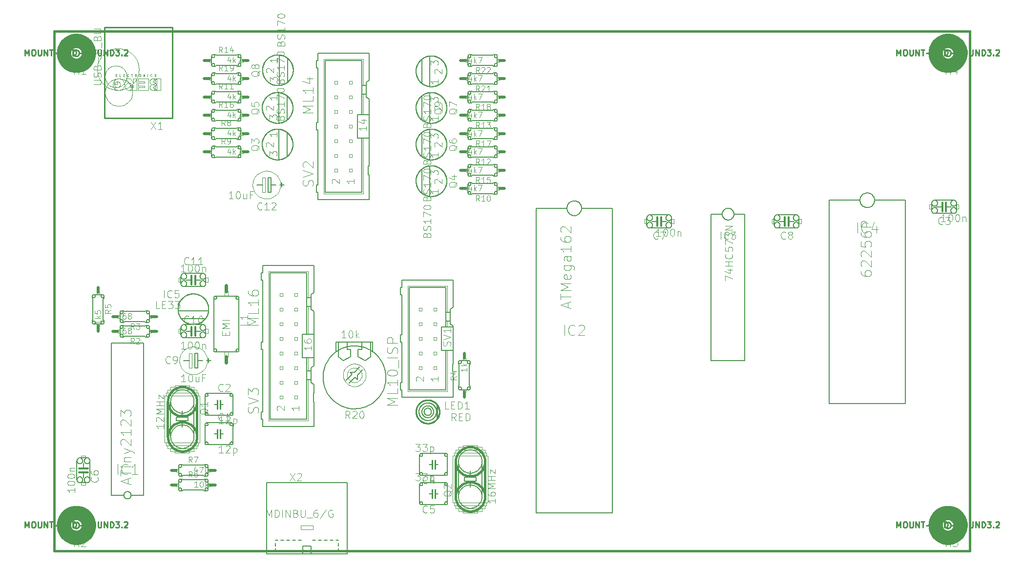
<source format=gto>
G04 (created by PCBNEW-RS274X (2010-00-09 BZR 23xx)-stable) date Tue 30 Aug 2011 06:34:21 PM CEST*
G01*
G70*
G90*
%MOIN*%
G04 Gerber Fmt 3.4, Leading zero omitted, Abs format*
%FSLAX34Y34*%
G04 APERTURE LIST*
%ADD10C,0.006000*%
%ADD11C,0.015000*%
%ADD12C,0.010000*%
%ADD13C,0.002000*%
%ADD14C,0.002600*%
%ADD15C,0.016000*%
%ADD16C,0.020000*%
%ADD17C,0.012000*%
%ADD18C,0.024000*%
%ADD19C,0.005000*%
%ADD20C,0.003000*%
%ADD21C,0.000100*%
%ADD22C,0.008000*%
%ADD23C,0.001000*%
%ADD24C,0.009000*%
%ADD25C,0.025000*%
%ADD26C,0.098000*%
%ADD27C,0.003500*%
G04 APERTURE END LIST*
G54D10*
G54D11*
X20750Y-52500D02*
X20750Y-17000D01*
X83250Y-52500D02*
X20750Y-52500D01*
X83250Y-17000D02*
X83250Y-52500D01*
X20750Y-17000D02*
X83250Y-17000D01*
G54D10*
X67900Y-39500D02*
X67900Y-29500D01*
X65600Y-29500D02*
X65600Y-39500D01*
X67900Y-39500D02*
X65600Y-39500D01*
X67900Y-29500D02*
X67150Y-29500D01*
X65600Y-29500D02*
X66350Y-29500D01*
X66350Y-29500D02*
X66352Y-29534D01*
X66357Y-29569D01*
X66364Y-29603D01*
X66375Y-29636D01*
X66388Y-29669D01*
X66404Y-29699D01*
X66423Y-29729D01*
X66444Y-29757D01*
X66468Y-29782D01*
X66493Y-29806D01*
X66521Y-29827D01*
X66551Y-29846D01*
X66581Y-29862D01*
X66614Y-29875D01*
X66647Y-29886D01*
X66681Y-29893D01*
X66716Y-29898D01*
X66750Y-29900D01*
X66784Y-29898D01*
X66819Y-29893D01*
X66853Y-29886D01*
X66886Y-29875D01*
X66919Y-29862D01*
X66949Y-29846D01*
X66979Y-29827D01*
X67007Y-29806D01*
X67032Y-29782D01*
X67056Y-29757D01*
X67077Y-29729D01*
X67096Y-29699D01*
X67112Y-29669D01*
X67125Y-29636D01*
X67136Y-29603D01*
X67143Y-29569D01*
X67148Y-29534D01*
X67150Y-29500D01*
X67148Y-29466D01*
X67143Y-29431D01*
X67136Y-29397D01*
X67125Y-29364D01*
X67112Y-29331D01*
X67096Y-29300D01*
X67077Y-29271D01*
X67056Y-29243D01*
X67032Y-29218D01*
X67007Y-29194D01*
X66979Y-29173D01*
X66950Y-29154D01*
X66919Y-29138D01*
X66886Y-29125D01*
X66853Y-29114D01*
X66819Y-29107D01*
X66784Y-29102D01*
X66750Y-29100D01*
X66716Y-29102D01*
X66681Y-29107D01*
X66647Y-29114D01*
X66614Y-29125D01*
X66581Y-29138D01*
X66550Y-29154D01*
X66521Y-29173D01*
X66493Y-29194D01*
X66468Y-29218D01*
X66444Y-29243D01*
X66423Y-29271D01*
X66404Y-29300D01*
X66388Y-29331D01*
X66375Y-29364D01*
X66364Y-29397D01*
X66357Y-29431D01*
X66352Y-29466D01*
X66350Y-29500D01*
X66352Y-29534D01*
X66357Y-29569D01*
X66364Y-29603D01*
X66375Y-29636D01*
X66388Y-29669D01*
X66404Y-29699D01*
X66423Y-29729D01*
X66444Y-29757D01*
X66468Y-29782D01*
X66493Y-29806D01*
X66521Y-29827D01*
X66551Y-29846D01*
X66581Y-29862D01*
X66614Y-29875D01*
X66647Y-29886D01*
X66681Y-29893D01*
X66716Y-29898D01*
X66750Y-29900D01*
X66784Y-29898D01*
X66819Y-29893D01*
X66853Y-29886D01*
X66886Y-29875D01*
X66919Y-29862D01*
X66950Y-29846D01*
X66979Y-29827D01*
X67007Y-29806D01*
X67032Y-29782D01*
X67056Y-29757D01*
X67077Y-29729D01*
X67096Y-29699D01*
X67112Y-29669D01*
X67125Y-29636D01*
X67136Y-29603D01*
X67143Y-29569D01*
X67148Y-29534D01*
X67150Y-29500D01*
X26000Y-48700D02*
X26850Y-48700D01*
X26850Y-38300D02*
X24650Y-38300D01*
X26850Y-38300D02*
X26850Y-48700D01*
X24650Y-48700D02*
X25500Y-48700D01*
X24650Y-48700D02*
X24650Y-38300D01*
X26000Y-48700D02*
X25999Y-48679D01*
X25996Y-48657D01*
X25991Y-48636D01*
X25984Y-48615D01*
X25976Y-48595D01*
X25966Y-48575D01*
X25954Y-48557D01*
X25941Y-48540D01*
X25926Y-48524D01*
X25910Y-48509D01*
X25893Y-48496D01*
X25875Y-48484D01*
X25855Y-48474D01*
X25835Y-48466D01*
X25814Y-48459D01*
X25793Y-48454D01*
X25771Y-48451D01*
X25750Y-48450D01*
X25729Y-48451D01*
X25707Y-48454D01*
X25686Y-48459D01*
X25665Y-48466D01*
X25645Y-48474D01*
X25625Y-48484D01*
X25607Y-48496D01*
X25590Y-48509D01*
X25574Y-48524D01*
X25559Y-48540D01*
X25546Y-48557D01*
X25534Y-48575D01*
X25524Y-48595D01*
X25516Y-48615D01*
X25509Y-48636D01*
X25504Y-48657D01*
X25501Y-48679D01*
X25500Y-48700D01*
X25501Y-48721D01*
X25504Y-48743D01*
X25509Y-48764D01*
X25516Y-48785D01*
X25524Y-48805D01*
X25534Y-48824D01*
X25546Y-48843D01*
X25559Y-48860D01*
X25574Y-48876D01*
X25590Y-48891D01*
X25607Y-48904D01*
X25626Y-48916D01*
X25645Y-48926D01*
X25665Y-48934D01*
X25686Y-48941D01*
X25707Y-48946D01*
X25729Y-48949D01*
X25750Y-48950D01*
X25771Y-48949D01*
X25793Y-48946D01*
X25814Y-48941D01*
X25835Y-48934D01*
X25855Y-48926D01*
X25875Y-48916D01*
X25893Y-48904D01*
X25910Y-48891D01*
X25926Y-48876D01*
X25941Y-48860D01*
X25954Y-48843D01*
X25966Y-48824D01*
X25976Y-48805D01*
X25984Y-48785D01*
X25991Y-48764D01*
X25996Y-48743D01*
X25999Y-48721D01*
X26000Y-48700D01*
X25999Y-48679D01*
X25996Y-48657D01*
X25991Y-48636D01*
X25984Y-48615D01*
X25976Y-48595D01*
X25966Y-48576D01*
X25954Y-48557D01*
X25941Y-48540D01*
X25926Y-48524D01*
X25910Y-48509D01*
X25893Y-48496D01*
X25875Y-48484D01*
X25855Y-48474D01*
X25835Y-48466D01*
X25814Y-48459D01*
X25793Y-48454D01*
X25771Y-48451D01*
X25750Y-48450D01*
X25729Y-48451D01*
X25707Y-48454D01*
X25686Y-48459D01*
X25665Y-48466D01*
X25645Y-48474D01*
X25626Y-48484D01*
X25607Y-48496D01*
X25590Y-48509D01*
X25574Y-48524D01*
X25559Y-48540D01*
X25546Y-48557D01*
X25534Y-48576D01*
X25524Y-48595D01*
X25516Y-48615D01*
X25509Y-48636D01*
X25504Y-48657D01*
X25501Y-48679D01*
X25500Y-48700D01*
X55750Y-29100D02*
X53650Y-29100D01*
X53650Y-49900D02*
X58850Y-49900D01*
X58850Y-29100D02*
X56750Y-29100D01*
X58850Y-29100D02*
X58850Y-49900D01*
X53650Y-29100D02*
X53650Y-49900D01*
X55750Y-29100D02*
X55752Y-29143D01*
X55758Y-29186D01*
X55768Y-29229D01*
X55781Y-29271D01*
X55797Y-29311D01*
X55817Y-29349D01*
X55841Y-29386D01*
X55867Y-29421D01*
X55897Y-29453D01*
X55929Y-29483D01*
X55964Y-29509D01*
X56001Y-29533D01*
X56039Y-29553D01*
X56079Y-29569D01*
X56121Y-29582D01*
X56164Y-29592D01*
X56207Y-29598D01*
X56250Y-29600D01*
X56293Y-29598D01*
X56336Y-29592D01*
X56379Y-29582D01*
X56421Y-29569D01*
X56461Y-29553D01*
X56499Y-29533D01*
X56536Y-29509D01*
X56571Y-29483D01*
X56603Y-29453D01*
X56633Y-29421D01*
X56659Y-29386D01*
X56683Y-29349D01*
X56703Y-29311D01*
X56719Y-29271D01*
X56732Y-29229D01*
X56742Y-29186D01*
X56748Y-29143D01*
X56750Y-29100D01*
X56748Y-29057D01*
X56742Y-29014D01*
X56732Y-28971D01*
X56719Y-28929D01*
X56703Y-28889D01*
X56683Y-28850D01*
X56659Y-28814D01*
X56633Y-28779D01*
X56603Y-28747D01*
X56571Y-28717D01*
X56536Y-28691D01*
X56500Y-28667D01*
X56461Y-28647D01*
X56421Y-28631D01*
X56379Y-28618D01*
X56336Y-28608D01*
X56293Y-28602D01*
X56250Y-28600D01*
X56207Y-28602D01*
X56164Y-28608D01*
X56121Y-28618D01*
X56079Y-28631D01*
X56039Y-28647D01*
X56000Y-28667D01*
X55964Y-28691D01*
X55929Y-28717D01*
X55897Y-28747D01*
X55867Y-28779D01*
X55841Y-28814D01*
X55817Y-28850D01*
X55797Y-28889D01*
X55781Y-28929D01*
X55768Y-28971D01*
X55758Y-29014D01*
X55752Y-29057D01*
X55750Y-29100D01*
X55752Y-29143D01*
X55758Y-29186D01*
X55768Y-29229D01*
X55781Y-29271D01*
X55797Y-29311D01*
X55817Y-29349D01*
X55841Y-29386D01*
X55867Y-29421D01*
X55897Y-29453D01*
X55929Y-29483D01*
X55964Y-29509D01*
X56001Y-29533D01*
X56039Y-29553D01*
X56079Y-29569D01*
X56121Y-29582D01*
X56164Y-29592D01*
X56207Y-29598D01*
X56250Y-29600D01*
X56293Y-29598D01*
X56336Y-29592D01*
X56379Y-29582D01*
X56421Y-29569D01*
X56461Y-29553D01*
X56500Y-29533D01*
X56536Y-29509D01*
X56571Y-29483D01*
X56603Y-29453D01*
X56633Y-29421D01*
X56659Y-29386D01*
X56683Y-29349D01*
X56703Y-29311D01*
X56719Y-29271D01*
X56732Y-29229D01*
X56742Y-29186D01*
X56748Y-29143D01*
X56750Y-29100D01*
G54D12*
X28822Y-22954D02*
X28822Y-16754D01*
X28822Y-16754D02*
X24178Y-16754D01*
X24178Y-16754D02*
X24178Y-22954D01*
X24178Y-22954D02*
X28822Y-22954D01*
G54D13*
X28009Y-21037D02*
X28009Y-20250D01*
X28009Y-20250D02*
X27763Y-20250D01*
X27763Y-20250D02*
X27763Y-20644D01*
X27763Y-20644D02*
X27763Y-21037D01*
X27763Y-21037D02*
X28009Y-21037D01*
X27763Y-21037D02*
X27468Y-20840D01*
X27468Y-20840D02*
X27763Y-20644D01*
X27763Y-20644D02*
X27468Y-20447D01*
X27468Y-20447D02*
X27763Y-20250D01*
X27468Y-20250D02*
X27763Y-20250D01*
X27468Y-21037D02*
X27763Y-21037D01*
X27173Y-21037D02*
X27173Y-20250D01*
X27173Y-20250D02*
X26485Y-20250D01*
X26485Y-20250D02*
X26485Y-20447D01*
X26485Y-20447D02*
X26927Y-20447D01*
X26927Y-20447D02*
X26927Y-20546D01*
X26927Y-20546D02*
X26485Y-20546D01*
X26485Y-20546D02*
X26485Y-20743D01*
X26485Y-20743D02*
X26927Y-20743D01*
X26927Y-20743D02*
X26927Y-20840D01*
X26927Y-20840D02*
X26485Y-20840D01*
X26485Y-20840D02*
X26485Y-21037D01*
X26485Y-21037D02*
X27173Y-21037D01*
X26386Y-21037D02*
X26386Y-20250D01*
X26386Y-20250D02*
X26140Y-20250D01*
X26140Y-20250D02*
X26140Y-20546D01*
X26140Y-20546D02*
X25943Y-20250D01*
X25943Y-20250D02*
X25648Y-20250D01*
X25648Y-20250D02*
X25845Y-20546D01*
X26140Y-20840D02*
X26140Y-20693D01*
X26386Y-21037D02*
X25845Y-21037D01*
X26140Y-20840D02*
X25993Y-20840D01*
X26140Y-20693D02*
X25993Y-20693D01*
X25058Y-20644D02*
X24861Y-20644D01*
X25058Y-20644D02*
X25058Y-20447D01*
X24863Y-20840D02*
X24863Y-21015D01*
X24861Y-20644D02*
X24861Y-20300D01*
G54D12*
X28822Y-19955D02*
X28822Y-16754D01*
X24178Y-21503D02*
X24178Y-22954D01*
X28822Y-22954D02*
X28822Y-21503D01*
X24178Y-16754D02*
X24178Y-19955D01*
G54D13*
X27468Y-20643D02*
X27451Y-20644D01*
X27434Y-20646D01*
X27418Y-20650D01*
X27401Y-20655D01*
X27385Y-20662D01*
X27370Y-20670D01*
X27356Y-20679D01*
X27342Y-20690D01*
X27329Y-20701D01*
X27318Y-20714D01*
X27307Y-20728D01*
X27298Y-20742D01*
X27290Y-20757D01*
X27283Y-20773D01*
X27278Y-20790D01*
X27274Y-20806D01*
X27272Y-20823D01*
X27271Y-20840D01*
X27272Y-20857D01*
X27274Y-20874D01*
X27278Y-20890D01*
X27283Y-20907D01*
X27290Y-20923D01*
X27298Y-20938D01*
X27307Y-20952D01*
X27318Y-20966D01*
X27329Y-20979D01*
X27342Y-20990D01*
X27356Y-21001D01*
X27370Y-21010D01*
X27385Y-21018D01*
X27401Y-21025D01*
X27418Y-21030D01*
X27434Y-21034D01*
X27451Y-21036D01*
X27468Y-21037D01*
X27485Y-21036D01*
X27502Y-21034D01*
X27518Y-21030D01*
X27535Y-21025D01*
X27551Y-21018D01*
X27566Y-21010D01*
X27580Y-21001D01*
X27594Y-20990D01*
X27607Y-20979D01*
X27618Y-20966D01*
X27629Y-20952D01*
X27638Y-20938D01*
X27646Y-20923D01*
X27653Y-20907D01*
X27658Y-20890D01*
X27662Y-20874D01*
X27664Y-20857D01*
X27665Y-20840D01*
X27664Y-20823D01*
X27662Y-20806D01*
X27658Y-20790D01*
X27653Y-20773D01*
X27646Y-20757D01*
X27638Y-20742D01*
X27629Y-20728D01*
X27618Y-20714D01*
X27607Y-20701D01*
X27594Y-20690D01*
X27580Y-20679D01*
X27566Y-20670D01*
X27551Y-20662D01*
X27535Y-20655D01*
X27518Y-20650D01*
X27502Y-20646D01*
X27485Y-20644D01*
X27468Y-20643D01*
X27451Y-20644D01*
X27434Y-20646D01*
X27418Y-20650D01*
X27401Y-20655D01*
X27385Y-20662D01*
X27370Y-20670D01*
X27356Y-20679D01*
X27342Y-20690D01*
X27329Y-20701D01*
X27318Y-20714D01*
X27307Y-20728D01*
X27298Y-20742D01*
X27290Y-20757D01*
X27283Y-20773D01*
X27278Y-20790D01*
X27274Y-20806D01*
X27272Y-20823D01*
X27271Y-20840D01*
X27272Y-20857D01*
X27274Y-20874D01*
X27278Y-20890D01*
X27283Y-20907D01*
X27290Y-20923D01*
X27298Y-20938D01*
X27307Y-20952D01*
X27318Y-20966D01*
X27329Y-20979D01*
X27342Y-20990D01*
X27356Y-21001D01*
X27370Y-21010D01*
X27385Y-21018D01*
X27401Y-21025D01*
X27418Y-21030D01*
X27434Y-21034D01*
X27451Y-21036D01*
X27468Y-21037D01*
X27468Y-20250D02*
X27451Y-20251D01*
X27434Y-20253D01*
X27418Y-20257D01*
X27401Y-20262D01*
X27385Y-20269D01*
X27370Y-20277D01*
X27356Y-20286D01*
X27342Y-20297D01*
X27329Y-20308D01*
X27318Y-20321D01*
X27307Y-20335D01*
X27298Y-20349D01*
X27290Y-20364D01*
X27283Y-20380D01*
X27278Y-20397D01*
X27274Y-20413D01*
X27272Y-20430D01*
X27271Y-20447D01*
X27272Y-20464D01*
X27274Y-20481D01*
X27278Y-20497D01*
X27283Y-20514D01*
X27290Y-20530D01*
X27298Y-20545D01*
X27307Y-20559D01*
X27318Y-20573D01*
X27329Y-20586D01*
X27342Y-20597D01*
X27356Y-20608D01*
X27370Y-20617D01*
X27385Y-20625D01*
X27401Y-20632D01*
X27418Y-20637D01*
X27434Y-20641D01*
X27451Y-20643D01*
X27468Y-20644D01*
X27485Y-20643D01*
X27502Y-20641D01*
X27518Y-20637D01*
X27535Y-20632D01*
X27551Y-20625D01*
X27566Y-20617D01*
X27580Y-20608D01*
X27594Y-20597D01*
X27607Y-20586D01*
X27618Y-20573D01*
X27629Y-20559D01*
X27638Y-20545D01*
X27646Y-20530D01*
X27653Y-20514D01*
X27658Y-20497D01*
X27662Y-20481D01*
X27664Y-20464D01*
X27665Y-20447D01*
X27664Y-20430D01*
X27662Y-20413D01*
X27658Y-20397D01*
X27653Y-20380D01*
X27646Y-20364D01*
X27638Y-20349D01*
X27629Y-20335D01*
X27618Y-20321D01*
X27607Y-20308D01*
X27594Y-20297D01*
X27580Y-20286D01*
X27566Y-20277D01*
X27551Y-20269D01*
X27535Y-20262D01*
X27518Y-20257D01*
X27502Y-20253D01*
X27485Y-20251D01*
X27468Y-20250D01*
X27451Y-20251D01*
X27434Y-20253D01*
X27418Y-20257D01*
X27401Y-20262D01*
X27385Y-20269D01*
X27370Y-20277D01*
X27356Y-20286D01*
X27342Y-20297D01*
X27329Y-20308D01*
X27318Y-20321D01*
X27307Y-20335D01*
X27298Y-20349D01*
X27290Y-20364D01*
X27283Y-20380D01*
X27278Y-20397D01*
X27274Y-20413D01*
X27272Y-20430D01*
X27271Y-20447D01*
X27272Y-20464D01*
X27274Y-20481D01*
X27278Y-20497D01*
X27283Y-20514D01*
X27290Y-20530D01*
X27298Y-20545D01*
X27307Y-20559D01*
X27318Y-20573D01*
X27329Y-20586D01*
X27342Y-20597D01*
X27356Y-20608D01*
X27370Y-20617D01*
X27385Y-20625D01*
X27401Y-20632D01*
X27418Y-20637D01*
X27434Y-20641D01*
X27451Y-20643D01*
X27468Y-20644D01*
X25058Y-20841D02*
X25075Y-20840D01*
X25092Y-20838D01*
X25108Y-20834D01*
X25125Y-20829D01*
X25141Y-20822D01*
X25156Y-20814D01*
X25170Y-20805D01*
X25184Y-20794D01*
X25197Y-20783D01*
X25208Y-20770D01*
X25219Y-20756D01*
X25228Y-20742D01*
X25236Y-20727D01*
X25243Y-20711D01*
X25248Y-20694D01*
X25252Y-20678D01*
X25254Y-20661D01*
X25255Y-20644D01*
X25254Y-20627D01*
X25252Y-20610D01*
X25248Y-20594D01*
X25243Y-20577D01*
X25236Y-20561D01*
X25228Y-20546D01*
X25219Y-20532D01*
X25208Y-20518D01*
X25197Y-20505D01*
X25184Y-20494D01*
X25170Y-20483D01*
X25156Y-20474D01*
X25141Y-20466D01*
X25125Y-20459D01*
X25108Y-20454D01*
X25092Y-20450D01*
X25075Y-20448D01*
X25058Y-20447D01*
X25041Y-20448D01*
X25024Y-20450D01*
X25008Y-20454D01*
X24991Y-20459D01*
X24975Y-20466D01*
X24960Y-20474D01*
X24946Y-20483D01*
X24932Y-20494D01*
X24919Y-20505D01*
X24908Y-20518D01*
X24897Y-20532D01*
X24888Y-20546D01*
X24880Y-20561D01*
X24873Y-20577D01*
X24868Y-20594D01*
X24864Y-20610D01*
X24862Y-20627D01*
X24861Y-20644D01*
X24862Y-20661D01*
X24864Y-20678D01*
X24868Y-20694D01*
X24873Y-20711D01*
X24880Y-20727D01*
X24888Y-20742D01*
X24897Y-20756D01*
X24908Y-20770D01*
X24919Y-20783D01*
X24932Y-20794D01*
X24946Y-20805D01*
X24960Y-20814D01*
X24975Y-20822D01*
X24991Y-20829D01*
X25008Y-20834D01*
X25024Y-20838D01*
X25041Y-20840D01*
X25058Y-20841D01*
X25075Y-20840D01*
X25092Y-20838D01*
X25108Y-20834D01*
X25125Y-20829D01*
X25141Y-20822D01*
X25156Y-20814D01*
X25170Y-20805D01*
X25184Y-20794D01*
X25197Y-20783D01*
X25208Y-20770D01*
X25219Y-20756D01*
X25228Y-20742D01*
X25236Y-20727D01*
X25243Y-20711D01*
X25248Y-20694D01*
X25252Y-20678D01*
X25254Y-20661D01*
X25255Y-20644D01*
X25254Y-20627D01*
X25252Y-20610D01*
X25248Y-20594D01*
X25243Y-20577D01*
X25236Y-20561D01*
X25228Y-20546D01*
X25219Y-20532D01*
X25208Y-20518D01*
X25197Y-20505D01*
X25184Y-20494D01*
X25170Y-20483D01*
X25156Y-20474D01*
X25141Y-20466D01*
X25125Y-20459D01*
X25108Y-20454D01*
X25092Y-20450D01*
X25075Y-20448D01*
X25058Y-20447D01*
X25156Y-21038D02*
X25190Y-21036D01*
X25224Y-21032D01*
X25257Y-21024D01*
X25290Y-21014D01*
X25322Y-21001D01*
X25352Y-20985D01*
X25381Y-20966D01*
X25409Y-20945D01*
X25434Y-20922D01*
X25457Y-20897D01*
X25478Y-20869D01*
X25497Y-20840D01*
X25513Y-20810D01*
X25526Y-20778D01*
X25536Y-20745D01*
X25544Y-20712D01*
X25548Y-20678D01*
X25550Y-20644D01*
X25548Y-20610D01*
X25544Y-20576D01*
X25536Y-20543D01*
X25526Y-20510D01*
X25513Y-20478D01*
X25497Y-20447D01*
X25478Y-20419D01*
X25457Y-20391D01*
X25434Y-20366D01*
X25409Y-20343D01*
X25381Y-20322D01*
X25353Y-20303D01*
X25322Y-20287D01*
X25290Y-20274D01*
X25257Y-20264D01*
X25224Y-20256D01*
X25190Y-20252D01*
X25156Y-20250D01*
X25122Y-20252D01*
X25088Y-20256D01*
X25055Y-20264D01*
X25022Y-20274D01*
X24990Y-20287D01*
X24959Y-20303D01*
X24931Y-20322D01*
X24903Y-20343D01*
X24878Y-20366D01*
X24855Y-20391D01*
X24834Y-20419D01*
X24815Y-20447D01*
X24799Y-20478D01*
X24786Y-20510D01*
X24776Y-20543D01*
X24768Y-20576D01*
X24764Y-20610D01*
X24762Y-20644D01*
X24764Y-20678D01*
X24768Y-20712D01*
X24776Y-20745D01*
X24786Y-20778D01*
X24799Y-20810D01*
X24815Y-20840D01*
X24834Y-20869D01*
X24855Y-20897D01*
X24878Y-20922D01*
X24903Y-20945D01*
X24931Y-20966D01*
X24960Y-20985D01*
X24990Y-21001D01*
X25022Y-21014D01*
X25055Y-21024D01*
X25088Y-21032D01*
X25122Y-21036D01*
X25156Y-21038D01*
X25190Y-21036D01*
X25224Y-21032D01*
X25257Y-21024D01*
X25290Y-21014D01*
X25322Y-21001D01*
X25353Y-20985D01*
X25381Y-20966D01*
X25409Y-20945D01*
X25434Y-20922D01*
X25457Y-20897D01*
X25478Y-20869D01*
X25497Y-20840D01*
X25513Y-20810D01*
X25526Y-20778D01*
X25536Y-20745D01*
X25544Y-20712D01*
X25548Y-20678D01*
X25550Y-20644D01*
X25548Y-20610D01*
X25544Y-20576D01*
X25536Y-20543D01*
X25526Y-20510D01*
X25513Y-20478D01*
X25497Y-20448D01*
X25478Y-20419D01*
X25457Y-20391D01*
X25434Y-20366D01*
X25409Y-20343D01*
X25381Y-20322D01*
X25353Y-20303D01*
X25322Y-20287D01*
X25290Y-20274D01*
X25257Y-20264D01*
X25224Y-20256D01*
X25190Y-20252D01*
X25156Y-20250D01*
X24864Y-20839D02*
X24928Y-20845D01*
X24992Y-20845D01*
X25057Y-20839D01*
X25121Y-20828D01*
X25183Y-20811D01*
X25244Y-20788D01*
X25303Y-20761D01*
X25359Y-20728D01*
X25412Y-20691D01*
X25461Y-20649D01*
X25507Y-20604D01*
X25549Y-20554D01*
X25586Y-20501D01*
X25618Y-20444D01*
X25645Y-20386D01*
X25668Y-20325D01*
X25684Y-20262D01*
X25695Y-20198D01*
X25701Y-20134D01*
X25701Y-20070D01*
X25695Y-20005D01*
X25684Y-19941D01*
X25667Y-19879D01*
X25644Y-19818D01*
X25617Y-19759D01*
X25584Y-19703D01*
X25547Y-19650D01*
X25505Y-19601D01*
X25460Y-19555D01*
X25410Y-19513D01*
X25357Y-19476D01*
X25300Y-19444D01*
X25242Y-19417D01*
X25181Y-19394D01*
X25118Y-19378D01*
X25054Y-19367D01*
X24990Y-19361D01*
X24926Y-19361D01*
X24861Y-19367D01*
X24797Y-19378D01*
X24735Y-19395D01*
X24674Y-19418D01*
X24615Y-19445D01*
X24559Y-19478D01*
X24506Y-19515D01*
X24457Y-19557D01*
X24411Y-19602D01*
X24369Y-19652D01*
X24332Y-19705D01*
X24300Y-19762D01*
X24273Y-19820D01*
X24250Y-19881D01*
X24234Y-19944D01*
X24223Y-20008D01*
X24217Y-20072D01*
X24217Y-20136D01*
X24223Y-20201D01*
X24234Y-20265D01*
X24251Y-20327D01*
X24274Y-20388D01*
X24301Y-20447D01*
X24334Y-20503D01*
X24371Y-20556D01*
X24413Y-20605D01*
X24458Y-20651D01*
X24508Y-20693D01*
X24561Y-20730D01*
X24618Y-20762D01*
X24676Y-20789D01*
X24737Y-20812D01*
X24800Y-20828D01*
X24864Y-20839D01*
X24928Y-20845D01*
X24992Y-20845D01*
X25057Y-20839D01*
X25058Y-20839D01*
X24859Y-21014D02*
X24983Y-21031D01*
X25107Y-21036D01*
X25230Y-21031D01*
X25354Y-21015D01*
X25475Y-20989D01*
X25594Y-20951D01*
X25709Y-20904D01*
X25820Y-20847D01*
X25925Y-20780D01*
X26024Y-20704D01*
X26116Y-20620D01*
X26200Y-20529D01*
X26276Y-20430D01*
X26343Y-20325D01*
X26401Y-20215D01*
X26449Y-20100D01*
X26486Y-19981D01*
X26513Y-19860D01*
X26530Y-19736D01*
X26535Y-19612D01*
X26530Y-19489D01*
X26514Y-19365D01*
X26488Y-19244D01*
X26450Y-19125D01*
X26403Y-19010D01*
X26346Y-18899D01*
X26279Y-18794D01*
X26203Y-18695D01*
X26119Y-18603D01*
X26028Y-18519D01*
X25929Y-18443D01*
X25824Y-18376D01*
X25714Y-18318D01*
X25599Y-18270D01*
X25480Y-18233D01*
X25359Y-18206D01*
X25235Y-18189D01*
X25111Y-18184D01*
X24988Y-18189D01*
X24864Y-18205D01*
X24743Y-18231D01*
X24624Y-18269D01*
X24509Y-18316D01*
X24398Y-18373D01*
X24293Y-18440D01*
X24194Y-18516D01*
X24102Y-18600D01*
X24018Y-18691D01*
X23942Y-18790D01*
X23875Y-18895D01*
X23817Y-19005D01*
X23769Y-19120D01*
X23732Y-19239D01*
X23705Y-19360D01*
X23688Y-19484D01*
X23683Y-19608D01*
X23688Y-19731D01*
X23704Y-19855D01*
X23730Y-19976D01*
X23768Y-20095D01*
X23815Y-20210D01*
X23872Y-20321D01*
X23939Y-20426D01*
X24015Y-20525D01*
X24099Y-20617D01*
X24190Y-20701D01*
X24289Y-20777D01*
X24394Y-20844D01*
X24504Y-20902D01*
X24619Y-20950D01*
X24738Y-20987D01*
X24859Y-21014D01*
X24983Y-21031D01*
X25107Y-21036D01*
X25156Y-21036D01*
X25156Y-20252D02*
X25074Y-20255D01*
X24994Y-20267D01*
X24914Y-20285D01*
X24837Y-20309D01*
X24762Y-20341D01*
X24690Y-20379D01*
X24621Y-20423D01*
X24557Y-20473D01*
X24497Y-20528D01*
X24443Y-20589D01*
X24393Y-20653D01*
X24350Y-20722D01*
X24313Y-20795D01*
X24282Y-20870D01*
X24258Y-20948D01*
X24241Y-21027D01*
X24231Y-21108D01*
X24228Y-21188D01*
X24231Y-21270D01*
X24243Y-21350D01*
X24261Y-21430D01*
X24285Y-21507D01*
X24317Y-21582D01*
X24355Y-21654D01*
X24399Y-21723D01*
X24449Y-21787D01*
X24504Y-21847D01*
X24565Y-21901D01*
X24629Y-21951D01*
X24698Y-21994D01*
X24771Y-22031D01*
X24846Y-22062D01*
X24924Y-22086D01*
X25003Y-22103D01*
X25084Y-22113D01*
X25164Y-22116D01*
X25246Y-22113D01*
X25326Y-22101D01*
X25406Y-22083D01*
X25483Y-22059D01*
X25558Y-22027D01*
X25630Y-21989D01*
X25699Y-21945D01*
X25763Y-21895D01*
X25823Y-21840D01*
X25877Y-21779D01*
X25927Y-21715D01*
X25970Y-21646D01*
X26007Y-21573D01*
X26038Y-21498D01*
X26062Y-21420D01*
X26079Y-21341D01*
X26089Y-21260D01*
X26092Y-21180D01*
X26089Y-21098D01*
X26077Y-21018D01*
X26059Y-20938D01*
X26035Y-20861D01*
X26003Y-20786D01*
X25965Y-20714D01*
X25921Y-20645D01*
X25871Y-20581D01*
X25816Y-20521D01*
X25755Y-20467D01*
X25691Y-20417D01*
X25622Y-20374D01*
X25549Y-20337D01*
X25474Y-20306D01*
X25396Y-20282D01*
X25317Y-20265D01*
X25236Y-20255D01*
X25156Y-20252D01*
X25074Y-20255D01*
X24994Y-20267D01*
X24914Y-20285D01*
X24861Y-20301D01*
X25845Y-20545D02*
X25824Y-20546D01*
X25803Y-20549D01*
X25782Y-20554D01*
X25761Y-20560D01*
X25742Y-20569D01*
X25723Y-20578D01*
X25704Y-20590D01*
X25687Y-20603D01*
X25672Y-20618D01*
X25657Y-20633D01*
X25644Y-20650D01*
X25632Y-20669D01*
X25623Y-20688D01*
X25614Y-20707D01*
X25608Y-20728D01*
X25603Y-20749D01*
X25600Y-20770D01*
X25599Y-20791D01*
X25600Y-20812D01*
X25603Y-20833D01*
X25608Y-20854D01*
X25614Y-20875D01*
X25623Y-20894D01*
X25632Y-20913D01*
X25644Y-20932D01*
X25657Y-20949D01*
X25672Y-20964D01*
X25687Y-20979D01*
X25704Y-20992D01*
X25723Y-21004D01*
X25742Y-21013D01*
X25761Y-21022D01*
X25782Y-21028D01*
X25803Y-21033D01*
X25824Y-21036D01*
X25845Y-21037D01*
X25866Y-21036D01*
X25887Y-21033D01*
X25908Y-21028D01*
X25929Y-21022D01*
X25948Y-21013D01*
X25967Y-21004D01*
X25986Y-20992D01*
X26003Y-20979D01*
X26018Y-20964D01*
X26033Y-20949D01*
X26046Y-20932D01*
X26058Y-20913D01*
X26067Y-20894D01*
X26076Y-20875D01*
X26082Y-20854D01*
X26087Y-20833D01*
X26090Y-20812D01*
X26091Y-20791D01*
X26090Y-20770D01*
X26087Y-20749D01*
X26082Y-20728D01*
X26076Y-20707D01*
X26067Y-20688D01*
X26058Y-20668D01*
X26046Y-20650D01*
X26033Y-20633D01*
X26018Y-20618D01*
X26003Y-20603D01*
X25986Y-20590D01*
X25968Y-20578D01*
X25948Y-20569D01*
X25929Y-20560D01*
X25908Y-20554D01*
X25887Y-20549D01*
X25866Y-20546D01*
X25845Y-20545D01*
X25824Y-20546D01*
X25803Y-20549D01*
X25782Y-20554D01*
X25761Y-20560D01*
X25742Y-20569D01*
X25722Y-20578D01*
X25704Y-20590D01*
X25687Y-20603D01*
X25672Y-20618D01*
X25657Y-20633D01*
X25644Y-20650D01*
X25632Y-20668D01*
X25623Y-20688D01*
X25614Y-20707D01*
X25608Y-20728D01*
X25603Y-20749D01*
X25600Y-20770D01*
X25599Y-20791D01*
X25600Y-20812D01*
X25603Y-20833D01*
X25608Y-20854D01*
X25614Y-20875D01*
X25623Y-20894D01*
X25632Y-20913D01*
X25644Y-20932D01*
X25657Y-20949D01*
X25672Y-20964D01*
X25687Y-20979D01*
X25704Y-20992D01*
X25723Y-21004D01*
X25742Y-21013D01*
X25761Y-21022D01*
X25782Y-21028D01*
X25803Y-21033D01*
X25824Y-21036D01*
X25845Y-21037D01*
X25993Y-20692D02*
X25987Y-20693D01*
X25981Y-20694D01*
X25974Y-20695D01*
X25968Y-20697D01*
X25962Y-20699D01*
X25957Y-20702D01*
X25951Y-20706D01*
X25946Y-20710D01*
X25941Y-20714D01*
X25937Y-20719D01*
X25933Y-20724D01*
X25929Y-20730D01*
X25926Y-20735D01*
X25924Y-20741D01*
X25922Y-20747D01*
X25921Y-20754D01*
X25920Y-20760D01*
X25919Y-20766D01*
X25920Y-20772D01*
X25921Y-20778D01*
X25922Y-20785D01*
X25924Y-20791D01*
X25926Y-20797D01*
X25929Y-20802D01*
X25933Y-20808D01*
X25937Y-20813D01*
X25941Y-20818D01*
X25946Y-20822D01*
X25951Y-20826D01*
X25957Y-20830D01*
X25962Y-20833D01*
X25968Y-20835D01*
X25974Y-20837D01*
X25981Y-20838D01*
X25987Y-20839D01*
X25993Y-20840D01*
X25999Y-20839D01*
X26005Y-20838D01*
X26012Y-20837D01*
X26018Y-20835D01*
X26024Y-20833D01*
X26029Y-20830D01*
X26035Y-20826D01*
X26040Y-20822D01*
X26045Y-20818D01*
X26049Y-20813D01*
X26053Y-20808D01*
X26057Y-20802D01*
X26060Y-20797D01*
X26062Y-20791D01*
X26064Y-20785D01*
X26065Y-20778D01*
X26066Y-20772D01*
X26067Y-20766D01*
X26066Y-20760D01*
X26065Y-20754D01*
X26064Y-20747D01*
X26062Y-20741D01*
X26060Y-20735D01*
X26057Y-20729D01*
X26053Y-20724D01*
X26049Y-20719D01*
X26045Y-20714D01*
X26040Y-20710D01*
X26035Y-20706D01*
X26030Y-20702D01*
X26024Y-20699D01*
X26018Y-20697D01*
X26012Y-20695D01*
X26005Y-20694D01*
X25999Y-20693D01*
X25993Y-20692D01*
X25987Y-20693D01*
X25981Y-20694D01*
X25974Y-20695D01*
X25968Y-20697D01*
X25962Y-20699D01*
X25956Y-20702D01*
X25951Y-20706D01*
X25946Y-20710D01*
X25941Y-20714D01*
X25937Y-20719D01*
X25933Y-20724D01*
X25929Y-20729D01*
X25926Y-20735D01*
X25924Y-20741D01*
X25922Y-20747D01*
X25921Y-20754D01*
X25920Y-20760D01*
X25919Y-20766D01*
X25920Y-20772D01*
X25921Y-20778D01*
X25922Y-20785D01*
X25924Y-20791D01*
X25926Y-20797D01*
X25929Y-20802D01*
X25933Y-20808D01*
X25937Y-20813D01*
X25941Y-20818D01*
X25946Y-20822D01*
X25951Y-20826D01*
X25957Y-20830D01*
X25962Y-20833D01*
X25968Y-20835D01*
X25974Y-20837D01*
X25981Y-20838D01*
X25987Y-20839D01*
X25993Y-20840D01*
G54D14*
X45850Y-39100D02*
X45850Y-38900D01*
X45850Y-38900D02*
X45650Y-38900D01*
X45650Y-39100D02*
X45650Y-38900D01*
X45850Y-39100D02*
X45650Y-39100D01*
X45850Y-40100D02*
X45850Y-39900D01*
X45850Y-39900D02*
X45650Y-39900D01*
X45650Y-40100D02*
X45650Y-39900D01*
X45850Y-40100D02*
X45650Y-40100D01*
X45850Y-38100D02*
X45850Y-37900D01*
X45850Y-37900D02*
X45650Y-37900D01*
X45650Y-38100D02*
X45650Y-37900D01*
X45850Y-38100D02*
X45650Y-38100D01*
X45850Y-36100D02*
X45850Y-35900D01*
X45850Y-35900D02*
X45650Y-35900D01*
X45650Y-36100D02*
X45650Y-35900D01*
X45850Y-36100D02*
X45650Y-36100D01*
X45850Y-37100D02*
X45850Y-36900D01*
X45850Y-36900D02*
X45650Y-36900D01*
X45650Y-37100D02*
X45650Y-36900D01*
X45850Y-37100D02*
X45650Y-37100D01*
X46850Y-39100D02*
X46850Y-38900D01*
X46850Y-38900D02*
X46650Y-38900D01*
X46650Y-39100D02*
X46650Y-38900D01*
X46850Y-39100D02*
X46650Y-39100D01*
X46850Y-40100D02*
X46850Y-39900D01*
X46850Y-39900D02*
X46650Y-39900D01*
X46650Y-40100D02*
X46650Y-39900D01*
X46850Y-40100D02*
X46650Y-40100D01*
X46850Y-38100D02*
X46850Y-37900D01*
X46850Y-37900D02*
X46650Y-37900D01*
X46650Y-38100D02*
X46650Y-37900D01*
X46850Y-38100D02*
X46650Y-38100D01*
X46850Y-36100D02*
X46850Y-35900D01*
X46850Y-35900D02*
X46650Y-35900D01*
X46650Y-36100D02*
X46650Y-35900D01*
X46850Y-36100D02*
X46650Y-36100D01*
X46850Y-37100D02*
X46850Y-36900D01*
X46850Y-36900D02*
X46650Y-36900D01*
X46650Y-37100D02*
X46650Y-36900D01*
X46850Y-37100D02*
X46650Y-37100D01*
G54D10*
X45000Y-41500D02*
X45000Y-34500D01*
X47500Y-34500D02*
X45000Y-34500D01*
X45000Y-41500D02*
X47500Y-41500D01*
X44500Y-42000D02*
X44500Y-41500D01*
X48000Y-34000D02*
X48000Y-35850D01*
X48000Y-34000D02*
X44500Y-34000D01*
X44500Y-42000D02*
X48000Y-42000D01*
X47500Y-34500D02*
X47500Y-36200D01*
X47200Y-37200D02*
X47200Y-38800D01*
X47500Y-38800D02*
X47200Y-38800D01*
X47500Y-38800D02*
X47500Y-41500D01*
X47500Y-38800D02*
X47600Y-38800D01*
X47200Y-37200D02*
X47500Y-37200D01*
X47500Y-37200D02*
X47600Y-37200D01*
X44500Y-34500D02*
X44400Y-34500D01*
X44400Y-34500D02*
X44400Y-35000D01*
X44500Y-35000D02*
X44400Y-35000D01*
X44500Y-34500D02*
X44500Y-34000D01*
X44400Y-37750D02*
X44400Y-38250D01*
X44400Y-37750D02*
X44500Y-37750D01*
X44500Y-37750D02*
X44500Y-35000D01*
X44400Y-38250D02*
X44500Y-38250D01*
X44400Y-41000D02*
X44400Y-41500D01*
X44400Y-41500D02*
X44500Y-41500D01*
X44400Y-41000D02*
X44500Y-41000D01*
X44500Y-41000D02*
X44500Y-38250D01*
X48000Y-37150D02*
X48000Y-37200D01*
X48000Y-37200D02*
X48000Y-38800D01*
X47500Y-36800D02*
X47600Y-36800D01*
X47500Y-36800D02*
X47500Y-37200D01*
X47500Y-36200D02*
X47600Y-36200D01*
X47500Y-36200D02*
X47500Y-36800D01*
X48000Y-37150D02*
X47800Y-37000D01*
X47800Y-36000D02*
X48000Y-35850D01*
X47800Y-36000D02*
X47800Y-36200D01*
G54D13*
X47600Y-36800D02*
X47600Y-37200D01*
G54D10*
X47600Y-37200D02*
X48000Y-37200D01*
G54D13*
X47600Y-36200D02*
X47600Y-34400D01*
X47600Y-34400D02*
X44900Y-34400D01*
X44900Y-34400D02*
X44900Y-41600D01*
X44900Y-41600D02*
X47600Y-41600D01*
X47600Y-41600D02*
X47600Y-38800D01*
G54D10*
X47600Y-38800D02*
X48000Y-38800D01*
X47600Y-36800D02*
X47800Y-36800D01*
X47800Y-36800D02*
X47800Y-37000D01*
X47600Y-36200D02*
X47800Y-36200D01*
X47800Y-36200D02*
X47800Y-36800D01*
X48000Y-38800D02*
X48000Y-39750D01*
X47950Y-39750D02*
X48000Y-39750D01*
X47950Y-39750D02*
X47950Y-40250D01*
X48000Y-40250D02*
X47950Y-40250D01*
X48000Y-40250D02*
X48000Y-42000D01*
G54D14*
X40100Y-20600D02*
X40100Y-20400D01*
X40100Y-20400D02*
X39900Y-20400D01*
X39900Y-20600D02*
X39900Y-20400D01*
X40100Y-20600D02*
X39900Y-20600D01*
X40100Y-21600D02*
X40100Y-21400D01*
X40100Y-21400D02*
X39900Y-21400D01*
X39900Y-21600D02*
X39900Y-21400D01*
X40100Y-21600D02*
X39900Y-21600D01*
X41100Y-21600D02*
X41100Y-21400D01*
X41100Y-21400D02*
X40900Y-21400D01*
X40900Y-21600D02*
X40900Y-21400D01*
X41100Y-21600D02*
X40900Y-21600D01*
X41100Y-20600D02*
X41100Y-20400D01*
X41100Y-20400D02*
X40900Y-20400D01*
X40900Y-20600D02*
X40900Y-20400D01*
X41100Y-20600D02*
X40900Y-20600D01*
X40100Y-25600D02*
X40100Y-25400D01*
X40100Y-25400D02*
X39900Y-25400D01*
X39900Y-25600D02*
X39900Y-25400D01*
X40100Y-25600D02*
X39900Y-25600D01*
X40100Y-26600D02*
X40100Y-26400D01*
X40100Y-26400D02*
X39900Y-26400D01*
X39900Y-26600D02*
X39900Y-26400D01*
X40100Y-26600D02*
X39900Y-26600D01*
X40100Y-24600D02*
X40100Y-24400D01*
X40100Y-24400D02*
X39900Y-24400D01*
X39900Y-24600D02*
X39900Y-24400D01*
X40100Y-24600D02*
X39900Y-24600D01*
X40100Y-22600D02*
X40100Y-22400D01*
X40100Y-22400D02*
X39900Y-22400D01*
X39900Y-22600D02*
X39900Y-22400D01*
X40100Y-22600D02*
X39900Y-22600D01*
X40100Y-23600D02*
X40100Y-23400D01*
X40100Y-23400D02*
X39900Y-23400D01*
X39900Y-23600D02*
X39900Y-23400D01*
X40100Y-23600D02*
X39900Y-23600D01*
X41100Y-25600D02*
X41100Y-25400D01*
X41100Y-25400D02*
X40900Y-25400D01*
X40900Y-25600D02*
X40900Y-25400D01*
X41100Y-25600D02*
X40900Y-25600D01*
X41100Y-26600D02*
X41100Y-26400D01*
X41100Y-26400D02*
X40900Y-26400D01*
X40900Y-26600D02*
X40900Y-26400D01*
X41100Y-26600D02*
X40900Y-26600D01*
X41100Y-24600D02*
X41100Y-24400D01*
X41100Y-24400D02*
X40900Y-24400D01*
X40900Y-24600D02*
X40900Y-24400D01*
X41100Y-24600D02*
X40900Y-24600D01*
X41100Y-22600D02*
X41100Y-22400D01*
X41100Y-22400D02*
X40900Y-22400D01*
X40900Y-22600D02*
X40900Y-22400D01*
X41100Y-22600D02*
X40900Y-22600D01*
X41100Y-23600D02*
X41100Y-23400D01*
X41100Y-23400D02*
X40900Y-23400D01*
X40900Y-23600D02*
X40900Y-23400D01*
X41100Y-23600D02*
X40900Y-23600D01*
G54D10*
X39250Y-28000D02*
X39250Y-19000D01*
X41750Y-19000D02*
X39250Y-19000D01*
X39250Y-28000D02*
X41750Y-28000D01*
X38750Y-28500D02*
X38750Y-28000D01*
X42250Y-18500D02*
X42250Y-20350D01*
X42250Y-18500D02*
X38750Y-18500D01*
X38750Y-28500D02*
X42250Y-28500D01*
X41750Y-19000D02*
X41750Y-20700D01*
X41450Y-22700D02*
X41450Y-24300D01*
X41750Y-24300D02*
X41450Y-24300D01*
X41750Y-24300D02*
X41750Y-28000D01*
X41750Y-24300D02*
X41850Y-24300D01*
X41450Y-22700D02*
X41750Y-22700D01*
X41750Y-22700D02*
X41850Y-22700D01*
X38750Y-19000D02*
X38650Y-19000D01*
X38650Y-19000D02*
X38650Y-19500D01*
X38750Y-19500D02*
X38650Y-19500D01*
X38750Y-19000D02*
X38750Y-18500D01*
X38650Y-23250D02*
X38650Y-23750D01*
X38650Y-23250D02*
X38750Y-23250D01*
X38750Y-23250D02*
X38750Y-19500D01*
X38650Y-23750D02*
X38750Y-23750D01*
X38650Y-27500D02*
X38650Y-28000D01*
X38650Y-28000D02*
X38750Y-28000D01*
X38650Y-27500D02*
X38750Y-27500D01*
X38750Y-27500D02*
X38750Y-23750D01*
X42250Y-21650D02*
X42250Y-22700D01*
X42250Y-22700D02*
X42250Y-24300D01*
X41750Y-21300D02*
X41850Y-21300D01*
X41750Y-21300D02*
X41750Y-22700D01*
X41750Y-20700D02*
X41850Y-20700D01*
X41750Y-20700D02*
X41750Y-21300D01*
X42250Y-21650D02*
X42050Y-21500D01*
X42050Y-20500D02*
X42250Y-20350D01*
X42050Y-20500D02*
X42050Y-20700D01*
G54D13*
X41850Y-21300D02*
X41850Y-22700D01*
G54D10*
X41850Y-22700D02*
X42250Y-22700D01*
G54D13*
X41850Y-20700D02*
X41850Y-18900D01*
X41850Y-18900D02*
X39150Y-18900D01*
X39150Y-18900D02*
X39150Y-28100D01*
X39150Y-28100D02*
X41850Y-28100D01*
X41850Y-28100D02*
X41850Y-24300D01*
G54D10*
X41850Y-24300D02*
X42250Y-24300D01*
X41850Y-21300D02*
X42050Y-21300D01*
X42050Y-21300D02*
X42050Y-21500D01*
X41850Y-20700D02*
X42050Y-20700D01*
X42050Y-20700D02*
X42050Y-21300D01*
X42250Y-24300D02*
X42250Y-26200D01*
X42200Y-26200D02*
X42250Y-26200D01*
X42200Y-26200D02*
X42200Y-26800D01*
X42250Y-26800D02*
X42200Y-26800D01*
X42250Y-26800D02*
X42250Y-28500D01*
G54D14*
X50250Y-49400D02*
X50250Y-49200D01*
X50250Y-49200D02*
X48050Y-49200D01*
X48050Y-49400D02*
X48050Y-49200D01*
X50250Y-49400D02*
X48050Y-49400D01*
X50150Y-49600D02*
X50150Y-49400D01*
X50150Y-49400D02*
X48150Y-49400D01*
X48150Y-49600D02*
X48150Y-49400D01*
X50150Y-49600D02*
X48150Y-49600D01*
X49950Y-49800D02*
X49950Y-49600D01*
X49950Y-49600D02*
X48350Y-49600D01*
X48350Y-49800D02*
X48350Y-49600D01*
X49950Y-49800D02*
X48350Y-49800D01*
X49650Y-49900D02*
X49650Y-49800D01*
X49650Y-49800D02*
X48650Y-49800D01*
X48650Y-49900D02*
X48650Y-49800D01*
X49650Y-49900D02*
X48650Y-49900D01*
X50350Y-49200D02*
X50350Y-46000D01*
X50350Y-46000D02*
X47950Y-46000D01*
X47950Y-49200D02*
X47950Y-46000D01*
X50350Y-49200D02*
X47950Y-49200D01*
X50250Y-46000D02*
X50250Y-45800D01*
X50250Y-45800D02*
X48050Y-45800D01*
X48050Y-46000D02*
X48050Y-45800D01*
X50250Y-46000D02*
X48050Y-46000D01*
X50150Y-45800D02*
X50150Y-45600D01*
X50150Y-45600D02*
X48150Y-45600D01*
X48150Y-45800D02*
X48150Y-45600D01*
X50150Y-45800D02*
X48150Y-45800D01*
X49950Y-45600D02*
X49950Y-45400D01*
X49950Y-45400D02*
X48350Y-45400D01*
X48350Y-45600D02*
X48350Y-45400D01*
X49950Y-45600D02*
X48350Y-45600D01*
X49650Y-45400D02*
X49650Y-45300D01*
X49650Y-45300D02*
X48650Y-45300D01*
X48650Y-45400D02*
X48650Y-45300D01*
X49650Y-45400D02*
X48650Y-45400D01*
G54D15*
X50150Y-48800D02*
X50150Y-46400D01*
X48150Y-48800D02*
X48150Y-46400D01*
G54D10*
X49950Y-48800D02*
X49950Y-46400D01*
X48750Y-47730D02*
X49550Y-47730D01*
X49550Y-47730D02*
X49550Y-47480D01*
X49550Y-47480D02*
X48750Y-47480D01*
X48750Y-47480D02*
X48750Y-47730D01*
X48750Y-47330D02*
X49150Y-47330D01*
X48750Y-47870D02*
X49150Y-47870D01*
X49150Y-47330D02*
X49150Y-47050D01*
X49150Y-47330D02*
X49550Y-47330D01*
X49150Y-47870D02*
X49150Y-48150D01*
X49150Y-47870D02*
X49550Y-47870D01*
X48350Y-46400D02*
X48350Y-48800D01*
G54D15*
X48150Y-48800D02*
X48154Y-48887D01*
X48166Y-48973D01*
X48185Y-49058D01*
X48211Y-49142D01*
X48244Y-49222D01*
X48284Y-49299D01*
X48331Y-49373D01*
X48384Y-49442D01*
X48443Y-49507D01*
X48508Y-49566D01*
X48577Y-49619D01*
X48651Y-49666D01*
X48728Y-49706D01*
X48808Y-49739D01*
X48892Y-49765D01*
X48977Y-49784D01*
X49063Y-49796D01*
X49150Y-49800D01*
X49237Y-49796D01*
X49323Y-49784D01*
X49408Y-49765D01*
X49492Y-49739D01*
X49572Y-49706D01*
X49649Y-49666D01*
X49723Y-49619D01*
X49792Y-49566D01*
X49857Y-49507D01*
X49916Y-49442D01*
X49969Y-49373D01*
X50016Y-49299D01*
X50056Y-49222D01*
X50089Y-49142D01*
X50115Y-49058D01*
X50134Y-48973D01*
X50146Y-48887D01*
X50150Y-48800D01*
X50146Y-48713D01*
X50134Y-48627D01*
X50115Y-48542D01*
X50089Y-48458D01*
X50056Y-48378D01*
X50016Y-48300D01*
X49969Y-48227D01*
X49916Y-48158D01*
X49857Y-48093D01*
X49792Y-48034D01*
X49723Y-47981D01*
X49650Y-47934D01*
X49572Y-47894D01*
X49492Y-47861D01*
X49408Y-47835D01*
X49323Y-47816D01*
X49237Y-47804D01*
X49150Y-47800D01*
X49063Y-47804D01*
X48977Y-47816D01*
X48892Y-47835D01*
X48808Y-47861D01*
X48728Y-47894D01*
X48650Y-47934D01*
X48577Y-47981D01*
X48508Y-48034D01*
X48443Y-48093D01*
X48384Y-48158D01*
X48331Y-48227D01*
X48284Y-48300D01*
X48244Y-48378D01*
X48211Y-48458D01*
X48185Y-48542D01*
X48166Y-48627D01*
X48154Y-48713D01*
X48150Y-48800D01*
X48154Y-48887D01*
X48166Y-48973D01*
X48185Y-49058D01*
X48211Y-49142D01*
X48244Y-49222D01*
X48284Y-49299D01*
X48331Y-49373D01*
X48384Y-49442D01*
X48443Y-49507D01*
X48508Y-49566D01*
X48577Y-49619D01*
X48651Y-49666D01*
X48728Y-49706D01*
X48808Y-49739D01*
X48892Y-49765D01*
X48977Y-49784D01*
X49063Y-49796D01*
X49150Y-49800D01*
X49237Y-49796D01*
X49323Y-49784D01*
X49408Y-49765D01*
X49492Y-49739D01*
X49572Y-49706D01*
X49650Y-49666D01*
X49723Y-49619D01*
X49792Y-49566D01*
X49857Y-49507D01*
X49916Y-49442D01*
X49969Y-49373D01*
X50016Y-49299D01*
X50056Y-49222D01*
X50089Y-49142D01*
X50115Y-49058D01*
X50134Y-48973D01*
X50146Y-48887D01*
X50150Y-48800D01*
X50150Y-46400D02*
X50146Y-46313D01*
X50134Y-46227D01*
X50115Y-46142D01*
X50089Y-46058D01*
X50056Y-45978D01*
X50016Y-45900D01*
X49969Y-45827D01*
X49916Y-45758D01*
X49857Y-45693D01*
X49792Y-45634D01*
X49723Y-45581D01*
X49650Y-45534D01*
X49572Y-45494D01*
X49492Y-45461D01*
X49408Y-45435D01*
X49323Y-45416D01*
X49237Y-45404D01*
X49150Y-45400D01*
X49063Y-45404D01*
X48977Y-45416D01*
X48892Y-45435D01*
X48808Y-45461D01*
X48728Y-45494D01*
X48650Y-45534D01*
X48577Y-45581D01*
X48508Y-45634D01*
X48443Y-45693D01*
X48384Y-45758D01*
X48331Y-45827D01*
X48284Y-45900D01*
X48244Y-45978D01*
X48211Y-46058D01*
X48185Y-46142D01*
X48166Y-46227D01*
X48154Y-46313D01*
X48150Y-46400D01*
X48154Y-46487D01*
X48166Y-46573D01*
X48185Y-46658D01*
X48211Y-46742D01*
X48244Y-46822D01*
X48284Y-46899D01*
X48331Y-46973D01*
X48384Y-47042D01*
X48443Y-47107D01*
X48508Y-47166D01*
X48577Y-47219D01*
X48651Y-47266D01*
X48728Y-47306D01*
X48808Y-47339D01*
X48892Y-47365D01*
X48977Y-47384D01*
X49063Y-47396D01*
X49150Y-47400D01*
X49237Y-47396D01*
X49323Y-47384D01*
X49408Y-47365D01*
X49492Y-47339D01*
X49572Y-47306D01*
X49650Y-47266D01*
X49723Y-47219D01*
X49792Y-47166D01*
X49857Y-47107D01*
X49916Y-47042D01*
X49969Y-46973D01*
X50016Y-46899D01*
X50056Y-46822D01*
X50089Y-46742D01*
X50115Y-46658D01*
X50134Y-46573D01*
X50146Y-46487D01*
X50150Y-46400D01*
X50146Y-46313D01*
X50134Y-46227D01*
X50115Y-46142D01*
X50089Y-46058D01*
X50056Y-45978D01*
X50016Y-45901D01*
X49969Y-45827D01*
X49916Y-45758D01*
X49857Y-45693D01*
X49792Y-45634D01*
X49723Y-45581D01*
X49650Y-45534D01*
X49572Y-45494D01*
X49492Y-45461D01*
X49408Y-45435D01*
X49323Y-45416D01*
X49237Y-45404D01*
X49150Y-45400D01*
X49063Y-45404D01*
X48977Y-45416D01*
X48892Y-45435D01*
X48808Y-45461D01*
X48728Y-45494D01*
X48651Y-45534D01*
X48577Y-45581D01*
X48508Y-45634D01*
X48443Y-45693D01*
X48384Y-45758D01*
X48331Y-45827D01*
X48284Y-45901D01*
X48244Y-45978D01*
X48211Y-46058D01*
X48185Y-46142D01*
X48166Y-46227D01*
X48154Y-46313D01*
X48150Y-46400D01*
G54D10*
X48350Y-48800D02*
X48354Y-48869D01*
X48363Y-48938D01*
X48378Y-49007D01*
X48399Y-49073D01*
X48425Y-49138D01*
X48458Y-49199D01*
X48495Y-49258D01*
X48538Y-49314D01*
X48585Y-49365D01*
X48636Y-49412D01*
X48692Y-49455D01*
X48751Y-49492D01*
X48812Y-49525D01*
X48877Y-49551D01*
X48943Y-49572D01*
X49012Y-49587D01*
X49081Y-49596D01*
X49150Y-49600D01*
X49219Y-49596D01*
X49288Y-49587D01*
X49357Y-49572D01*
X49423Y-49551D01*
X49488Y-49525D01*
X49549Y-49492D01*
X49608Y-49455D01*
X49664Y-49412D01*
X49715Y-49365D01*
X49762Y-49314D01*
X49805Y-49258D01*
X49842Y-49199D01*
X49875Y-49138D01*
X49901Y-49073D01*
X49922Y-49007D01*
X49937Y-48938D01*
X49946Y-48869D01*
X49950Y-48800D01*
X49946Y-48731D01*
X49937Y-48662D01*
X49922Y-48593D01*
X49901Y-48527D01*
X49875Y-48462D01*
X49842Y-48400D01*
X49805Y-48342D01*
X49762Y-48286D01*
X49715Y-48235D01*
X49664Y-48188D01*
X49608Y-48145D01*
X49550Y-48108D01*
X49488Y-48075D01*
X49423Y-48049D01*
X49357Y-48028D01*
X49288Y-48013D01*
X49219Y-48004D01*
X49150Y-48000D01*
X49081Y-48004D01*
X49012Y-48013D01*
X48943Y-48028D01*
X48877Y-48049D01*
X48812Y-48075D01*
X48750Y-48108D01*
X48692Y-48145D01*
X48636Y-48188D01*
X48585Y-48235D01*
X48538Y-48286D01*
X48495Y-48342D01*
X48458Y-48400D01*
X48425Y-48462D01*
X48399Y-48527D01*
X48378Y-48593D01*
X48363Y-48662D01*
X48354Y-48731D01*
X48350Y-48800D01*
X48354Y-48869D01*
X48363Y-48938D01*
X48378Y-49007D01*
X48399Y-49073D01*
X48425Y-49138D01*
X48458Y-49199D01*
X48495Y-49258D01*
X48538Y-49314D01*
X48585Y-49365D01*
X48636Y-49412D01*
X48692Y-49455D01*
X48751Y-49492D01*
X48812Y-49525D01*
X48877Y-49551D01*
X48943Y-49572D01*
X49012Y-49587D01*
X49081Y-49596D01*
X49150Y-49600D01*
X49219Y-49596D01*
X49288Y-49587D01*
X49357Y-49572D01*
X49423Y-49551D01*
X49488Y-49525D01*
X49550Y-49492D01*
X49608Y-49455D01*
X49664Y-49412D01*
X49715Y-49365D01*
X49762Y-49314D01*
X49805Y-49258D01*
X49842Y-49199D01*
X49875Y-49138D01*
X49901Y-49073D01*
X49922Y-49007D01*
X49937Y-48938D01*
X49946Y-48869D01*
X49950Y-48800D01*
X49950Y-46400D02*
X49946Y-46331D01*
X49937Y-46262D01*
X49922Y-46193D01*
X49901Y-46127D01*
X49875Y-46062D01*
X49842Y-46000D01*
X49805Y-45942D01*
X49762Y-45886D01*
X49715Y-45835D01*
X49664Y-45788D01*
X49608Y-45745D01*
X49550Y-45708D01*
X49488Y-45675D01*
X49423Y-45649D01*
X49357Y-45628D01*
X49288Y-45613D01*
X49219Y-45604D01*
X49150Y-45600D01*
X49081Y-45604D01*
X49012Y-45613D01*
X48943Y-45628D01*
X48877Y-45649D01*
X48812Y-45675D01*
X48750Y-45708D01*
X48692Y-45745D01*
X48636Y-45788D01*
X48585Y-45835D01*
X48538Y-45886D01*
X48495Y-45942D01*
X48458Y-46000D01*
X48425Y-46062D01*
X48399Y-46127D01*
X48378Y-46193D01*
X48363Y-46262D01*
X48354Y-46331D01*
X48350Y-46400D01*
X48354Y-46469D01*
X48363Y-46538D01*
X48378Y-46607D01*
X48399Y-46673D01*
X48425Y-46738D01*
X48458Y-46799D01*
X48495Y-46858D01*
X48538Y-46914D01*
X48585Y-46965D01*
X48636Y-47012D01*
X48692Y-47055D01*
X48751Y-47092D01*
X48812Y-47125D01*
X48877Y-47151D01*
X48943Y-47172D01*
X49012Y-47187D01*
X49081Y-47196D01*
X49150Y-47200D01*
X49219Y-47196D01*
X49288Y-47187D01*
X49357Y-47172D01*
X49423Y-47151D01*
X49488Y-47125D01*
X49550Y-47092D01*
X49608Y-47055D01*
X49664Y-47012D01*
X49715Y-46965D01*
X49762Y-46914D01*
X49805Y-46858D01*
X49842Y-46799D01*
X49875Y-46738D01*
X49901Y-46673D01*
X49922Y-46607D01*
X49937Y-46538D01*
X49946Y-46469D01*
X49950Y-46400D01*
X49946Y-46331D01*
X49937Y-46262D01*
X49922Y-46193D01*
X49901Y-46127D01*
X49875Y-46062D01*
X49842Y-46001D01*
X49805Y-45942D01*
X49762Y-45886D01*
X49715Y-45835D01*
X49664Y-45788D01*
X49608Y-45745D01*
X49550Y-45708D01*
X49488Y-45675D01*
X49423Y-45649D01*
X49357Y-45628D01*
X49288Y-45613D01*
X49219Y-45604D01*
X49150Y-45600D01*
X49081Y-45604D01*
X49012Y-45613D01*
X48943Y-45628D01*
X48877Y-45649D01*
X48812Y-45675D01*
X48751Y-45708D01*
X48692Y-45745D01*
X48636Y-45788D01*
X48585Y-45835D01*
X48538Y-45886D01*
X48495Y-45942D01*
X48458Y-46001D01*
X48425Y-46062D01*
X48399Y-46127D01*
X48378Y-46193D01*
X48363Y-46262D01*
X48354Y-46331D01*
X48350Y-46400D01*
G54D14*
X28400Y-41700D02*
X28400Y-41900D01*
X28400Y-41900D02*
X30600Y-41900D01*
X30600Y-41700D02*
X30600Y-41900D01*
X28400Y-41700D02*
X30600Y-41700D01*
X28500Y-41500D02*
X28500Y-41700D01*
X28500Y-41700D02*
X30500Y-41700D01*
X30500Y-41500D02*
X30500Y-41700D01*
X28500Y-41500D02*
X30500Y-41500D01*
X28700Y-41300D02*
X28700Y-41500D01*
X28700Y-41500D02*
X30300Y-41500D01*
X30300Y-41300D02*
X30300Y-41500D01*
X28700Y-41300D02*
X30300Y-41300D01*
X29000Y-41200D02*
X29000Y-41300D01*
X29000Y-41300D02*
X30000Y-41300D01*
X30000Y-41200D02*
X30000Y-41300D01*
X29000Y-41200D02*
X30000Y-41200D01*
X28300Y-41900D02*
X28300Y-45100D01*
X28300Y-45100D02*
X30700Y-45100D01*
X30700Y-41900D02*
X30700Y-45100D01*
X28300Y-41900D02*
X30700Y-41900D01*
X28400Y-45100D02*
X28400Y-45300D01*
X28400Y-45300D02*
X30600Y-45300D01*
X30600Y-45100D02*
X30600Y-45300D01*
X28400Y-45100D02*
X30600Y-45100D01*
X28500Y-45300D02*
X28500Y-45500D01*
X28500Y-45500D02*
X30500Y-45500D01*
X30500Y-45300D02*
X30500Y-45500D01*
X28500Y-45300D02*
X30500Y-45300D01*
X28700Y-45500D02*
X28700Y-45700D01*
X28700Y-45700D02*
X30300Y-45700D01*
X30300Y-45500D02*
X30300Y-45700D01*
X28700Y-45500D02*
X30300Y-45500D01*
X29000Y-45700D02*
X29000Y-45800D01*
X29000Y-45800D02*
X30000Y-45800D01*
X30000Y-45700D02*
X30000Y-45800D01*
X29000Y-45700D02*
X30000Y-45700D01*
G54D15*
X28500Y-42300D02*
X28500Y-44700D01*
X30500Y-42300D02*
X30500Y-44700D01*
G54D10*
X28700Y-42300D02*
X28700Y-44700D01*
X29900Y-43370D02*
X29100Y-43370D01*
X29100Y-43370D02*
X29100Y-43620D01*
X29100Y-43620D02*
X29900Y-43620D01*
X29900Y-43620D02*
X29900Y-43370D01*
X29900Y-43770D02*
X29500Y-43770D01*
X29900Y-43230D02*
X29500Y-43230D01*
X29500Y-43770D02*
X29500Y-44050D01*
X29500Y-43770D02*
X29100Y-43770D01*
X29500Y-43230D02*
X29500Y-42950D01*
X29500Y-43230D02*
X29100Y-43230D01*
X30300Y-44700D02*
X30300Y-42300D01*
G54D15*
X30500Y-42300D02*
X30496Y-42213D01*
X30484Y-42127D01*
X30465Y-42042D01*
X30439Y-41958D01*
X30406Y-41878D01*
X30366Y-41800D01*
X30319Y-41727D01*
X30266Y-41658D01*
X30207Y-41593D01*
X30142Y-41534D01*
X30073Y-41481D01*
X30000Y-41434D01*
X29922Y-41394D01*
X29842Y-41361D01*
X29758Y-41335D01*
X29673Y-41316D01*
X29587Y-41304D01*
X29500Y-41300D01*
X29413Y-41304D01*
X29327Y-41316D01*
X29242Y-41335D01*
X29158Y-41361D01*
X29078Y-41394D01*
X29000Y-41434D01*
X28927Y-41481D01*
X28858Y-41534D01*
X28793Y-41593D01*
X28734Y-41658D01*
X28681Y-41727D01*
X28634Y-41800D01*
X28594Y-41878D01*
X28561Y-41958D01*
X28535Y-42042D01*
X28516Y-42127D01*
X28504Y-42213D01*
X28500Y-42300D01*
X28504Y-42387D01*
X28516Y-42473D01*
X28535Y-42558D01*
X28561Y-42642D01*
X28594Y-42722D01*
X28634Y-42799D01*
X28681Y-42873D01*
X28734Y-42942D01*
X28793Y-43007D01*
X28858Y-43066D01*
X28927Y-43119D01*
X29001Y-43166D01*
X29078Y-43206D01*
X29158Y-43239D01*
X29242Y-43265D01*
X29327Y-43284D01*
X29413Y-43296D01*
X29500Y-43300D01*
X29587Y-43296D01*
X29673Y-43284D01*
X29758Y-43265D01*
X29842Y-43239D01*
X29922Y-43206D01*
X30000Y-43166D01*
X30073Y-43119D01*
X30142Y-43066D01*
X30207Y-43007D01*
X30266Y-42942D01*
X30319Y-42873D01*
X30366Y-42799D01*
X30406Y-42722D01*
X30439Y-42642D01*
X30465Y-42558D01*
X30484Y-42473D01*
X30496Y-42387D01*
X30500Y-42300D01*
X30496Y-42213D01*
X30484Y-42127D01*
X30465Y-42042D01*
X30439Y-41958D01*
X30406Y-41878D01*
X30366Y-41801D01*
X30319Y-41727D01*
X30266Y-41658D01*
X30207Y-41593D01*
X30142Y-41534D01*
X30073Y-41481D01*
X30000Y-41434D01*
X29922Y-41394D01*
X29842Y-41361D01*
X29758Y-41335D01*
X29673Y-41316D01*
X29587Y-41304D01*
X29500Y-41300D01*
X29413Y-41304D01*
X29327Y-41316D01*
X29242Y-41335D01*
X29158Y-41361D01*
X29078Y-41394D01*
X29001Y-41434D01*
X28927Y-41481D01*
X28858Y-41534D01*
X28793Y-41593D01*
X28734Y-41658D01*
X28681Y-41727D01*
X28634Y-41801D01*
X28594Y-41878D01*
X28561Y-41958D01*
X28535Y-42042D01*
X28516Y-42127D01*
X28504Y-42213D01*
X28500Y-42300D01*
X28500Y-44700D02*
X28504Y-44787D01*
X28516Y-44873D01*
X28535Y-44958D01*
X28561Y-45042D01*
X28594Y-45122D01*
X28634Y-45199D01*
X28681Y-45273D01*
X28734Y-45342D01*
X28793Y-45407D01*
X28858Y-45466D01*
X28927Y-45519D01*
X29001Y-45566D01*
X29078Y-45606D01*
X29158Y-45639D01*
X29242Y-45665D01*
X29327Y-45684D01*
X29413Y-45696D01*
X29500Y-45700D01*
X29587Y-45696D01*
X29673Y-45684D01*
X29758Y-45665D01*
X29842Y-45639D01*
X29922Y-45606D01*
X29999Y-45566D01*
X30073Y-45519D01*
X30142Y-45466D01*
X30207Y-45407D01*
X30266Y-45342D01*
X30319Y-45273D01*
X30366Y-45199D01*
X30406Y-45122D01*
X30439Y-45042D01*
X30465Y-44958D01*
X30484Y-44873D01*
X30496Y-44787D01*
X30500Y-44700D01*
X30496Y-44613D01*
X30484Y-44527D01*
X30465Y-44442D01*
X30439Y-44358D01*
X30406Y-44278D01*
X30366Y-44200D01*
X30319Y-44127D01*
X30266Y-44058D01*
X30207Y-43993D01*
X30142Y-43934D01*
X30073Y-43881D01*
X30000Y-43834D01*
X29922Y-43794D01*
X29842Y-43761D01*
X29758Y-43735D01*
X29673Y-43716D01*
X29587Y-43704D01*
X29500Y-43700D01*
X29413Y-43704D01*
X29327Y-43716D01*
X29242Y-43735D01*
X29158Y-43761D01*
X29078Y-43794D01*
X29000Y-43834D01*
X28927Y-43881D01*
X28858Y-43934D01*
X28793Y-43993D01*
X28734Y-44058D01*
X28681Y-44127D01*
X28634Y-44200D01*
X28594Y-44278D01*
X28561Y-44358D01*
X28535Y-44442D01*
X28516Y-44527D01*
X28504Y-44613D01*
X28500Y-44700D01*
X28504Y-44787D01*
X28516Y-44873D01*
X28535Y-44958D01*
X28561Y-45042D01*
X28594Y-45122D01*
X28634Y-45199D01*
X28681Y-45273D01*
X28734Y-45342D01*
X28793Y-45407D01*
X28858Y-45466D01*
X28927Y-45519D01*
X29001Y-45566D01*
X29078Y-45606D01*
X29158Y-45639D01*
X29242Y-45665D01*
X29327Y-45684D01*
X29413Y-45696D01*
X29500Y-45700D01*
X29587Y-45696D01*
X29673Y-45684D01*
X29758Y-45665D01*
X29842Y-45639D01*
X29922Y-45606D01*
X30000Y-45566D01*
X30073Y-45519D01*
X30142Y-45466D01*
X30207Y-45407D01*
X30266Y-45342D01*
X30319Y-45273D01*
X30366Y-45199D01*
X30406Y-45122D01*
X30439Y-45042D01*
X30465Y-44958D01*
X30484Y-44873D01*
X30496Y-44787D01*
X30500Y-44700D01*
G54D10*
X30300Y-42300D02*
X30296Y-42231D01*
X30287Y-42162D01*
X30272Y-42093D01*
X30251Y-42027D01*
X30225Y-41962D01*
X30192Y-41900D01*
X30155Y-41842D01*
X30112Y-41786D01*
X30065Y-41735D01*
X30014Y-41688D01*
X29958Y-41645D01*
X29900Y-41608D01*
X29838Y-41575D01*
X29773Y-41549D01*
X29707Y-41528D01*
X29638Y-41513D01*
X29569Y-41504D01*
X29500Y-41500D01*
X29431Y-41504D01*
X29362Y-41513D01*
X29293Y-41528D01*
X29227Y-41549D01*
X29162Y-41575D01*
X29100Y-41608D01*
X29042Y-41645D01*
X28986Y-41688D01*
X28935Y-41735D01*
X28888Y-41786D01*
X28845Y-41842D01*
X28808Y-41900D01*
X28775Y-41962D01*
X28749Y-42027D01*
X28728Y-42093D01*
X28713Y-42162D01*
X28704Y-42231D01*
X28700Y-42300D01*
X28704Y-42369D01*
X28713Y-42438D01*
X28728Y-42507D01*
X28749Y-42573D01*
X28775Y-42638D01*
X28808Y-42699D01*
X28845Y-42758D01*
X28888Y-42814D01*
X28935Y-42865D01*
X28986Y-42912D01*
X29042Y-42955D01*
X29101Y-42992D01*
X29162Y-43025D01*
X29227Y-43051D01*
X29293Y-43072D01*
X29362Y-43087D01*
X29431Y-43096D01*
X29500Y-43100D01*
X29569Y-43096D01*
X29638Y-43087D01*
X29707Y-43072D01*
X29773Y-43051D01*
X29838Y-43025D01*
X29900Y-42992D01*
X29958Y-42955D01*
X30014Y-42912D01*
X30065Y-42865D01*
X30112Y-42814D01*
X30155Y-42758D01*
X30192Y-42699D01*
X30225Y-42638D01*
X30251Y-42573D01*
X30272Y-42507D01*
X30287Y-42438D01*
X30296Y-42369D01*
X30300Y-42300D01*
X30296Y-42231D01*
X30287Y-42162D01*
X30272Y-42093D01*
X30251Y-42027D01*
X30225Y-41962D01*
X30192Y-41901D01*
X30155Y-41842D01*
X30112Y-41786D01*
X30065Y-41735D01*
X30014Y-41688D01*
X29958Y-41645D01*
X29900Y-41608D01*
X29838Y-41575D01*
X29773Y-41549D01*
X29707Y-41528D01*
X29638Y-41513D01*
X29569Y-41504D01*
X29500Y-41500D01*
X29431Y-41504D01*
X29362Y-41513D01*
X29293Y-41528D01*
X29227Y-41549D01*
X29162Y-41575D01*
X29101Y-41608D01*
X29042Y-41645D01*
X28986Y-41688D01*
X28935Y-41735D01*
X28888Y-41786D01*
X28845Y-41842D01*
X28808Y-41901D01*
X28775Y-41962D01*
X28749Y-42027D01*
X28728Y-42093D01*
X28713Y-42162D01*
X28704Y-42231D01*
X28700Y-42300D01*
X28700Y-44700D02*
X28704Y-44769D01*
X28713Y-44838D01*
X28728Y-44907D01*
X28749Y-44973D01*
X28775Y-45038D01*
X28808Y-45099D01*
X28845Y-45158D01*
X28888Y-45214D01*
X28935Y-45265D01*
X28986Y-45312D01*
X29042Y-45355D01*
X29101Y-45392D01*
X29162Y-45425D01*
X29227Y-45451D01*
X29293Y-45472D01*
X29362Y-45487D01*
X29431Y-45496D01*
X29500Y-45500D01*
X29569Y-45496D01*
X29638Y-45487D01*
X29707Y-45472D01*
X29773Y-45451D01*
X29838Y-45425D01*
X29899Y-45392D01*
X29958Y-45355D01*
X30014Y-45312D01*
X30065Y-45265D01*
X30112Y-45214D01*
X30155Y-45158D01*
X30192Y-45099D01*
X30225Y-45038D01*
X30251Y-44973D01*
X30272Y-44907D01*
X30287Y-44838D01*
X30296Y-44769D01*
X30300Y-44700D01*
X30296Y-44631D01*
X30287Y-44562D01*
X30272Y-44493D01*
X30251Y-44427D01*
X30225Y-44362D01*
X30192Y-44300D01*
X30155Y-44242D01*
X30112Y-44186D01*
X30065Y-44135D01*
X30014Y-44088D01*
X29958Y-44045D01*
X29900Y-44008D01*
X29838Y-43975D01*
X29773Y-43949D01*
X29707Y-43928D01*
X29638Y-43913D01*
X29569Y-43904D01*
X29500Y-43900D01*
X29431Y-43904D01*
X29362Y-43913D01*
X29293Y-43928D01*
X29227Y-43949D01*
X29162Y-43975D01*
X29100Y-44008D01*
X29042Y-44045D01*
X28986Y-44088D01*
X28935Y-44135D01*
X28888Y-44186D01*
X28845Y-44242D01*
X28808Y-44300D01*
X28775Y-44362D01*
X28749Y-44427D01*
X28728Y-44493D01*
X28713Y-44562D01*
X28704Y-44631D01*
X28700Y-44700D01*
X28704Y-44769D01*
X28713Y-44838D01*
X28728Y-44907D01*
X28749Y-44973D01*
X28775Y-45038D01*
X28808Y-45099D01*
X28845Y-45158D01*
X28888Y-45214D01*
X28935Y-45265D01*
X28986Y-45312D01*
X29042Y-45355D01*
X29101Y-45392D01*
X29162Y-45425D01*
X29227Y-45451D01*
X29293Y-45472D01*
X29362Y-45487D01*
X29431Y-45496D01*
X29500Y-45500D01*
X29569Y-45496D01*
X29638Y-45487D01*
X29707Y-45472D01*
X29773Y-45451D01*
X29838Y-45425D01*
X29900Y-45392D01*
X29958Y-45355D01*
X30014Y-45312D01*
X30065Y-45265D01*
X30112Y-45214D01*
X30155Y-45158D01*
X30192Y-45099D01*
X30225Y-45038D01*
X30251Y-44973D01*
X30272Y-44907D01*
X30287Y-44838D01*
X30296Y-44769D01*
X30300Y-44700D01*
G54D12*
X46870Y-43500D02*
X46870Y-42500D01*
G54D10*
X45790Y-42616D02*
X45758Y-42658D01*
X45730Y-42702D01*
X45706Y-42749D01*
X45686Y-42797D01*
X45670Y-42847D01*
X45659Y-42898D01*
X45653Y-42950D01*
X45651Y-43002D01*
X45653Y-43054D01*
X45660Y-43106D01*
X45671Y-43157D01*
X45687Y-43207D01*
X45708Y-43255D01*
X45732Y-43301D01*
X45760Y-43345D01*
X45792Y-43387D01*
X45828Y-43425D01*
X45866Y-43460D01*
X45908Y-43492D01*
X45952Y-43520D01*
X45999Y-43544D01*
X46047Y-43564D01*
X46097Y-43580D01*
X46148Y-43591D01*
X46200Y-43597D01*
X46252Y-43599D01*
X46304Y-43597D01*
X46356Y-43590D01*
X46407Y-43579D01*
X46457Y-43563D01*
X46505Y-43542D01*
X46551Y-43518D01*
X46595Y-43490D01*
X46637Y-43458D01*
X46675Y-43422D01*
X46710Y-43384D01*
X46742Y-43342D01*
X46770Y-43298D01*
X46794Y-43251D01*
X46814Y-43203D01*
X46830Y-43153D01*
X46841Y-43102D01*
X46847Y-43050D01*
X46849Y-42998D01*
X46847Y-42946D01*
X46840Y-42894D01*
X46829Y-42843D01*
X46813Y-42793D01*
X46792Y-42745D01*
X46768Y-42699D01*
X46740Y-42655D01*
X46708Y-42613D01*
X46672Y-42575D01*
X46634Y-42540D01*
X46592Y-42508D01*
X46548Y-42480D01*
X46501Y-42456D01*
X46453Y-42436D01*
X46403Y-42420D01*
X46352Y-42409D01*
X46300Y-42403D01*
X46248Y-42401D01*
X46196Y-42403D01*
X46144Y-42410D01*
X46093Y-42421D01*
X46043Y-42437D01*
X45995Y-42458D01*
X45949Y-42482D01*
X45905Y-42510D01*
X45863Y-42542D01*
X45825Y-42578D01*
X45790Y-42616D01*
X45758Y-42658D01*
X45730Y-42702D01*
X45706Y-42749D01*
X45686Y-42797D01*
X45670Y-42847D01*
X45659Y-42898D01*
X45653Y-42950D01*
X45650Y-43000D01*
X45651Y-43000D02*
X45654Y-43052D01*
X45661Y-43104D01*
X45672Y-43155D01*
X45688Y-43204D01*
X45708Y-43253D01*
X45732Y-43299D01*
X45760Y-43343D01*
X45792Y-43385D01*
X45827Y-43423D01*
X45865Y-43458D01*
X45907Y-43490D01*
X45951Y-43518D01*
X45997Y-43542D01*
X46046Y-43562D01*
X46095Y-43578D01*
X46146Y-43589D01*
X46198Y-43596D01*
X46250Y-43599D01*
X46302Y-43596D01*
X46354Y-43589D01*
X46405Y-43578D01*
X46454Y-43562D01*
X46503Y-43542D01*
X46549Y-43518D01*
X46593Y-43490D01*
X46635Y-43458D01*
X46673Y-43423D01*
X46708Y-43385D01*
X46740Y-43343D01*
X46768Y-43299D01*
X46792Y-43253D01*
X46812Y-43204D01*
X46828Y-43155D01*
X46839Y-43104D01*
X46846Y-43052D01*
X46849Y-43000D01*
X46846Y-42948D01*
X46839Y-42896D01*
X46828Y-42845D01*
X46812Y-42796D01*
X46792Y-42747D01*
X46768Y-42701D01*
X46740Y-42657D01*
X46708Y-42615D01*
X46673Y-42577D01*
X46635Y-42542D01*
X46593Y-42510D01*
X46549Y-42482D01*
X46503Y-42458D01*
X46454Y-42438D01*
X46405Y-42422D01*
X46354Y-42411D01*
X46302Y-42404D01*
X46250Y-42401D01*
X46198Y-42404D01*
X46146Y-42411D01*
X46095Y-42422D01*
X46046Y-42438D01*
X45997Y-42458D01*
X45951Y-42482D01*
X45907Y-42510D01*
X45865Y-42542D01*
X45827Y-42577D01*
X45792Y-42615D01*
X45760Y-42657D01*
X45732Y-42701D01*
X45708Y-42747D01*
X45688Y-42796D01*
X45672Y-42845D01*
X45661Y-42896D01*
X45654Y-42948D01*
X45651Y-43000D01*
X45654Y-43052D01*
X45661Y-43104D01*
X45672Y-43155D01*
X45688Y-43204D01*
X45708Y-43253D01*
X45732Y-43299D01*
X45760Y-43343D01*
X45792Y-43385D01*
X45803Y-43397D01*
X46849Y-43000D02*
X46846Y-42948D01*
X46839Y-42896D01*
X46828Y-42845D01*
X46812Y-42796D01*
X46792Y-42747D01*
X46768Y-42701D01*
X46740Y-42657D01*
X46708Y-42615D01*
X46673Y-42577D01*
X46635Y-42542D01*
X46593Y-42510D01*
X46549Y-42482D01*
X46503Y-42458D01*
X46454Y-42438D01*
X46405Y-42422D01*
X46354Y-42411D01*
X46302Y-42404D01*
X46250Y-42401D01*
X46198Y-42404D01*
X46146Y-42411D01*
X46095Y-42422D01*
X46046Y-42438D01*
X45997Y-42458D01*
X45951Y-42482D01*
X45907Y-42510D01*
X45865Y-42542D01*
X45827Y-42577D01*
X45792Y-42615D01*
X45760Y-42657D01*
X45732Y-42701D01*
X45708Y-42747D01*
X45688Y-42796D01*
X45672Y-42845D01*
X45661Y-42896D01*
X45654Y-42948D01*
X45651Y-43000D01*
X45654Y-43052D01*
X45661Y-43104D01*
X45672Y-43155D01*
X45688Y-43204D01*
X45708Y-43253D01*
X45732Y-43299D01*
X45760Y-43343D01*
X45792Y-43385D01*
X45827Y-43423D01*
X45865Y-43458D01*
X45907Y-43490D01*
X45951Y-43518D01*
X45997Y-43542D01*
X46046Y-43562D01*
X46095Y-43578D01*
X46146Y-43589D01*
X46198Y-43596D01*
X46250Y-43599D01*
X46302Y-43596D01*
X46354Y-43589D01*
X46405Y-43578D01*
X46454Y-43562D01*
X46503Y-43542D01*
X46549Y-43518D01*
X46593Y-43490D01*
X46635Y-43458D01*
X46673Y-43423D01*
X46708Y-43385D01*
X46740Y-43343D01*
X46768Y-43299D01*
X46792Y-43253D01*
X46812Y-43204D01*
X46828Y-43155D01*
X46839Y-43104D01*
X46846Y-43052D01*
X46849Y-43000D01*
X46846Y-42948D01*
X46839Y-42896D01*
X46828Y-42845D01*
X46812Y-42796D01*
X46792Y-42747D01*
X46768Y-42701D01*
X46740Y-42657D01*
X46708Y-42615D01*
X46704Y-42611D01*
X46710Y-43384D02*
X46742Y-43342D01*
X46770Y-43298D01*
X46794Y-43251D01*
X46814Y-43203D01*
X46830Y-43153D01*
X46841Y-43102D01*
X46847Y-43050D01*
X46849Y-42998D01*
X46847Y-42946D01*
X46840Y-42894D01*
X46829Y-42843D01*
X46813Y-42793D01*
X46792Y-42745D01*
X46768Y-42699D01*
X46740Y-42655D01*
X46708Y-42613D01*
X46672Y-42575D01*
X46634Y-42540D01*
X46592Y-42508D01*
X46548Y-42480D01*
X46501Y-42456D01*
X46453Y-42436D01*
X46403Y-42420D01*
X46352Y-42409D01*
X46300Y-42403D01*
X46248Y-42401D01*
X46196Y-42403D01*
X46144Y-42410D01*
X46093Y-42421D01*
X46043Y-42437D01*
X45995Y-42458D01*
X45949Y-42482D01*
X45905Y-42510D01*
X45863Y-42542D01*
X45825Y-42578D01*
X45790Y-42616D01*
X45758Y-42658D01*
X45730Y-42702D01*
X45706Y-42749D01*
X45686Y-42797D01*
X45670Y-42847D01*
X45659Y-42898D01*
X45653Y-42950D01*
X45651Y-43002D01*
X45653Y-43054D01*
X45660Y-43106D01*
X45671Y-43157D01*
X45687Y-43207D01*
X45708Y-43255D01*
X45732Y-43301D01*
X45760Y-43345D01*
X45792Y-43387D01*
X45828Y-43425D01*
X45866Y-43460D01*
X45908Y-43492D01*
X45952Y-43520D01*
X45999Y-43544D01*
X46047Y-43564D01*
X46097Y-43580D01*
X46148Y-43591D01*
X46200Y-43597D01*
X46252Y-43599D01*
X46304Y-43597D01*
X46356Y-43590D01*
X46407Y-43579D01*
X46457Y-43563D01*
X46505Y-43542D01*
X46551Y-43518D01*
X46595Y-43490D01*
X46637Y-43458D01*
X46675Y-43422D01*
X46710Y-43384D01*
X46742Y-43342D01*
X46770Y-43298D01*
X46794Y-43251D01*
X46814Y-43203D01*
X46830Y-43153D01*
X46841Y-43102D01*
X46847Y-43050D01*
X46850Y-43000D01*
X46737Y-42651D02*
X46705Y-42610D01*
X46669Y-42572D01*
X46630Y-42537D01*
X46588Y-42505D01*
X46544Y-42478D01*
X46497Y-42454D01*
X46449Y-42435D01*
X46399Y-42419D01*
X46347Y-42409D01*
X46296Y-42402D01*
X46244Y-42401D01*
X46192Y-42403D01*
X46140Y-42411D01*
X46089Y-42423D01*
X46039Y-42439D01*
X45991Y-42459D01*
X45945Y-42484D01*
X45901Y-42513D01*
X45860Y-42545D01*
X45822Y-42581D01*
X45787Y-42620D01*
X45755Y-42662D01*
X45728Y-42706D01*
X45704Y-42753D01*
X45685Y-42801D01*
X45669Y-42851D01*
X45659Y-42903D01*
X45652Y-42954D01*
X45651Y-43006D01*
X45653Y-43058D01*
X45661Y-43110D01*
X45673Y-43161D01*
X45689Y-43211D01*
X45709Y-43259D01*
X45734Y-43305D01*
X45763Y-43349D01*
X45795Y-43390D01*
X45831Y-43428D01*
X45870Y-43463D01*
X45912Y-43495D01*
X45956Y-43522D01*
X46003Y-43546D01*
X46051Y-43565D01*
X46101Y-43581D01*
X46153Y-43591D01*
X46204Y-43598D01*
X46256Y-43599D01*
X46308Y-43597D01*
X46360Y-43589D01*
X46411Y-43577D01*
X46461Y-43561D01*
X46509Y-43541D01*
X46555Y-43516D01*
X46599Y-43487D01*
X46640Y-43455D01*
X46678Y-43419D01*
X46713Y-43380D01*
X46745Y-43338D01*
X46772Y-43294D01*
X46796Y-43247D01*
X46815Y-43199D01*
X46831Y-43149D01*
X46841Y-43097D01*
X46848Y-43046D01*
X46849Y-42994D01*
X46847Y-42942D01*
X46839Y-42890D01*
X46827Y-42839D01*
X46811Y-42789D01*
X46791Y-42741D01*
X46766Y-42695D01*
X46737Y-42651D01*
X46705Y-42610D01*
X46669Y-42572D01*
X46630Y-42537D01*
X46588Y-42505D01*
X46544Y-42478D01*
X46497Y-42454D01*
X46449Y-42435D01*
X46399Y-42419D01*
X46347Y-42409D01*
X46296Y-42402D01*
X46250Y-42400D01*
X46250Y-42400D02*
X46198Y-42403D01*
X46146Y-42410D01*
X46095Y-42421D01*
X46045Y-42437D01*
X45997Y-42457D01*
X45950Y-42481D01*
X45906Y-42509D01*
X45865Y-42541D01*
X45826Y-42576D01*
X45791Y-42615D01*
X45759Y-42656D01*
X45731Y-42700D01*
X45707Y-42747D01*
X45687Y-42795D01*
X45671Y-42845D01*
X45660Y-42896D01*
X45653Y-42948D01*
X45650Y-43000D01*
X45653Y-43052D01*
X45660Y-43104D01*
X45671Y-43155D01*
X45687Y-43205D01*
X45707Y-43253D01*
X45731Y-43299D01*
X45759Y-43344D01*
X45791Y-43385D01*
X45826Y-43424D01*
X45865Y-43459D01*
X45906Y-43491D01*
X45951Y-43519D01*
X45997Y-43543D01*
X46045Y-43563D01*
X46095Y-43579D01*
X46146Y-43590D01*
X46198Y-43597D01*
X46250Y-43600D01*
X46302Y-43597D01*
X46354Y-43590D01*
X46405Y-43579D01*
X46455Y-43563D01*
X46503Y-43543D01*
X46550Y-43519D01*
X46594Y-43491D01*
X46635Y-43459D01*
X46674Y-43424D01*
X46709Y-43385D01*
X46741Y-43344D01*
X46769Y-43299D01*
X46793Y-43253D01*
X46813Y-43205D01*
X46829Y-43155D01*
X46840Y-43104D01*
X46847Y-43052D01*
X46850Y-43000D01*
X46847Y-42948D01*
X46840Y-42896D01*
X46829Y-42845D01*
X46813Y-42795D01*
X46793Y-42747D01*
X46769Y-42701D01*
X46741Y-42656D01*
X46709Y-42615D01*
X46674Y-42576D01*
X46635Y-42541D01*
X46594Y-42509D01*
X46550Y-42481D01*
X46503Y-42457D01*
X46455Y-42437D01*
X46405Y-42421D01*
X46354Y-42410D01*
X46302Y-42403D01*
X46250Y-42400D01*
X46198Y-42403D01*
X46146Y-42410D01*
X46095Y-42421D01*
X46045Y-42437D01*
X45997Y-42457D01*
X45951Y-42481D01*
X45906Y-42509D01*
X45865Y-42541D01*
X45826Y-42576D01*
X45791Y-42615D01*
X45771Y-42640D01*
X46250Y-43599D02*
X46302Y-43596D01*
X46354Y-43589D01*
X46405Y-43578D01*
X46454Y-43562D01*
X46503Y-43542D01*
X46549Y-43518D01*
X46593Y-43490D01*
X46635Y-43458D01*
X46673Y-43423D01*
X46708Y-43385D01*
X46740Y-43343D01*
X46768Y-43299D01*
X46792Y-43253D01*
X46812Y-43204D01*
X46828Y-43155D01*
X46839Y-43104D01*
X46846Y-43052D01*
X46849Y-43000D01*
X46846Y-42948D01*
X46839Y-42896D01*
X46828Y-42845D01*
X46812Y-42796D01*
X46792Y-42747D01*
X46768Y-42701D01*
X46740Y-42657D01*
X46708Y-42615D01*
X46673Y-42577D01*
X46635Y-42542D01*
X46593Y-42510D01*
X46549Y-42482D01*
X46503Y-42458D01*
X46454Y-42438D01*
X46405Y-42422D01*
X46354Y-42411D01*
X46302Y-42404D01*
X46250Y-42401D01*
X46198Y-42404D01*
X46146Y-42411D01*
X46095Y-42422D01*
X46046Y-42438D01*
X45997Y-42458D01*
X45951Y-42482D01*
X45907Y-42510D01*
X45865Y-42542D01*
X45827Y-42577D01*
X45792Y-42615D01*
X45760Y-42657D01*
X45732Y-42701D01*
X45708Y-42747D01*
X45688Y-42796D01*
X45672Y-42845D01*
X45661Y-42896D01*
X45654Y-42948D01*
X45651Y-43000D01*
X45654Y-43052D01*
X45661Y-43104D01*
X45672Y-43155D01*
X45688Y-43204D01*
X45708Y-43253D01*
X45732Y-43299D01*
X45760Y-43343D01*
X45792Y-43385D01*
X45827Y-43423D01*
X45865Y-43458D01*
X45907Y-43490D01*
X45951Y-43518D01*
X45997Y-43542D01*
X46046Y-43562D01*
X46095Y-43578D01*
X46146Y-43589D01*
X46198Y-43596D01*
X46250Y-43599D01*
X46302Y-43596D01*
X46354Y-43589D01*
X46405Y-43578D01*
X46454Y-43562D01*
X46503Y-43542D01*
X46549Y-43518D01*
X46593Y-43490D01*
X46635Y-43458D01*
X46673Y-43423D01*
X46708Y-43385D01*
X46722Y-43367D01*
X45777Y-43368D02*
X45811Y-43408D01*
X45848Y-43445D01*
X45889Y-43478D01*
X45932Y-43508D01*
X45977Y-43534D01*
X46025Y-43555D01*
X46074Y-43573D01*
X46125Y-43586D01*
X46176Y-43595D01*
X46229Y-43599D01*
X46280Y-43599D01*
X46332Y-43594D01*
X46383Y-43584D01*
X46434Y-43570D01*
X46483Y-43552D01*
X46530Y-43530D01*
X46575Y-43503D01*
X46618Y-43473D01*
X46658Y-43439D01*
X46695Y-43402D01*
X46728Y-43361D01*
X46758Y-43318D01*
X46784Y-43273D01*
X46805Y-43225D01*
X46823Y-43176D01*
X46836Y-43125D01*
X46845Y-43074D01*
X46849Y-43021D01*
X46849Y-42970D01*
X46844Y-42918D01*
X46834Y-42867D01*
X46820Y-42816D01*
X46802Y-42767D01*
X46780Y-42720D01*
X46753Y-42675D01*
X46723Y-42632D01*
X46689Y-42592D01*
X46652Y-42555D01*
X46611Y-42522D01*
X46568Y-42492D01*
X46523Y-42466D01*
X46475Y-42445D01*
X46426Y-42427D01*
X46375Y-42414D01*
X46324Y-42405D01*
X46271Y-42401D01*
X46220Y-42401D01*
X46168Y-42406D01*
X46117Y-42416D01*
X46066Y-42430D01*
X46017Y-42448D01*
X45970Y-42470D01*
X45925Y-42497D01*
X45882Y-42527D01*
X45842Y-42561D01*
X45805Y-42598D01*
X45772Y-42639D01*
X45742Y-42682D01*
X45716Y-42727D01*
X45695Y-42775D01*
X45677Y-42824D01*
X45664Y-42875D01*
X45655Y-42926D01*
X45651Y-42979D01*
X45651Y-43030D01*
X45656Y-43082D01*
X45666Y-43133D01*
X45680Y-43184D01*
X45698Y-43233D01*
X45720Y-43280D01*
X45747Y-43325D01*
X45777Y-43368D01*
X45811Y-43408D01*
X45848Y-43445D01*
X45889Y-43478D01*
X45932Y-43508D01*
X45977Y-43534D01*
X46025Y-43555D01*
X46074Y-43573D01*
X46125Y-43586D01*
X46176Y-43595D01*
X46229Y-43599D01*
X46250Y-43600D01*
X46250Y-42750D02*
X46229Y-42751D01*
X46207Y-42754D01*
X46186Y-42759D01*
X46165Y-42766D01*
X46145Y-42774D01*
X46125Y-42784D01*
X46107Y-42796D01*
X46090Y-42809D01*
X46074Y-42824D01*
X46059Y-42840D01*
X46046Y-42857D01*
X46034Y-42875D01*
X46024Y-42895D01*
X46016Y-42915D01*
X46009Y-42936D01*
X46004Y-42957D01*
X46001Y-42979D01*
X46000Y-43000D01*
X46001Y-43021D01*
X46004Y-43043D01*
X46009Y-43064D01*
X46016Y-43085D01*
X46024Y-43105D01*
X46034Y-43124D01*
X46046Y-43143D01*
X46059Y-43160D01*
X46074Y-43176D01*
X46090Y-43191D01*
X46107Y-43204D01*
X46126Y-43216D01*
X46145Y-43226D01*
X46165Y-43234D01*
X46186Y-43241D01*
X46207Y-43246D01*
X46229Y-43249D01*
X46250Y-43250D01*
X46271Y-43249D01*
X46293Y-43246D01*
X46314Y-43241D01*
X46335Y-43234D01*
X46355Y-43226D01*
X46375Y-43216D01*
X46393Y-43204D01*
X46410Y-43191D01*
X46426Y-43176D01*
X46441Y-43160D01*
X46454Y-43143D01*
X46466Y-43124D01*
X46476Y-43105D01*
X46484Y-43085D01*
X46491Y-43064D01*
X46496Y-43043D01*
X46499Y-43021D01*
X46500Y-43000D01*
X46499Y-42979D01*
X46496Y-42957D01*
X46491Y-42936D01*
X46484Y-42915D01*
X46476Y-42895D01*
X46466Y-42876D01*
X46454Y-42857D01*
X46441Y-42840D01*
X46426Y-42824D01*
X46410Y-42809D01*
X46393Y-42796D01*
X46375Y-42784D01*
X46355Y-42774D01*
X46335Y-42766D01*
X46314Y-42759D01*
X46293Y-42754D01*
X46271Y-42751D01*
X46250Y-42750D01*
X46229Y-42751D01*
X46207Y-42754D01*
X46186Y-42759D01*
X46165Y-42766D01*
X46145Y-42774D01*
X46126Y-42784D01*
X46107Y-42796D01*
X46090Y-42809D01*
X46074Y-42824D01*
X46059Y-42840D01*
X46046Y-42857D01*
X46034Y-42876D01*
X46024Y-42895D01*
X46016Y-42915D01*
X46009Y-42936D01*
X46004Y-42957D01*
X46001Y-42979D01*
X46000Y-43000D01*
X46250Y-42600D02*
X46216Y-42602D01*
X46181Y-42607D01*
X46147Y-42614D01*
X46114Y-42625D01*
X46081Y-42638D01*
X46050Y-42654D01*
X46021Y-42673D01*
X45993Y-42694D01*
X45968Y-42718D01*
X45944Y-42743D01*
X45923Y-42771D01*
X45904Y-42800D01*
X45888Y-42831D01*
X45875Y-42864D01*
X45864Y-42897D01*
X45857Y-42931D01*
X45852Y-42966D01*
X45850Y-43000D01*
X45852Y-43034D01*
X45857Y-43069D01*
X45864Y-43103D01*
X45875Y-43136D01*
X45888Y-43169D01*
X45904Y-43199D01*
X45923Y-43229D01*
X45944Y-43257D01*
X45968Y-43282D01*
X45993Y-43306D01*
X46021Y-43327D01*
X46051Y-43346D01*
X46081Y-43362D01*
X46114Y-43375D01*
X46147Y-43386D01*
X46181Y-43393D01*
X46216Y-43398D01*
X46250Y-43400D01*
X46284Y-43398D01*
X46319Y-43393D01*
X46353Y-43386D01*
X46386Y-43375D01*
X46419Y-43362D01*
X46450Y-43346D01*
X46479Y-43327D01*
X46507Y-43306D01*
X46532Y-43282D01*
X46556Y-43257D01*
X46577Y-43229D01*
X46596Y-43199D01*
X46612Y-43169D01*
X46625Y-43136D01*
X46636Y-43103D01*
X46643Y-43069D01*
X46648Y-43034D01*
X46650Y-43000D01*
X46648Y-42966D01*
X46643Y-42931D01*
X46636Y-42897D01*
X46625Y-42864D01*
X46612Y-42831D01*
X46596Y-42801D01*
X46577Y-42771D01*
X46556Y-42743D01*
X46532Y-42718D01*
X46507Y-42694D01*
X46479Y-42673D01*
X46450Y-42654D01*
X46419Y-42638D01*
X46386Y-42625D01*
X46353Y-42614D01*
X46319Y-42607D01*
X46284Y-42602D01*
X46250Y-42600D01*
X46216Y-42602D01*
X46181Y-42607D01*
X46147Y-42614D01*
X46114Y-42625D01*
X46081Y-42638D01*
X46051Y-42654D01*
X46021Y-42673D01*
X45993Y-42694D01*
X45968Y-42718D01*
X45944Y-42743D01*
X45923Y-42771D01*
X45904Y-42801D01*
X45888Y-42831D01*
X45875Y-42864D01*
X45864Y-42897D01*
X45857Y-42931D01*
X45852Y-42966D01*
X45850Y-43000D01*
X46250Y-43250D02*
X46271Y-43249D01*
X46293Y-43246D01*
X46314Y-43241D01*
X46335Y-43234D01*
X46355Y-43226D01*
X46374Y-43216D01*
X46393Y-43204D01*
X46410Y-43191D01*
X46426Y-43176D01*
X46441Y-43160D01*
X46454Y-43143D01*
X46466Y-43124D01*
X46476Y-43105D01*
X46484Y-43085D01*
X46491Y-43064D01*
X46496Y-43043D01*
X46499Y-43021D01*
X46500Y-43000D01*
X46499Y-42979D01*
X46496Y-42957D01*
X46491Y-42936D01*
X46484Y-42915D01*
X46476Y-42895D01*
X46466Y-42875D01*
X46454Y-42857D01*
X46441Y-42840D01*
X46426Y-42824D01*
X46410Y-42809D01*
X46393Y-42796D01*
X46375Y-42784D01*
X46355Y-42774D01*
X46335Y-42766D01*
X46314Y-42759D01*
X46293Y-42754D01*
X46271Y-42751D01*
X46250Y-42750D01*
X46229Y-42751D01*
X46207Y-42754D01*
X46186Y-42759D01*
X46165Y-42766D01*
X46145Y-42774D01*
X46125Y-42784D01*
X46107Y-42796D01*
X46090Y-42809D01*
X46074Y-42824D01*
X46059Y-42840D01*
X46046Y-42857D01*
X46034Y-42875D01*
X46024Y-42895D01*
X46016Y-42915D01*
X46009Y-42936D01*
X46004Y-42957D01*
X46001Y-42979D01*
X46000Y-43000D01*
X46001Y-43021D01*
X46004Y-43043D01*
X46009Y-43064D01*
X46016Y-43085D01*
X46024Y-43105D01*
X46034Y-43124D01*
X46046Y-43143D01*
X46059Y-43160D01*
X46074Y-43176D01*
X46090Y-43191D01*
X46107Y-43204D01*
X46126Y-43216D01*
X46145Y-43226D01*
X46165Y-43234D01*
X46186Y-43241D01*
X46207Y-43246D01*
X46229Y-43249D01*
X46250Y-43250D01*
X46271Y-43249D01*
X46293Y-43246D01*
X46314Y-43241D01*
X46335Y-43234D01*
X46355Y-43226D01*
X46375Y-43216D01*
X46393Y-43204D01*
X46410Y-43191D01*
X46426Y-43176D01*
X46441Y-43160D01*
X46454Y-43143D01*
X46466Y-43124D01*
X46476Y-43105D01*
X46484Y-43085D01*
X46491Y-43064D01*
X46496Y-43043D01*
X46499Y-43021D01*
X46500Y-43000D01*
X46250Y-43400D02*
X46284Y-43398D01*
X46319Y-43393D01*
X46353Y-43386D01*
X46386Y-43375D01*
X46419Y-43362D01*
X46449Y-43346D01*
X46479Y-43327D01*
X46507Y-43306D01*
X46532Y-43282D01*
X46556Y-43257D01*
X46577Y-43229D01*
X46596Y-43199D01*
X46612Y-43169D01*
X46625Y-43136D01*
X46636Y-43103D01*
X46643Y-43069D01*
X46648Y-43034D01*
X46650Y-43000D01*
X46648Y-42966D01*
X46643Y-42931D01*
X46636Y-42897D01*
X46625Y-42864D01*
X46612Y-42831D01*
X46596Y-42800D01*
X46577Y-42771D01*
X46556Y-42743D01*
X46532Y-42718D01*
X46507Y-42694D01*
X46479Y-42673D01*
X46450Y-42654D01*
X46419Y-42638D01*
X46386Y-42625D01*
X46353Y-42614D01*
X46319Y-42607D01*
X46284Y-42602D01*
X46250Y-42600D01*
X46216Y-42602D01*
X46181Y-42607D01*
X46147Y-42614D01*
X46114Y-42625D01*
X46081Y-42638D01*
X46050Y-42654D01*
X46021Y-42673D01*
X45993Y-42694D01*
X45968Y-42718D01*
X45944Y-42743D01*
X45923Y-42771D01*
X45904Y-42800D01*
X45888Y-42831D01*
X45875Y-42864D01*
X45864Y-42897D01*
X45857Y-42931D01*
X45852Y-42966D01*
X45850Y-43000D01*
X45852Y-43034D01*
X45857Y-43069D01*
X45864Y-43103D01*
X45875Y-43136D01*
X45888Y-43169D01*
X45904Y-43199D01*
X45923Y-43229D01*
X45944Y-43257D01*
X45968Y-43282D01*
X45993Y-43306D01*
X46021Y-43327D01*
X46051Y-43346D01*
X46081Y-43362D01*
X46114Y-43375D01*
X46147Y-43386D01*
X46181Y-43393D01*
X46216Y-43398D01*
X46250Y-43400D01*
X46284Y-43398D01*
X46319Y-43393D01*
X46353Y-43386D01*
X46386Y-43375D01*
X46419Y-43362D01*
X46450Y-43346D01*
X46479Y-43327D01*
X46507Y-43306D01*
X46532Y-43282D01*
X46556Y-43257D01*
X46577Y-43229D01*
X46596Y-43199D01*
X46612Y-43169D01*
X46625Y-43136D01*
X46636Y-43103D01*
X46643Y-43069D01*
X46648Y-43034D01*
X46650Y-43000D01*
G54D12*
X46863Y-42487D02*
X46816Y-42436D01*
X46765Y-42389D01*
X46710Y-42346D01*
X46651Y-42308D01*
X46589Y-42276D01*
X46524Y-42249D01*
X46458Y-42228D01*
X46390Y-42213D01*
X46321Y-42204D01*
X46251Y-42201D01*
X46182Y-42203D01*
X46113Y-42212D01*
X46045Y-42227D01*
X45978Y-42248D01*
X45914Y-42275D01*
X45852Y-42307D01*
X45793Y-42344D01*
X45737Y-42387D01*
X45686Y-42434D01*
X45639Y-42485D01*
X45596Y-42540D01*
X45558Y-42599D01*
X45526Y-42661D01*
X45499Y-42726D01*
X45478Y-42792D01*
X45463Y-42860D01*
X45454Y-42929D01*
X45451Y-42999D01*
X45453Y-43068D01*
X45462Y-43137D01*
X45477Y-43205D01*
X45498Y-43272D01*
X45525Y-43336D01*
X45557Y-43398D01*
X45594Y-43457D01*
X45637Y-43513D01*
X45684Y-43564D01*
X45735Y-43611D01*
X45790Y-43654D01*
X45849Y-43692D01*
X45911Y-43724D01*
X45976Y-43751D01*
X46042Y-43772D01*
X46110Y-43787D01*
X46179Y-43796D01*
X46249Y-43799D01*
X46318Y-43797D01*
X46387Y-43788D01*
X46455Y-43773D01*
X46522Y-43752D01*
X46586Y-43725D01*
X46648Y-43693D01*
X46707Y-43656D01*
X46763Y-43613D01*
X46814Y-43566D01*
X46861Y-43515D01*
X46904Y-43460D01*
X46942Y-43401D01*
X46974Y-43339D01*
X47001Y-43274D01*
X47022Y-43208D01*
X47037Y-43140D01*
X47046Y-43071D01*
X47049Y-43001D01*
X47047Y-42932D01*
X47038Y-42863D01*
X47023Y-42795D01*
X47002Y-42728D01*
X46975Y-42664D01*
X46943Y-42602D01*
X46906Y-42543D01*
X46863Y-42487D01*
X46816Y-42436D01*
X46765Y-42389D01*
X46710Y-42346D01*
X46651Y-42308D01*
X46589Y-42276D01*
X46524Y-42249D01*
X46458Y-42228D01*
X46390Y-42213D01*
X46321Y-42204D01*
X46251Y-42201D01*
X46250Y-42200D01*
X46250Y-42201D02*
X46181Y-42205D01*
X46112Y-42214D01*
X46044Y-42229D01*
X45977Y-42250D01*
X45913Y-42276D01*
X45851Y-42309D01*
X45792Y-42346D01*
X45737Y-42388D01*
X45686Y-42436D01*
X45638Y-42487D01*
X45596Y-42542D01*
X45559Y-42601D01*
X45526Y-42663D01*
X45500Y-42727D01*
X45479Y-42794D01*
X45464Y-42862D01*
X45455Y-42931D01*
X45451Y-43000D01*
X45455Y-43069D01*
X45464Y-43138D01*
X45479Y-43206D01*
X45500Y-43273D01*
X45526Y-43337D01*
X45559Y-43399D01*
X45596Y-43458D01*
X45638Y-43513D01*
X45686Y-43564D01*
X45737Y-43612D01*
X45792Y-43654D01*
X45851Y-43691D01*
X45913Y-43724D01*
X45977Y-43750D01*
X46044Y-43771D01*
X46112Y-43786D01*
X46181Y-43795D01*
X46250Y-43799D01*
X46319Y-43795D01*
X46388Y-43786D01*
X46456Y-43771D01*
X46523Y-43750D01*
X46587Y-43724D01*
X46649Y-43691D01*
X46708Y-43654D01*
X46763Y-43612D01*
X46814Y-43564D01*
X46862Y-43513D01*
X46904Y-43458D01*
X46941Y-43399D01*
X46974Y-43337D01*
X47000Y-43273D01*
X47021Y-43206D01*
X47036Y-43138D01*
X47045Y-43069D01*
X47049Y-43000D01*
X47045Y-42931D01*
X47036Y-42862D01*
X47021Y-42794D01*
X47000Y-42727D01*
X46974Y-42663D01*
X46941Y-42601D01*
X46904Y-42542D01*
X46862Y-42487D01*
X46814Y-42436D01*
X46763Y-42388D01*
X46708Y-42346D01*
X46649Y-42309D01*
X46587Y-42276D01*
X46523Y-42250D01*
X46456Y-42229D01*
X46388Y-42214D01*
X46319Y-42205D01*
X46250Y-42201D01*
X46181Y-42205D01*
X46112Y-42214D01*
X46044Y-42229D01*
X45977Y-42250D01*
X45913Y-42276D01*
X45851Y-42309D01*
X45792Y-42346D01*
X45737Y-42388D01*
X45686Y-42436D01*
X45638Y-42487D01*
X45596Y-42542D01*
X45559Y-42601D01*
X45546Y-42624D01*
X46251Y-43797D02*
X46320Y-43794D01*
X46389Y-43785D01*
X46457Y-43770D01*
X46524Y-43749D01*
X46588Y-43722D01*
X46650Y-43690D01*
X46708Y-43652D01*
X46764Y-43610D01*
X46815Y-43563D01*
X46862Y-43511D01*
X46904Y-43456D01*
X46941Y-43397D01*
X46973Y-43335D01*
X47000Y-43271D01*
X47021Y-43205D01*
X47036Y-43137D01*
X47045Y-43068D01*
X47047Y-42999D01*
X47044Y-42930D01*
X47035Y-42861D01*
X47020Y-42793D01*
X46999Y-42726D01*
X46972Y-42662D01*
X46940Y-42600D01*
X46902Y-42542D01*
X46860Y-42486D01*
X46813Y-42435D01*
X46761Y-42388D01*
X46706Y-42346D01*
X46647Y-42309D01*
X46585Y-42277D01*
X46521Y-42250D01*
X46455Y-42229D01*
X46387Y-42214D01*
X46318Y-42205D01*
X46249Y-42203D01*
X46180Y-42206D01*
X46111Y-42215D01*
X46043Y-42230D01*
X45976Y-42251D01*
X45912Y-42278D01*
X45850Y-42310D01*
X45792Y-42348D01*
X45736Y-42390D01*
X45685Y-42437D01*
X45638Y-42489D01*
X45596Y-42544D01*
X45559Y-42603D01*
X45527Y-42665D01*
X45500Y-42729D01*
X45479Y-42795D01*
X45464Y-42863D01*
X45455Y-42932D01*
X45453Y-43001D01*
X45456Y-43070D01*
X45465Y-43139D01*
X45480Y-43207D01*
X45501Y-43274D01*
X45528Y-43338D01*
X45560Y-43400D01*
X45598Y-43458D01*
X45640Y-43514D01*
X45687Y-43565D01*
X45739Y-43612D01*
X45794Y-43654D01*
X45853Y-43691D01*
X45915Y-43723D01*
X45979Y-43750D01*
X46045Y-43771D01*
X46113Y-43786D01*
X46182Y-43795D01*
X46251Y-43797D01*
X46320Y-43794D01*
X46389Y-43785D01*
X46457Y-43770D01*
X46524Y-43749D01*
X46588Y-43722D01*
X46650Y-43690D01*
X46708Y-43652D01*
X46764Y-43610D01*
X46815Y-43563D01*
X46859Y-43515D01*
X45556Y-43397D02*
X45594Y-43456D01*
X45636Y-43512D01*
X45683Y-43563D01*
X45734Y-43611D01*
X45789Y-43653D01*
X45848Y-43691D01*
X45910Y-43723D01*
X45974Y-43750D01*
X46041Y-43772D01*
X46109Y-43787D01*
X46178Y-43796D01*
X46248Y-43799D01*
X46316Y-43797D01*
X46386Y-43788D01*
X46454Y-43773D01*
X46520Y-43752D01*
X46585Y-43726D01*
X46647Y-43694D01*
X46706Y-43656D01*
X46762Y-43614D01*
X46813Y-43567D01*
X46861Y-43516D01*
X46903Y-43461D01*
X46941Y-43402D01*
X46973Y-43340D01*
X47000Y-43276D01*
X47022Y-43209D01*
X47037Y-43141D01*
X47046Y-43072D01*
X47049Y-43002D01*
X47047Y-42934D01*
X47038Y-42864D01*
X47023Y-42796D01*
X47002Y-42730D01*
X46976Y-42665D01*
X46944Y-42603D01*
X46906Y-42544D01*
X46864Y-42488D01*
X46817Y-42437D01*
X46766Y-42389D01*
X46711Y-42347D01*
X46652Y-42309D01*
X46590Y-42277D01*
X46526Y-42250D01*
X46459Y-42228D01*
X46391Y-42213D01*
X46322Y-42204D01*
X46252Y-42201D01*
X46184Y-42203D01*
X46114Y-42212D01*
X46046Y-42227D01*
X45980Y-42248D01*
X45915Y-42274D01*
X45853Y-42306D01*
X45794Y-42344D01*
X45738Y-42386D01*
X45687Y-42433D01*
X45639Y-42484D01*
X45597Y-42539D01*
X45559Y-42598D01*
X45527Y-42660D01*
X45500Y-42724D01*
X45478Y-42791D01*
X45463Y-42859D01*
X45454Y-42928D01*
X45451Y-42998D01*
X45453Y-43066D01*
X45462Y-43136D01*
X45477Y-43204D01*
X45498Y-43270D01*
X45524Y-43335D01*
X45556Y-43397D01*
X45594Y-43456D01*
X45636Y-43512D01*
X45683Y-43563D01*
X45734Y-43611D01*
X45789Y-43653D01*
X45848Y-43691D01*
X45910Y-43723D01*
X45974Y-43750D01*
X46041Y-43772D01*
X46109Y-43787D01*
X46178Y-43796D01*
X46248Y-43799D01*
X46250Y-43800D01*
X45546Y-42621D02*
X45516Y-42684D01*
X45491Y-42749D01*
X45472Y-42816D01*
X45459Y-42885D01*
X45452Y-42954D01*
X45451Y-43023D01*
X45456Y-43093D01*
X45467Y-43162D01*
X45484Y-43229D01*
X45507Y-43295D01*
X45536Y-43359D01*
X45570Y-43420D01*
X45609Y-43478D01*
X45653Y-43532D01*
X45702Y-43582D01*
X45755Y-43627D01*
X45811Y-43668D01*
X45871Y-43704D01*
X45934Y-43734D01*
X45999Y-43759D01*
X46066Y-43778D01*
X46135Y-43791D01*
X46204Y-43798D01*
X46273Y-43799D01*
X46343Y-43794D01*
X46412Y-43783D01*
X46479Y-43766D01*
X46545Y-43743D01*
X46609Y-43714D01*
X46670Y-43680D01*
X46728Y-43641D01*
X46782Y-43597D01*
X46832Y-43548D01*
X46877Y-43495D01*
X46918Y-43439D01*
X46954Y-43379D01*
X46984Y-43316D01*
X47009Y-43251D01*
X47028Y-43184D01*
X47041Y-43115D01*
X47048Y-43046D01*
X47049Y-42977D01*
X47044Y-42907D01*
X47033Y-42838D01*
X47016Y-42771D01*
X46993Y-42705D01*
X46964Y-42641D01*
X46930Y-42580D01*
X46891Y-42522D01*
X46847Y-42468D01*
X46798Y-42418D01*
X46745Y-42373D01*
X46689Y-42332D01*
X46629Y-42296D01*
X46566Y-42266D01*
X46501Y-42241D01*
X46434Y-42222D01*
X46365Y-42209D01*
X46296Y-42202D01*
X46227Y-42201D01*
X46157Y-42206D01*
X46088Y-42217D01*
X46021Y-42234D01*
X45955Y-42257D01*
X45891Y-42286D01*
X45830Y-42320D01*
X45772Y-42359D01*
X45718Y-42403D01*
X45668Y-42452D01*
X45623Y-42505D01*
X45582Y-42561D01*
X45546Y-42621D01*
X45516Y-42684D01*
X45491Y-42749D01*
X45472Y-42816D01*
X45459Y-42885D01*
X45452Y-42954D01*
X45450Y-43000D01*
X45451Y-43000D02*
X45455Y-43069D01*
X45464Y-43138D01*
X45479Y-43206D01*
X45500Y-43273D01*
X45526Y-43337D01*
X45559Y-43399D01*
X45596Y-43458D01*
X45638Y-43513D01*
X45686Y-43564D01*
X45737Y-43612D01*
X45792Y-43654D01*
X45851Y-43691D01*
X45913Y-43724D01*
X45977Y-43750D01*
X46044Y-43771D01*
X46112Y-43786D01*
X46181Y-43795D01*
X46250Y-43799D01*
X46319Y-43795D01*
X46388Y-43786D01*
X46456Y-43771D01*
X46523Y-43750D01*
X46587Y-43724D01*
X46649Y-43691D01*
X46708Y-43654D01*
X46763Y-43612D01*
X46814Y-43564D01*
X46862Y-43513D01*
X46904Y-43458D01*
X46941Y-43399D01*
X46974Y-43337D01*
X47000Y-43273D01*
X47021Y-43206D01*
X47036Y-43138D01*
X47045Y-43069D01*
X47049Y-43000D01*
X47045Y-42931D01*
X47036Y-42862D01*
X47021Y-42794D01*
X47000Y-42727D01*
X46974Y-42663D01*
X46941Y-42601D01*
X46904Y-42542D01*
X46862Y-42487D01*
X46814Y-42436D01*
X46763Y-42388D01*
X46708Y-42346D01*
X46649Y-42309D01*
X46587Y-42276D01*
X46523Y-42250D01*
X46456Y-42229D01*
X46388Y-42214D01*
X46319Y-42205D01*
X46250Y-42201D01*
X46181Y-42205D01*
X46112Y-42214D01*
X46044Y-42229D01*
X45977Y-42250D01*
X45913Y-42276D01*
X45851Y-42309D01*
X45792Y-42346D01*
X45737Y-42388D01*
X45686Y-42436D01*
X45638Y-42487D01*
X45596Y-42542D01*
X45559Y-42601D01*
X45526Y-42663D01*
X45500Y-42727D01*
X45479Y-42794D01*
X45464Y-42862D01*
X45455Y-42931D01*
X45451Y-43000D01*
X45455Y-43069D01*
X45464Y-43138D01*
X45479Y-43206D01*
X45500Y-43273D01*
X45526Y-43337D01*
X45559Y-43399D01*
X45570Y-43418D01*
G54D10*
X75750Y-28551D02*
X73650Y-28551D01*
X73650Y-42449D02*
X78850Y-42449D01*
X78850Y-28551D02*
X76750Y-28551D01*
X78850Y-28551D02*
X78850Y-42449D01*
X73650Y-28551D02*
X73650Y-42449D01*
X75750Y-28551D02*
X75752Y-28594D01*
X75758Y-28637D01*
X75768Y-28680D01*
X75781Y-28722D01*
X75797Y-28762D01*
X75817Y-28800D01*
X75841Y-28837D01*
X75867Y-28872D01*
X75897Y-28904D01*
X75929Y-28934D01*
X75964Y-28960D01*
X76001Y-28984D01*
X76039Y-29004D01*
X76079Y-29020D01*
X76121Y-29033D01*
X76164Y-29043D01*
X76207Y-29049D01*
X76250Y-29051D01*
X76293Y-29049D01*
X76336Y-29043D01*
X76379Y-29033D01*
X76421Y-29020D01*
X76461Y-29004D01*
X76499Y-28984D01*
X76536Y-28960D01*
X76571Y-28934D01*
X76603Y-28904D01*
X76633Y-28872D01*
X76659Y-28837D01*
X76683Y-28800D01*
X76703Y-28762D01*
X76719Y-28722D01*
X76732Y-28680D01*
X76742Y-28637D01*
X76748Y-28594D01*
X76750Y-28551D01*
X76748Y-28508D01*
X76742Y-28465D01*
X76732Y-28422D01*
X76719Y-28380D01*
X76703Y-28340D01*
X76683Y-28301D01*
X76659Y-28265D01*
X76633Y-28230D01*
X76603Y-28198D01*
X76571Y-28168D01*
X76536Y-28142D01*
X76500Y-28118D01*
X76461Y-28098D01*
X76421Y-28082D01*
X76379Y-28069D01*
X76336Y-28059D01*
X76293Y-28053D01*
X76250Y-28051D01*
X76207Y-28053D01*
X76164Y-28059D01*
X76121Y-28069D01*
X76079Y-28082D01*
X76039Y-28098D01*
X76000Y-28118D01*
X75964Y-28142D01*
X75929Y-28168D01*
X75897Y-28198D01*
X75867Y-28230D01*
X75841Y-28265D01*
X75817Y-28301D01*
X75797Y-28340D01*
X75781Y-28380D01*
X75768Y-28422D01*
X75758Y-28465D01*
X75752Y-28508D01*
X75750Y-28551D01*
X75752Y-28594D01*
X75758Y-28637D01*
X75768Y-28680D01*
X75781Y-28722D01*
X75797Y-28762D01*
X75817Y-28800D01*
X75841Y-28837D01*
X75867Y-28872D01*
X75897Y-28904D01*
X75929Y-28934D01*
X75964Y-28960D01*
X76001Y-28984D01*
X76039Y-29004D01*
X76079Y-29020D01*
X76121Y-29033D01*
X76164Y-29043D01*
X76207Y-29049D01*
X76250Y-29051D01*
X76293Y-29049D01*
X76336Y-29043D01*
X76379Y-29033D01*
X76421Y-29020D01*
X76461Y-29004D01*
X76500Y-28984D01*
X76536Y-28960D01*
X76571Y-28934D01*
X76603Y-28904D01*
X76633Y-28872D01*
X76659Y-28837D01*
X76683Y-28800D01*
X76703Y-28762D01*
X76719Y-28722D01*
X76732Y-28680D01*
X76742Y-28637D01*
X76748Y-28594D01*
X76750Y-28551D01*
G54D14*
X25250Y-36400D02*
X25100Y-36400D01*
X25100Y-36400D02*
X25100Y-36600D01*
X25250Y-36600D02*
X25100Y-36600D01*
X25250Y-36400D02*
X25250Y-36600D01*
X27400Y-36400D02*
X27250Y-36400D01*
X27250Y-36400D02*
X27250Y-36600D01*
X27400Y-36600D02*
X27250Y-36600D01*
X27400Y-36400D02*
X27400Y-36600D01*
G54D16*
X24750Y-36500D02*
X25100Y-36500D01*
X27750Y-36500D02*
X27400Y-36500D01*
G54D10*
X27250Y-36200D02*
X27250Y-36800D01*
X27150Y-36900D02*
X27000Y-36900D01*
X26950Y-36850D02*
X27000Y-36900D01*
X27150Y-36100D02*
X27000Y-36100D01*
X26950Y-36150D02*
X27000Y-36100D01*
X25550Y-36850D02*
X25500Y-36900D01*
X25550Y-36850D02*
X26950Y-36850D01*
X25550Y-36150D02*
X25500Y-36100D01*
X25550Y-36150D02*
X26950Y-36150D01*
X25350Y-36900D02*
X25500Y-36900D01*
X25350Y-36100D02*
X25500Y-36100D01*
X25250Y-36200D02*
X25250Y-36800D01*
X27150Y-36900D02*
X27158Y-36899D01*
X27167Y-36898D01*
X27175Y-36896D01*
X27184Y-36893D01*
X27192Y-36890D01*
X27199Y-36886D01*
X27207Y-36881D01*
X27214Y-36876D01*
X27220Y-36870D01*
X27226Y-36864D01*
X27231Y-36857D01*
X27236Y-36849D01*
X27240Y-36842D01*
X27243Y-36834D01*
X27246Y-36825D01*
X27248Y-36817D01*
X27249Y-36808D01*
X27250Y-36800D01*
X27249Y-36792D01*
X27248Y-36783D01*
X27246Y-36775D01*
X27243Y-36766D01*
X27240Y-36758D01*
X27236Y-36750D01*
X27231Y-36743D01*
X27226Y-36736D01*
X27220Y-36730D01*
X27214Y-36724D01*
X27207Y-36719D01*
X27200Y-36714D01*
X27192Y-36710D01*
X27184Y-36707D01*
X27175Y-36704D01*
X27167Y-36702D01*
X27158Y-36701D01*
X27150Y-36700D01*
X27142Y-36701D01*
X27133Y-36702D01*
X27125Y-36704D01*
X27116Y-36707D01*
X27108Y-36710D01*
X27100Y-36714D01*
X27093Y-36719D01*
X27086Y-36724D01*
X27080Y-36730D01*
X27074Y-36736D01*
X27069Y-36743D01*
X27064Y-36750D01*
X27060Y-36758D01*
X27057Y-36766D01*
X27054Y-36775D01*
X27052Y-36783D01*
X27051Y-36792D01*
X27050Y-36800D01*
X27051Y-36808D01*
X27052Y-36817D01*
X27054Y-36825D01*
X27057Y-36834D01*
X27060Y-36842D01*
X27064Y-36849D01*
X27069Y-36857D01*
X27074Y-36864D01*
X27080Y-36870D01*
X27086Y-36876D01*
X27093Y-36881D01*
X27101Y-36886D01*
X27108Y-36890D01*
X27116Y-36893D01*
X27125Y-36896D01*
X27133Y-36898D01*
X27142Y-36899D01*
X27150Y-36900D01*
X27158Y-36899D01*
X27167Y-36898D01*
X27175Y-36896D01*
X27184Y-36893D01*
X27192Y-36890D01*
X27200Y-36886D01*
X27207Y-36881D01*
X27214Y-36876D01*
X27220Y-36870D01*
X27226Y-36864D01*
X27231Y-36857D01*
X27236Y-36849D01*
X27240Y-36842D01*
X27243Y-36834D01*
X27246Y-36825D01*
X27248Y-36817D01*
X27249Y-36808D01*
X27250Y-36800D01*
X27250Y-36200D02*
X27249Y-36192D01*
X27248Y-36183D01*
X27246Y-36175D01*
X27243Y-36166D01*
X27240Y-36158D01*
X27236Y-36150D01*
X27231Y-36143D01*
X27226Y-36136D01*
X27220Y-36130D01*
X27214Y-36124D01*
X27207Y-36119D01*
X27200Y-36114D01*
X27192Y-36110D01*
X27184Y-36107D01*
X27175Y-36104D01*
X27167Y-36102D01*
X27158Y-36101D01*
X27150Y-36100D01*
X27142Y-36101D01*
X27133Y-36102D01*
X27125Y-36104D01*
X27116Y-36107D01*
X27108Y-36110D01*
X27100Y-36114D01*
X27093Y-36119D01*
X27086Y-36124D01*
X27080Y-36130D01*
X27074Y-36136D01*
X27069Y-36143D01*
X27064Y-36150D01*
X27060Y-36158D01*
X27057Y-36166D01*
X27054Y-36175D01*
X27052Y-36183D01*
X27051Y-36192D01*
X27050Y-36200D01*
X27051Y-36208D01*
X27052Y-36217D01*
X27054Y-36225D01*
X27057Y-36234D01*
X27060Y-36242D01*
X27064Y-36249D01*
X27069Y-36257D01*
X27074Y-36264D01*
X27080Y-36270D01*
X27086Y-36276D01*
X27093Y-36281D01*
X27101Y-36286D01*
X27108Y-36290D01*
X27116Y-36293D01*
X27125Y-36296D01*
X27133Y-36298D01*
X27142Y-36299D01*
X27150Y-36300D01*
X27158Y-36299D01*
X27167Y-36298D01*
X27175Y-36296D01*
X27184Y-36293D01*
X27192Y-36290D01*
X27200Y-36286D01*
X27207Y-36281D01*
X27214Y-36276D01*
X27220Y-36270D01*
X27226Y-36264D01*
X27231Y-36257D01*
X27236Y-36249D01*
X27240Y-36242D01*
X27243Y-36234D01*
X27246Y-36225D01*
X27248Y-36217D01*
X27249Y-36208D01*
X27250Y-36200D01*
X27249Y-36192D01*
X27248Y-36183D01*
X27246Y-36175D01*
X27243Y-36166D01*
X27240Y-36158D01*
X27236Y-36151D01*
X27231Y-36143D01*
X27226Y-36136D01*
X27220Y-36130D01*
X27214Y-36124D01*
X27207Y-36119D01*
X27200Y-36114D01*
X27192Y-36110D01*
X27184Y-36107D01*
X27175Y-36104D01*
X27167Y-36102D01*
X27158Y-36101D01*
X27150Y-36100D01*
X25350Y-36100D02*
X25342Y-36101D01*
X25333Y-36102D01*
X25325Y-36104D01*
X25316Y-36107D01*
X25308Y-36110D01*
X25300Y-36114D01*
X25293Y-36119D01*
X25286Y-36124D01*
X25280Y-36130D01*
X25274Y-36136D01*
X25269Y-36143D01*
X25264Y-36150D01*
X25260Y-36158D01*
X25257Y-36166D01*
X25254Y-36175D01*
X25252Y-36183D01*
X25251Y-36192D01*
X25250Y-36200D01*
X25251Y-36208D01*
X25252Y-36217D01*
X25254Y-36225D01*
X25257Y-36234D01*
X25260Y-36242D01*
X25264Y-36249D01*
X25269Y-36257D01*
X25274Y-36264D01*
X25280Y-36270D01*
X25286Y-36276D01*
X25293Y-36281D01*
X25301Y-36286D01*
X25308Y-36290D01*
X25316Y-36293D01*
X25325Y-36296D01*
X25333Y-36298D01*
X25342Y-36299D01*
X25350Y-36300D01*
X25358Y-36299D01*
X25367Y-36298D01*
X25375Y-36296D01*
X25384Y-36293D01*
X25392Y-36290D01*
X25400Y-36286D01*
X25407Y-36281D01*
X25414Y-36276D01*
X25420Y-36270D01*
X25426Y-36264D01*
X25431Y-36257D01*
X25436Y-36249D01*
X25440Y-36242D01*
X25443Y-36234D01*
X25446Y-36225D01*
X25448Y-36217D01*
X25449Y-36208D01*
X25450Y-36200D01*
X25449Y-36192D01*
X25448Y-36183D01*
X25446Y-36175D01*
X25443Y-36166D01*
X25440Y-36158D01*
X25436Y-36151D01*
X25431Y-36143D01*
X25426Y-36136D01*
X25420Y-36130D01*
X25414Y-36124D01*
X25407Y-36119D01*
X25400Y-36114D01*
X25392Y-36110D01*
X25384Y-36107D01*
X25375Y-36104D01*
X25367Y-36102D01*
X25358Y-36101D01*
X25350Y-36100D01*
X25342Y-36101D01*
X25333Y-36102D01*
X25325Y-36104D01*
X25316Y-36107D01*
X25308Y-36110D01*
X25301Y-36114D01*
X25293Y-36119D01*
X25286Y-36124D01*
X25280Y-36130D01*
X25274Y-36136D01*
X25269Y-36143D01*
X25264Y-36151D01*
X25260Y-36158D01*
X25257Y-36166D01*
X25254Y-36175D01*
X25252Y-36183D01*
X25251Y-36192D01*
X25250Y-36200D01*
X25250Y-36800D02*
X25251Y-36808D01*
X25252Y-36817D01*
X25254Y-36825D01*
X25257Y-36834D01*
X25260Y-36842D01*
X25264Y-36849D01*
X25269Y-36857D01*
X25274Y-36864D01*
X25280Y-36870D01*
X25286Y-36876D01*
X25293Y-36881D01*
X25301Y-36886D01*
X25308Y-36890D01*
X25316Y-36893D01*
X25325Y-36896D01*
X25333Y-36898D01*
X25342Y-36899D01*
X25350Y-36900D01*
X25358Y-36899D01*
X25367Y-36898D01*
X25375Y-36896D01*
X25384Y-36893D01*
X25392Y-36890D01*
X25399Y-36886D01*
X25407Y-36881D01*
X25414Y-36876D01*
X25420Y-36870D01*
X25426Y-36864D01*
X25431Y-36857D01*
X25436Y-36849D01*
X25440Y-36842D01*
X25443Y-36834D01*
X25446Y-36825D01*
X25448Y-36817D01*
X25449Y-36808D01*
X25450Y-36800D01*
X25449Y-36792D01*
X25448Y-36783D01*
X25446Y-36775D01*
X25443Y-36766D01*
X25440Y-36758D01*
X25436Y-36750D01*
X25431Y-36743D01*
X25426Y-36736D01*
X25420Y-36730D01*
X25414Y-36724D01*
X25407Y-36719D01*
X25400Y-36714D01*
X25392Y-36710D01*
X25384Y-36707D01*
X25375Y-36704D01*
X25367Y-36702D01*
X25358Y-36701D01*
X25350Y-36700D01*
X25342Y-36701D01*
X25333Y-36702D01*
X25325Y-36704D01*
X25316Y-36707D01*
X25308Y-36710D01*
X25300Y-36714D01*
X25293Y-36719D01*
X25286Y-36724D01*
X25280Y-36730D01*
X25274Y-36736D01*
X25269Y-36743D01*
X25264Y-36750D01*
X25260Y-36758D01*
X25257Y-36766D01*
X25254Y-36775D01*
X25252Y-36783D01*
X25251Y-36792D01*
X25250Y-36800D01*
X25251Y-36808D01*
X25252Y-36817D01*
X25254Y-36825D01*
X25257Y-36834D01*
X25260Y-36842D01*
X25264Y-36849D01*
X25269Y-36857D01*
X25274Y-36864D01*
X25280Y-36870D01*
X25286Y-36876D01*
X25293Y-36881D01*
X25301Y-36886D01*
X25308Y-36890D01*
X25316Y-36893D01*
X25325Y-36896D01*
X25333Y-36898D01*
X25342Y-36899D01*
X25350Y-36900D01*
G54D14*
X25250Y-37400D02*
X25100Y-37400D01*
X25100Y-37400D02*
X25100Y-37600D01*
X25250Y-37600D02*
X25100Y-37600D01*
X25250Y-37400D02*
X25250Y-37600D01*
X27400Y-37400D02*
X27250Y-37400D01*
X27250Y-37400D02*
X27250Y-37600D01*
X27400Y-37600D02*
X27250Y-37600D01*
X27400Y-37400D02*
X27400Y-37600D01*
G54D16*
X24750Y-37500D02*
X25100Y-37500D01*
X27750Y-37500D02*
X27400Y-37500D01*
G54D10*
X27250Y-37200D02*
X27250Y-37800D01*
X27150Y-37900D02*
X27000Y-37900D01*
X26950Y-37850D02*
X27000Y-37900D01*
X27150Y-37100D02*
X27000Y-37100D01*
X26950Y-37150D02*
X27000Y-37100D01*
X25550Y-37850D02*
X25500Y-37900D01*
X25550Y-37850D02*
X26950Y-37850D01*
X25550Y-37150D02*
X25500Y-37100D01*
X25550Y-37150D02*
X26950Y-37150D01*
X25350Y-37900D02*
X25500Y-37900D01*
X25350Y-37100D02*
X25500Y-37100D01*
X25250Y-37200D02*
X25250Y-37800D01*
X27150Y-37900D02*
X27158Y-37899D01*
X27167Y-37898D01*
X27175Y-37896D01*
X27184Y-37893D01*
X27192Y-37890D01*
X27199Y-37886D01*
X27207Y-37881D01*
X27214Y-37876D01*
X27220Y-37870D01*
X27226Y-37864D01*
X27231Y-37857D01*
X27236Y-37849D01*
X27240Y-37842D01*
X27243Y-37834D01*
X27246Y-37825D01*
X27248Y-37817D01*
X27249Y-37808D01*
X27250Y-37800D01*
X27249Y-37792D01*
X27248Y-37783D01*
X27246Y-37775D01*
X27243Y-37766D01*
X27240Y-37758D01*
X27236Y-37750D01*
X27231Y-37743D01*
X27226Y-37736D01*
X27220Y-37730D01*
X27214Y-37724D01*
X27207Y-37719D01*
X27200Y-37714D01*
X27192Y-37710D01*
X27184Y-37707D01*
X27175Y-37704D01*
X27167Y-37702D01*
X27158Y-37701D01*
X27150Y-37700D01*
X27142Y-37701D01*
X27133Y-37702D01*
X27125Y-37704D01*
X27116Y-37707D01*
X27108Y-37710D01*
X27100Y-37714D01*
X27093Y-37719D01*
X27086Y-37724D01*
X27080Y-37730D01*
X27074Y-37736D01*
X27069Y-37743D01*
X27064Y-37750D01*
X27060Y-37758D01*
X27057Y-37766D01*
X27054Y-37775D01*
X27052Y-37783D01*
X27051Y-37792D01*
X27050Y-37800D01*
X27051Y-37808D01*
X27052Y-37817D01*
X27054Y-37825D01*
X27057Y-37834D01*
X27060Y-37842D01*
X27064Y-37849D01*
X27069Y-37857D01*
X27074Y-37864D01*
X27080Y-37870D01*
X27086Y-37876D01*
X27093Y-37881D01*
X27101Y-37886D01*
X27108Y-37890D01*
X27116Y-37893D01*
X27125Y-37896D01*
X27133Y-37898D01*
X27142Y-37899D01*
X27150Y-37900D01*
X27158Y-37899D01*
X27167Y-37898D01*
X27175Y-37896D01*
X27184Y-37893D01*
X27192Y-37890D01*
X27200Y-37886D01*
X27207Y-37881D01*
X27214Y-37876D01*
X27220Y-37870D01*
X27226Y-37864D01*
X27231Y-37857D01*
X27236Y-37849D01*
X27240Y-37842D01*
X27243Y-37834D01*
X27246Y-37825D01*
X27248Y-37817D01*
X27249Y-37808D01*
X27250Y-37800D01*
X27250Y-37200D02*
X27249Y-37192D01*
X27248Y-37183D01*
X27246Y-37175D01*
X27243Y-37166D01*
X27240Y-37158D01*
X27236Y-37150D01*
X27231Y-37143D01*
X27226Y-37136D01*
X27220Y-37130D01*
X27214Y-37124D01*
X27207Y-37119D01*
X27200Y-37114D01*
X27192Y-37110D01*
X27184Y-37107D01*
X27175Y-37104D01*
X27167Y-37102D01*
X27158Y-37101D01*
X27150Y-37100D01*
X27142Y-37101D01*
X27133Y-37102D01*
X27125Y-37104D01*
X27116Y-37107D01*
X27108Y-37110D01*
X27100Y-37114D01*
X27093Y-37119D01*
X27086Y-37124D01*
X27080Y-37130D01*
X27074Y-37136D01*
X27069Y-37143D01*
X27064Y-37150D01*
X27060Y-37158D01*
X27057Y-37166D01*
X27054Y-37175D01*
X27052Y-37183D01*
X27051Y-37192D01*
X27050Y-37200D01*
X27051Y-37208D01*
X27052Y-37217D01*
X27054Y-37225D01*
X27057Y-37234D01*
X27060Y-37242D01*
X27064Y-37249D01*
X27069Y-37257D01*
X27074Y-37264D01*
X27080Y-37270D01*
X27086Y-37276D01*
X27093Y-37281D01*
X27101Y-37286D01*
X27108Y-37290D01*
X27116Y-37293D01*
X27125Y-37296D01*
X27133Y-37298D01*
X27142Y-37299D01*
X27150Y-37300D01*
X27158Y-37299D01*
X27167Y-37298D01*
X27175Y-37296D01*
X27184Y-37293D01*
X27192Y-37290D01*
X27200Y-37286D01*
X27207Y-37281D01*
X27214Y-37276D01*
X27220Y-37270D01*
X27226Y-37264D01*
X27231Y-37257D01*
X27236Y-37249D01*
X27240Y-37242D01*
X27243Y-37234D01*
X27246Y-37225D01*
X27248Y-37217D01*
X27249Y-37208D01*
X27250Y-37200D01*
X27249Y-37192D01*
X27248Y-37183D01*
X27246Y-37175D01*
X27243Y-37166D01*
X27240Y-37158D01*
X27236Y-37151D01*
X27231Y-37143D01*
X27226Y-37136D01*
X27220Y-37130D01*
X27214Y-37124D01*
X27207Y-37119D01*
X27200Y-37114D01*
X27192Y-37110D01*
X27184Y-37107D01*
X27175Y-37104D01*
X27167Y-37102D01*
X27158Y-37101D01*
X27150Y-37100D01*
X25350Y-37100D02*
X25342Y-37101D01*
X25333Y-37102D01*
X25325Y-37104D01*
X25316Y-37107D01*
X25308Y-37110D01*
X25300Y-37114D01*
X25293Y-37119D01*
X25286Y-37124D01*
X25280Y-37130D01*
X25274Y-37136D01*
X25269Y-37143D01*
X25264Y-37150D01*
X25260Y-37158D01*
X25257Y-37166D01*
X25254Y-37175D01*
X25252Y-37183D01*
X25251Y-37192D01*
X25250Y-37200D01*
X25251Y-37208D01*
X25252Y-37217D01*
X25254Y-37225D01*
X25257Y-37234D01*
X25260Y-37242D01*
X25264Y-37249D01*
X25269Y-37257D01*
X25274Y-37264D01*
X25280Y-37270D01*
X25286Y-37276D01*
X25293Y-37281D01*
X25301Y-37286D01*
X25308Y-37290D01*
X25316Y-37293D01*
X25325Y-37296D01*
X25333Y-37298D01*
X25342Y-37299D01*
X25350Y-37300D01*
X25358Y-37299D01*
X25367Y-37298D01*
X25375Y-37296D01*
X25384Y-37293D01*
X25392Y-37290D01*
X25400Y-37286D01*
X25407Y-37281D01*
X25414Y-37276D01*
X25420Y-37270D01*
X25426Y-37264D01*
X25431Y-37257D01*
X25436Y-37249D01*
X25440Y-37242D01*
X25443Y-37234D01*
X25446Y-37225D01*
X25448Y-37217D01*
X25449Y-37208D01*
X25450Y-37200D01*
X25449Y-37192D01*
X25448Y-37183D01*
X25446Y-37175D01*
X25443Y-37166D01*
X25440Y-37158D01*
X25436Y-37151D01*
X25431Y-37143D01*
X25426Y-37136D01*
X25420Y-37130D01*
X25414Y-37124D01*
X25407Y-37119D01*
X25400Y-37114D01*
X25392Y-37110D01*
X25384Y-37107D01*
X25375Y-37104D01*
X25367Y-37102D01*
X25358Y-37101D01*
X25350Y-37100D01*
X25342Y-37101D01*
X25333Y-37102D01*
X25325Y-37104D01*
X25316Y-37107D01*
X25308Y-37110D01*
X25301Y-37114D01*
X25293Y-37119D01*
X25286Y-37124D01*
X25280Y-37130D01*
X25274Y-37136D01*
X25269Y-37143D01*
X25264Y-37151D01*
X25260Y-37158D01*
X25257Y-37166D01*
X25254Y-37175D01*
X25252Y-37183D01*
X25251Y-37192D01*
X25250Y-37200D01*
X25250Y-37800D02*
X25251Y-37808D01*
X25252Y-37817D01*
X25254Y-37825D01*
X25257Y-37834D01*
X25260Y-37842D01*
X25264Y-37849D01*
X25269Y-37857D01*
X25274Y-37864D01*
X25280Y-37870D01*
X25286Y-37876D01*
X25293Y-37881D01*
X25301Y-37886D01*
X25308Y-37890D01*
X25316Y-37893D01*
X25325Y-37896D01*
X25333Y-37898D01*
X25342Y-37899D01*
X25350Y-37900D01*
X25358Y-37899D01*
X25367Y-37898D01*
X25375Y-37896D01*
X25384Y-37893D01*
X25392Y-37890D01*
X25399Y-37886D01*
X25407Y-37881D01*
X25414Y-37876D01*
X25420Y-37870D01*
X25426Y-37864D01*
X25431Y-37857D01*
X25436Y-37849D01*
X25440Y-37842D01*
X25443Y-37834D01*
X25446Y-37825D01*
X25448Y-37817D01*
X25449Y-37808D01*
X25450Y-37800D01*
X25449Y-37792D01*
X25448Y-37783D01*
X25446Y-37775D01*
X25443Y-37766D01*
X25440Y-37758D01*
X25436Y-37750D01*
X25431Y-37743D01*
X25426Y-37736D01*
X25420Y-37730D01*
X25414Y-37724D01*
X25407Y-37719D01*
X25400Y-37714D01*
X25392Y-37710D01*
X25384Y-37707D01*
X25375Y-37704D01*
X25367Y-37702D01*
X25358Y-37701D01*
X25350Y-37700D01*
X25342Y-37701D01*
X25333Y-37702D01*
X25325Y-37704D01*
X25316Y-37707D01*
X25308Y-37710D01*
X25300Y-37714D01*
X25293Y-37719D01*
X25286Y-37724D01*
X25280Y-37730D01*
X25274Y-37736D01*
X25269Y-37743D01*
X25264Y-37750D01*
X25260Y-37758D01*
X25257Y-37766D01*
X25254Y-37775D01*
X25252Y-37783D01*
X25251Y-37792D01*
X25250Y-37800D01*
X25251Y-37808D01*
X25252Y-37817D01*
X25254Y-37825D01*
X25257Y-37834D01*
X25260Y-37842D01*
X25264Y-37849D01*
X25269Y-37857D01*
X25274Y-37864D01*
X25280Y-37870D01*
X25286Y-37876D01*
X25293Y-37881D01*
X25301Y-37886D01*
X25308Y-37890D01*
X25316Y-37893D01*
X25325Y-37896D01*
X25333Y-37898D01*
X25342Y-37899D01*
X25350Y-37900D01*
G54D14*
X48850Y-39500D02*
X48850Y-39350D01*
X48850Y-39350D02*
X48650Y-39350D01*
X48650Y-39500D02*
X48650Y-39350D01*
X48850Y-39500D02*
X48650Y-39500D01*
X48850Y-41650D02*
X48850Y-41500D01*
X48850Y-41500D02*
X48650Y-41500D01*
X48650Y-41650D02*
X48650Y-41500D01*
X48850Y-41650D02*
X48650Y-41650D01*
G54D16*
X48750Y-39000D02*
X48750Y-39350D01*
X48750Y-42000D02*
X48750Y-41650D01*
G54D10*
X49050Y-41500D02*
X48450Y-41500D01*
X48350Y-41400D02*
X48350Y-41250D01*
X48400Y-41200D02*
X48350Y-41250D01*
X49150Y-41400D02*
X49150Y-41250D01*
X49100Y-41200D02*
X49150Y-41250D01*
X48400Y-39800D02*
X48350Y-39750D01*
X48400Y-39800D02*
X48400Y-41200D01*
X49100Y-39800D02*
X49150Y-39750D01*
X49100Y-39800D02*
X49100Y-41200D01*
X48350Y-39600D02*
X48350Y-39750D01*
X49150Y-39600D02*
X49150Y-39750D01*
X49050Y-39500D02*
X48450Y-39500D01*
X48350Y-41400D02*
X48351Y-41408D01*
X48352Y-41417D01*
X48354Y-41425D01*
X48357Y-41434D01*
X48360Y-41442D01*
X48364Y-41449D01*
X48369Y-41457D01*
X48374Y-41464D01*
X48380Y-41470D01*
X48386Y-41476D01*
X48393Y-41481D01*
X48401Y-41486D01*
X48408Y-41490D01*
X48416Y-41493D01*
X48425Y-41496D01*
X48433Y-41498D01*
X48442Y-41499D01*
X48450Y-41500D01*
X48458Y-41499D01*
X48467Y-41498D01*
X48475Y-41496D01*
X48484Y-41493D01*
X48492Y-41490D01*
X48499Y-41486D01*
X48507Y-41481D01*
X48514Y-41476D01*
X48520Y-41470D01*
X48526Y-41464D01*
X48531Y-41457D01*
X48536Y-41449D01*
X48540Y-41442D01*
X48543Y-41434D01*
X48546Y-41425D01*
X48548Y-41417D01*
X48549Y-41408D01*
X48550Y-41400D01*
X48549Y-41392D01*
X48548Y-41383D01*
X48546Y-41375D01*
X48543Y-41366D01*
X48540Y-41358D01*
X48536Y-41350D01*
X48531Y-41343D01*
X48526Y-41336D01*
X48520Y-41330D01*
X48514Y-41324D01*
X48507Y-41319D01*
X48500Y-41314D01*
X48492Y-41310D01*
X48484Y-41307D01*
X48475Y-41304D01*
X48467Y-41302D01*
X48458Y-41301D01*
X48450Y-41300D01*
X48442Y-41301D01*
X48433Y-41302D01*
X48425Y-41304D01*
X48416Y-41307D01*
X48408Y-41310D01*
X48400Y-41314D01*
X48393Y-41319D01*
X48386Y-41324D01*
X48380Y-41330D01*
X48374Y-41336D01*
X48369Y-41343D01*
X48364Y-41350D01*
X48360Y-41358D01*
X48357Y-41366D01*
X48354Y-41375D01*
X48352Y-41383D01*
X48351Y-41392D01*
X48350Y-41400D01*
X48351Y-41408D01*
X48352Y-41417D01*
X48354Y-41425D01*
X48357Y-41434D01*
X48360Y-41442D01*
X48364Y-41449D01*
X48369Y-41457D01*
X48374Y-41464D01*
X48380Y-41470D01*
X48386Y-41476D01*
X48393Y-41481D01*
X48401Y-41486D01*
X48408Y-41490D01*
X48416Y-41493D01*
X48425Y-41496D01*
X48433Y-41498D01*
X48442Y-41499D01*
X48450Y-41500D01*
X49050Y-41500D02*
X49058Y-41499D01*
X49067Y-41498D01*
X49075Y-41496D01*
X49084Y-41493D01*
X49092Y-41490D01*
X49099Y-41486D01*
X49107Y-41481D01*
X49114Y-41476D01*
X49120Y-41470D01*
X49126Y-41464D01*
X49131Y-41457D01*
X49136Y-41449D01*
X49140Y-41442D01*
X49143Y-41434D01*
X49146Y-41425D01*
X49148Y-41417D01*
X49149Y-41408D01*
X49150Y-41400D01*
X49149Y-41392D01*
X49148Y-41383D01*
X49146Y-41375D01*
X49143Y-41366D01*
X49140Y-41358D01*
X49136Y-41350D01*
X49131Y-41343D01*
X49126Y-41336D01*
X49120Y-41330D01*
X49114Y-41324D01*
X49107Y-41319D01*
X49100Y-41314D01*
X49092Y-41310D01*
X49084Y-41307D01*
X49075Y-41304D01*
X49067Y-41302D01*
X49058Y-41301D01*
X49050Y-41300D01*
X49042Y-41301D01*
X49033Y-41302D01*
X49025Y-41304D01*
X49016Y-41307D01*
X49008Y-41310D01*
X49000Y-41314D01*
X48993Y-41319D01*
X48986Y-41324D01*
X48980Y-41330D01*
X48974Y-41336D01*
X48969Y-41343D01*
X48964Y-41350D01*
X48960Y-41358D01*
X48957Y-41366D01*
X48954Y-41375D01*
X48952Y-41383D01*
X48951Y-41392D01*
X48950Y-41400D01*
X48951Y-41408D01*
X48952Y-41417D01*
X48954Y-41425D01*
X48957Y-41434D01*
X48960Y-41442D01*
X48964Y-41449D01*
X48969Y-41457D01*
X48974Y-41464D01*
X48980Y-41470D01*
X48986Y-41476D01*
X48993Y-41481D01*
X49001Y-41486D01*
X49008Y-41490D01*
X49016Y-41493D01*
X49025Y-41496D01*
X49033Y-41498D01*
X49042Y-41499D01*
X49050Y-41500D01*
X49058Y-41499D01*
X49067Y-41498D01*
X49075Y-41496D01*
X49084Y-41493D01*
X49092Y-41490D01*
X49100Y-41486D01*
X49107Y-41481D01*
X49114Y-41476D01*
X49120Y-41470D01*
X49126Y-41464D01*
X49131Y-41457D01*
X49136Y-41449D01*
X49140Y-41442D01*
X49143Y-41434D01*
X49146Y-41425D01*
X49148Y-41417D01*
X49149Y-41408D01*
X49150Y-41400D01*
X49150Y-39600D02*
X49149Y-39592D01*
X49148Y-39583D01*
X49146Y-39575D01*
X49143Y-39566D01*
X49140Y-39558D01*
X49136Y-39550D01*
X49131Y-39543D01*
X49126Y-39536D01*
X49120Y-39530D01*
X49114Y-39524D01*
X49107Y-39519D01*
X49100Y-39514D01*
X49092Y-39510D01*
X49084Y-39507D01*
X49075Y-39504D01*
X49067Y-39502D01*
X49058Y-39501D01*
X49050Y-39500D01*
X49042Y-39501D01*
X49033Y-39502D01*
X49025Y-39504D01*
X49016Y-39507D01*
X49008Y-39510D01*
X49000Y-39514D01*
X48993Y-39519D01*
X48986Y-39524D01*
X48980Y-39530D01*
X48974Y-39536D01*
X48969Y-39543D01*
X48964Y-39550D01*
X48960Y-39558D01*
X48957Y-39566D01*
X48954Y-39575D01*
X48952Y-39583D01*
X48951Y-39592D01*
X48950Y-39600D01*
X48951Y-39608D01*
X48952Y-39617D01*
X48954Y-39625D01*
X48957Y-39634D01*
X48960Y-39642D01*
X48964Y-39649D01*
X48969Y-39657D01*
X48974Y-39664D01*
X48980Y-39670D01*
X48986Y-39676D01*
X48993Y-39681D01*
X49001Y-39686D01*
X49008Y-39690D01*
X49016Y-39693D01*
X49025Y-39696D01*
X49033Y-39698D01*
X49042Y-39699D01*
X49050Y-39700D01*
X49058Y-39699D01*
X49067Y-39698D01*
X49075Y-39696D01*
X49084Y-39693D01*
X49092Y-39690D01*
X49100Y-39686D01*
X49107Y-39681D01*
X49114Y-39676D01*
X49120Y-39670D01*
X49126Y-39664D01*
X49131Y-39657D01*
X49136Y-39649D01*
X49140Y-39642D01*
X49143Y-39634D01*
X49146Y-39625D01*
X49148Y-39617D01*
X49149Y-39608D01*
X49150Y-39600D01*
X49149Y-39592D01*
X49148Y-39583D01*
X49146Y-39575D01*
X49143Y-39566D01*
X49140Y-39558D01*
X49136Y-39551D01*
X49131Y-39543D01*
X49126Y-39536D01*
X49120Y-39530D01*
X49114Y-39524D01*
X49107Y-39519D01*
X49100Y-39514D01*
X49092Y-39510D01*
X49084Y-39507D01*
X49075Y-39504D01*
X49067Y-39502D01*
X49058Y-39501D01*
X49050Y-39500D01*
X48450Y-39500D02*
X48442Y-39501D01*
X48433Y-39502D01*
X48425Y-39504D01*
X48416Y-39507D01*
X48408Y-39510D01*
X48400Y-39514D01*
X48393Y-39519D01*
X48386Y-39524D01*
X48380Y-39530D01*
X48374Y-39536D01*
X48369Y-39543D01*
X48364Y-39550D01*
X48360Y-39558D01*
X48357Y-39566D01*
X48354Y-39575D01*
X48352Y-39583D01*
X48351Y-39592D01*
X48350Y-39600D01*
X48351Y-39608D01*
X48352Y-39617D01*
X48354Y-39625D01*
X48357Y-39634D01*
X48360Y-39642D01*
X48364Y-39649D01*
X48369Y-39657D01*
X48374Y-39664D01*
X48380Y-39670D01*
X48386Y-39676D01*
X48393Y-39681D01*
X48401Y-39686D01*
X48408Y-39690D01*
X48416Y-39693D01*
X48425Y-39696D01*
X48433Y-39698D01*
X48442Y-39699D01*
X48450Y-39700D01*
X48458Y-39699D01*
X48467Y-39698D01*
X48475Y-39696D01*
X48484Y-39693D01*
X48492Y-39690D01*
X48500Y-39686D01*
X48507Y-39681D01*
X48514Y-39676D01*
X48520Y-39670D01*
X48526Y-39664D01*
X48531Y-39657D01*
X48536Y-39649D01*
X48540Y-39642D01*
X48543Y-39634D01*
X48546Y-39625D01*
X48548Y-39617D01*
X48549Y-39608D01*
X48550Y-39600D01*
X48549Y-39592D01*
X48548Y-39583D01*
X48546Y-39575D01*
X48543Y-39566D01*
X48540Y-39558D01*
X48536Y-39551D01*
X48531Y-39543D01*
X48526Y-39536D01*
X48520Y-39530D01*
X48514Y-39524D01*
X48507Y-39519D01*
X48500Y-39514D01*
X48492Y-39510D01*
X48484Y-39507D01*
X48475Y-39504D01*
X48467Y-39502D01*
X48458Y-39501D01*
X48450Y-39500D01*
X48442Y-39501D01*
X48433Y-39502D01*
X48425Y-39504D01*
X48416Y-39507D01*
X48408Y-39510D01*
X48401Y-39514D01*
X48393Y-39519D01*
X48386Y-39524D01*
X48380Y-39530D01*
X48374Y-39536D01*
X48369Y-39543D01*
X48364Y-39551D01*
X48360Y-39558D01*
X48357Y-39566D01*
X48354Y-39575D01*
X48352Y-39583D01*
X48351Y-39592D01*
X48350Y-39600D01*
G54D14*
X23650Y-37000D02*
X23650Y-37150D01*
X23650Y-37150D02*
X23850Y-37150D01*
X23850Y-37000D02*
X23850Y-37150D01*
X23650Y-37000D02*
X23850Y-37000D01*
X23650Y-34850D02*
X23650Y-35000D01*
X23650Y-35000D02*
X23850Y-35000D01*
X23850Y-34850D02*
X23850Y-35000D01*
X23650Y-34850D02*
X23850Y-34850D01*
G54D16*
X23750Y-37500D02*
X23750Y-37150D01*
X23750Y-34500D02*
X23750Y-34850D01*
G54D10*
X23450Y-35000D02*
X24050Y-35000D01*
X24150Y-35100D02*
X24150Y-35250D01*
X24100Y-35300D02*
X24150Y-35250D01*
X23350Y-35100D02*
X23350Y-35250D01*
X23400Y-35300D02*
X23350Y-35250D01*
X24100Y-36700D02*
X24150Y-36750D01*
X24100Y-36700D02*
X24100Y-35300D01*
X23400Y-36700D02*
X23350Y-36750D01*
X23400Y-36700D02*
X23400Y-35300D01*
X24150Y-36900D02*
X24150Y-36750D01*
X23350Y-36900D02*
X23350Y-36750D01*
X23450Y-37000D02*
X24050Y-37000D01*
X24150Y-35100D02*
X24149Y-35092D01*
X24148Y-35083D01*
X24146Y-35075D01*
X24143Y-35066D01*
X24140Y-35058D01*
X24136Y-35050D01*
X24131Y-35043D01*
X24126Y-35036D01*
X24120Y-35030D01*
X24114Y-35024D01*
X24107Y-35019D01*
X24100Y-35014D01*
X24092Y-35010D01*
X24084Y-35007D01*
X24075Y-35004D01*
X24067Y-35002D01*
X24058Y-35001D01*
X24050Y-35000D01*
X24042Y-35001D01*
X24033Y-35002D01*
X24025Y-35004D01*
X24016Y-35007D01*
X24008Y-35010D01*
X24000Y-35014D01*
X23993Y-35019D01*
X23986Y-35024D01*
X23980Y-35030D01*
X23974Y-35036D01*
X23969Y-35043D01*
X23964Y-35050D01*
X23960Y-35058D01*
X23957Y-35066D01*
X23954Y-35075D01*
X23952Y-35083D01*
X23951Y-35092D01*
X23950Y-35100D01*
X23951Y-35108D01*
X23952Y-35117D01*
X23954Y-35125D01*
X23957Y-35134D01*
X23960Y-35142D01*
X23964Y-35149D01*
X23969Y-35157D01*
X23974Y-35164D01*
X23980Y-35170D01*
X23986Y-35176D01*
X23993Y-35181D01*
X24001Y-35186D01*
X24008Y-35190D01*
X24016Y-35193D01*
X24025Y-35196D01*
X24033Y-35198D01*
X24042Y-35199D01*
X24050Y-35200D01*
X24058Y-35199D01*
X24067Y-35198D01*
X24075Y-35196D01*
X24084Y-35193D01*
X24092Y-35190D01*
X24100Y-35186D01*
X24107Y-35181D01*
X24114Y-35176D01*
X24120Y-35170D01*
X24126Y-35164D01*
X24131Y-35157D01*
X24136Y-35149D01*
X24140Y-35142D01*
X24143Y-35134D01*
X24146Y-35125D01*
X24148Y-35117D01*
X24149Y-35108D01*
X24150Y-35100D01*
X24149Y-35092D01*
X24148Y-35083D01*
X24146Y-35075D01*
X24143Y-35066D01*
X24140Y-35058D01*
X24136Y-35051D01*
X24131Y-35043D01*
X24126Y-35036D01*
X24120Y-35030D01*
X24114Y-35024D01*
X24107Y-35019D01*
X24100Y-35014D01*
X24092Y-35010D01*
X24084Y-35007D01*
X24075Y-35004D01*
X24067Y-35002D01*
X24058Y-35001D01*
X24050Y-35000D01*
X23450Y-35000D02*
X23442Y-35001D01*
X23433Y-35002D01*
X23425Y-35004D01*
X23416Y-35007D01*
X23408Y-35010D01*
X23400Y-35014D01*
X23393Y-35019D01*
X23386Y-35024D01*
X23380Y-35030D01*
X23374Y-35036D01*
X23369Y-35043D01*
X23364Y-35050D01*
X23360Y-35058D01*
X23357Y-35066D01*
X23354Y-35075D01*
X23352Y-35083D01*
X23351Y-35092D01*
X23350Y-35100D01*
X23351Y-35108D01*
X23352Y-35117D01*
X23354Y-35125D01*
X23357Y-35134D01*
X23360Y-35142D01*
X23364Y-35149D01*
X23369Y-35157D01*
X23374Y-35164D01*
X23380Y-35170D01*
X23386Y-35176D01*
X23393Y-35181D01*
X23401Y-35186D01*
X23408Y-35190D01*
X23416Y-35193D01*
X23425Y-35196D01*
X23433Y-35198D01*
X23442Y-35199D01*
X23450Y-35200D01*
X23458Y-35199D01*
X23467Y-35198D01*
X23475Y-35196D01*
X23484Y-35193D01*
X23492Y-35190D01*
X23500Y-35186D01*
X23507Y-35181D01*
X23514Y-35176D01*
X23520Y-35170D01*
X23526Y-35164D01*
X23531Y-35157D01*
X23536Y-35149D01*
X23540Y-35142D01*
X23543Y-35134D01*
X23546Y-35125D01*
X23548Y-35117D01*
X23549Y-35108D01*
X23550Y-35100D01*
X23549Y-35092D01*
X23548Y-35083D01*
X23546Y-35075D01*
X23543Y-35066D01*
X23540Y-35058D01*
X23536Y-35051D01*
X23531Y-35043D01*
X23526Y-35036D01*
X23520Y-35030D01*
X23514Y-35024D01*
X23507Y-35019D01*
X23500Y-35014D01*
X23492Y-35010D01*
X23484Y-35007D01*
X23475Y-35004D01*
X23467Y-35002D01*
X23458Y-35001D01*
X23450Y-35000D01*
X23442Y-35001D01*
X23433Y-35002D01*
X23425Y-35004D01*
X23416Y-35007D01*
X23408Y-35010D01*
X23401Y-35014D01*
X23393Y-35019D01*
X23386Y-35024D01*
X23380Y-35030D01*
X23374Y-35036D01*
X23369Y-35043D01*
X23364Y-35051D01*
X23360Y-35058D01*
X23357Y-35066D01*
X23354Y-35075D01*
X23352Y-35083D01*
X23351Y-35092D01*
X23350Y-35100D01*
X23350Y-36900D02*
X23351Y-36908D01*
X23352Y-36917D01*
X23354Y-36925D01*
X23357Y-36934D01*
X23360Y-36942D01*
X23364Y-36949D01*
X23369Y-36957D01*
X23374Y-36964D01*
X23380Y-36970D01*
X23386Y-36976D01*
X23393Y-36981D01*
X23401Y-36986D01*
X23408Y-36990D01*
X23416Y-36993D01*
X23425Y-36996D01*
X23433Y-36998D01*
X23442Y-36999D01*
X23450Y-37000D01*
X23458Y-36999D01*
X23467Y-36998D01*
X23475Y-36996D01*
X23484Y-36993D01*
X23492Y-36990D01*
X23499Y-36986D01*
X23507Y-36981D01*
X23514Y-36976D01*
X23520Y-36970D01*
X23526Y-36964D01*
X23531Y-36957D01*
X23536Y-36949D01*
X23540Y-36942D01*
X23543Y-36934D01*
X23546Y-36925D01*
X23548Y-36917D01*
X23549Y-36908D01*
X23550Y-36900D01*
X23549Y-36892D01*
X23548Y-36883D01*
X23546Y-36875D01*
X23543Y-36866D01*
X23540Y-36858D01*
X23536Y-36850D01*
X23531Y-36843D01*
X23526Y-36836D01*
X23520Y-36830D01*
X23514Y-36824D01*
X23507Y-36819D01*
X23500Y-36814D01*
X23492Y-36810D01*
X23484Y-36807D01*
X23475Y-36804D01*
X23467Y-36802D01*
X23458Y-36801D01*
X23450Y-36800D01*
X23442Y-36801D01*
X23433Y-36802D01*
X23425Y-36804D01*
X23416Y-36807D01*
X23408Y-36810D01*
X23400Y-36814D01*
X23393Y-36819D01*
X23386Y-36824D01*
X23380Y-36830D01*
X23374Y-36836D01*
X23369Y-36843D01*
X23364Y-36850D01*
X23360Y-36858D01*
X23357Y-36866D01*
X23354Y-36875D01*
X23352Y-36883D01*
X23351Y-36892D01*
X23350Y-36900D01*
X23351Y-36908D01*
X23352Y-36917D01*
X23354Y-36925D01*
X23357Y-36934D01*
X23360Y-36942D01*
X23364Y-36949D01*
X23369Y-36957D01*
X23374Y-36964D01*
X23380Y-36970D01*
X23386Y-36976D01*
X23393Y-36981D01*
X23401Y-36986D01*
X23408Y-36990D01*
X23416Y-36993D01*
X23425Y-36996D01*
X23433Y-36998D01*
X23442Y-36999D01*
X23450Y-37000D01*
X24050Y-37000D02*
X24058Y-36999D01*
X24067Y-36998D01*
X24075Y-36996D01*
X24084Y-36993D01*
X24092Y-36990D01*
X24099Y-36986D01*
X24107Y-36981D01*
X24114Y-36976D01*
X24120Y-36970D01*
X24126Y-36964D01*
X24131Y-36957D01*
X24136Y-36949D01*
X24140Y-36942D01*
X24143Y-36934D01*
X24146Y-36925D01*
X24148Y-36917D01*
X24149Y-36908D01*
X24150Y-36900D01*
X24149Y-36892D01*
X24148Y-36883D01*
X24146Y-36875D01*
X24143Y-36866D01*
X24140Y-36858D01*
X24136Y-36850D01*
X24131Y-36843D01*
X24126Y-36836D01*
X24120Y-36830D01*
X24114Y-36824D01*
X24107Y-36819D01*
X24100Y-36814D01*
X24092Y-36810D01*
X24084Y-36807D01*
X24075Y-36804D01*
X24067Y-36802D01*
X24058Y-36801D01*
X24050Y-36800D01*
X24042Y-36801D01*
X24033Y-36802D01*
X24025Y-36804D01*
X24016Y-36807D01*
X24008Y-36810D01*
X24000Y-36814D01*
X23993Y-36819D01*
X23986Y-36824D01*
X23980Y-36830D01*
X23974Y-36836D01*
X23969Y-36843D01*
X23964Y-36850D01*
X23960Y-36858D01*
X23957Y-36866D01*
X23954Y-36875D01*
X23952Y-36883D01*
X23951Y-36892D01*
X23950Y-36900D01*
X23951Y-36908D01*
X23952Y-36917D01*
X23954Y-36925D01*
X23957Y-36934D01*
X23960Y-36942D01*
X23964Y-36949D01*
X23969Y-36957D01*
X23974Y-36964D01*
X23980Y-36970D01*
X23986Y-36976D01*
X23993Y-36981D01*
X24001Y-36986D01*
X24008Y-36990D01*
X24016Y-36993D01*
X24025Y-36996D01*
X24033Y-36998D01*
X24042Y-36999D01*
X24050Y-37000D01*
X24058Y-36999D01*
X24067Y-36998D01*
X24075Y-36996D01*
X24084Y-36993D01*
X24092Y-36990D01*
X24100Y-36986D01*
X24107Y-36981D01*
X24114Y-36976D01*
X24120Y-36970D01*
X24126Y-36964D01*
X24131Y-36957D01*
X24136Y-36949D01*
X24140Y-36942D01*
X24143Y-36934D01*
X24146Y-36925D01*
X24148Y-36917D01*
X24149Y-36908D01*
X24150Y-36900D01*
G54D14*
X31250Y-48100D02*
X31400Y-48100D01*
X31400Y-48100D02*
X31400Y-47900D01*
X31250Y-47900D02*
X31400Y-47900D01*
X31250Y-48100D02*
X31250Y-47900D01*
X29100Y-48100D02*
X29250Y-48100D01*
X29250Y-48100D02*
X29250Y-47900D01*
X29100Y-47900D02*
X29250Y-47900D01*
X29100Y-48100D02*
X29100Y-47900D01*
G54D16*
X31750Y-48000D02*
X31400Y-48000D01*
X28750Y-48000D02*
X29100Y-48000D01*
G54D10*
X29250Y-48300D02*
X29250Y-47700D01*
X29350Y-47600D02*
X29500Y-47600D01*
X29550Y-47650D02*
X29500Y-47600D01*
X29350Y-48400D02*
X29500Y-48400D01*
X29550Y-48350D02*
X29500Y-48400D01*
X30950Y-47650D02*
X31000Y-47600D01*
X30950Y-47650D02*
X29550Y-47650D01*
X30950Y-48350D02*
X31000Y-48400D01*
X30950Y-48350D02*
X29550Y-48350D01*
X31150Y-47600D02*
X31000Y-47600D01*
X31150Y-48400D02*
X31000Y-48400D01*
X31250Y-48300D02*
X31250Y-47700D01*
X29350Y-47600D02*
X29342Y-47601D01*
X29333Y-47602D01*
X29325Y-47604D01*
X29316Y-47607D01*
X29308Y-47610D01*
X29300Y-47614D01*
X29293Y-47619D01*
X29286Y-47624D01*
X29280Y-47630D01*
X29274Y-47636D01*
X29269Y-47643D01*
X29264Y-47650D01*
X29260Y-47658D01*
X29257Y-47666D01*
X29254Y-47675D01*
X29252Y-47683D01*
X29251Y-47692D01*
X29250Y-47700D01*
X29251Y-47708D01*
X29252Y-47717D01*
X29254Y-47725D01*
X29257Y-47734D01*
X29260Y-47742D01*
X29264Y-47749D01*
X29269Y-47757D01*
X29274Y-47764D01*
X29280Y-47770D01*
X29286Y-47776D01*
X29293Y-47781D01*
X29301Y-47786D01*
X29308Y-47790D01*
X29316Y-47793D01*
X29325Y-47796D01*
X29333Y-47798D01*
X29342Y-47799D01*
X29350Y-47800D01*
X29358Y-47799D01*
X29367Y-47798D01*
X29375Y-47796D01*
X29384Y-47793D01*
X29392Y-47790D01*
X29400Y-47786D01*
X29407Y-47781D01*
X29414Y-47776D01*
X29420Y-47770D01*
X29426Y-47764D01*
X29431Y-47757D01*
X29436Y-47749D01*
X29440Y-47742D01*
X29443Y-47734D01*
X29446Y-47725D01*
X29448Y-47717D01*
X29449Y-47708D01*
X29450Y-47700D01*
X29449Y-47692D01*
X29448Y-47683D01*
X29446Y-47675D01*
X29443Y-47666D01*
X29440Y-47658D01*
X29436Y-47651D01*
X29431Y-47643D01*
X29426Y-47636D01*
X29420Y-47630D01*
X29414Y-47624D01*
X29407Y-47619D01*
X29400Y-47614D01*
X29392Y-47610D01*
X29384Y-47607D01*
X29375Y-47604D01*
X29367Y-47602D01*
X29358Y-47601D01*
X29350Y-47600D01*
X29342Y-47601D01*
X29333Y-47602D01*
X29325Y-47604D01*
X29316Y-47607D01*
X29308Y-47610D01*
X29301Y-47614D01*
X29293Y-47619D01*
X29286Y-47624D01*
X29280Y-47630D01*
X29274Y-47636D01*
X29269Y-47643D01*
X29264Y-47651D01*
X29260Y-47658D01*
X29257Y-47666D01*
X29254Y-47675D01*
X29252Y-47683D01*
X29251Y-47692D01*
X29250Y-47700D01*
X29250Y-48300D02*
X29251Y-48308D01*
X29252Y-48317D01*
X29254Y-48325D01*
X29257Y-48334D01*
X29260Y-48342D01*
X29264Y-48349D01*
X29269Y-48357D01*
X29274Y-48364D01*
X29280Y-48370D01*
X29286Y-48376D01*
X29293Y-48381D01*
X29301Y-48386D01*
X29308Y-48390D01*
X29316Y-48393D01*
X29325Y-48396D01*
X29333Y-48398D01*
X29342Y-48399D01*
X29350Y-48400D01*
X29358Y-48399D01*
X29367Y-48398D01*
X29375Y-48396D01*
X29384Y-48393D01*
X29392Y-48390D01*
X29399Y-48386D01*
X29407Y-48381D01*
X29414Y-48376D01*
X29420Y-48370D01*
X29426Y-48364D01*
X29431Y-48357D01*
X29436Y-48349D01*
X29440Y-48342D01*
X29443Y-48334D01*
X29446Y-48325D01*
X29448Y-48317D01*
X29449Y-48308D01*
X29450Y-48300D01*
X29449Y-48292D01*
X29448Y-48283D01*
X29446Y-48275D01*
X29443Y-48266D01*
X29440Y-48258D01*
X29436Y-48250D01*
X29431Y-48243D01*
X29426Y-48236D01*
X29420Y-48230D01*
X29414Y-48224D01*
X29407Y-48219D01*
X29400Y-48214D01*
X29392Y-48210D01*
X29384Y-48207D01*
X29375Y-48204D01*
X29367Y-48202D01*
X29358Y-48201D01*
X29350Y-48200D01*
X29342Y-48201D01*
X29333Y-48202D01*
X29325Y-48204D01*
X29316Y-48207D01*
X29308Y-48210D01*
X29300Y-48214D01*
X29293Y-48219D01*
X29286Y-48224D01*
X29280Y-48230D01*
X29274Y-48236D01*
X29269Y-48243D01*
X29264Y-48250D01*
X29260Y-48258D01*
X29257Y-48266D01*
X29254Y-48275D01*
X29252Y-48283D01*
X29251Y-48292D01*
X29250Y-48300D01*
X29251Y-48308D01*
X29252Y-48317D01*
X29254Y-48325D01*
X29257Y-48334D01*
X29260Y-48342D01*
X29264Y-48349D01*
X29269Y-48357D01*
X29274Y-48364D01*
X29280Y-48370D01*
X29286Y-48376D01*
X29293Y-48381D01*
X29301Y-48386D01*
X29308Y-48390D01*
X29316Y-48393D01*
X29325Y-48396D01*
X29333Y-48398D01*
X29342Y-48399D01*
X29350Y-48400D01*
X31150Y-48400D02*
X31158Y-48399D01*
X31167Y-48398D01*
X31175Y-48396D01*
X31184Y-48393D01*
X31192Y-48390D01*
X31199Y-48386D01*
X31207Y-48381D01*
X31214Y-48376D01*
X31220Y-48370D01*
X31226Y-48364D01*
X31231Y-48357D01*
X31236Y-48349D01*
X31240Y-48342D01*
X31243Y-48334D01*
X31246Y-48325D01*
X31248Y-48317D01*
X31249Y-48308D01*
X31250Y-48300D01*
X31249Y-48292D01*
X31248Y-48283D01*
X31246Y-48275D01*
X31243Y-48266D01*
X31240Y-48258D01*
X31236Y-48250D01*
X31231Y-48243D01*
X31226Y-48236D01*
X31220Y-48230D01*
X31214Y-48224D01*
X31207Y-48219D01*
X31200Y-48214D01*
X31192Y-48210D01*
X31184Y-48207D01*
X31175Y-48204D01*
X31167Y-48202D01*
X31158Y-48201D01*
X31150Y-48200D01*
X31142Y-48201D01*
X31133Y-48202D01*
X31125Y-48204D01*
X31116Y-48207D01*
X31108Y-48210D01*
X31100Y-48214D01*
X31093Y-48219D01*
X31086Y-48224D01*
X31080Y-48230D01*
X31074Y-48236D01*
X31069Y-48243D01*
X31064Y-48250D01*
X31060Y-48258D01*
X31057Y-48266D01*
X31054Y-48275D01*
X31052Y-48283D01*
X31051Y-48292D01*
X31050Y-48300D01*
X31051Y-48308D01*
X31052Y-48317D01*
X31054Y-48325D01*
X31057Y-48334D01*
X31060Y-48342D01*
X31064Y-48349D01*
X31069Y-48357D01*
X31074Y-48364D01*
X31080Y-48370D01*
X31086Y-48376D01*
X31093Y-48381D01*
X31101Y-48386D01*
X31108Y-48390D01*
X31116Y-48393D01*
X31125Y-48396D01*
X31133Y-48398D01*
X31142Y-48399D01*
X31150Y-48400D01*
X31158Y-48399D01*
X31167Y-48398D01*
X31175Y-48396D01*
X31184Y-48393D01*
X31192Y-48390D01*
X31200Y-48386D01*
X31207Y-48381D01*
X31214Y-48376D01*
X31220Y-48370D01*
X31226Y-48364D01*
X31231Y-48357D01*
X31236Y-48349D01*
X31240Y-48342D01*
X31243Y-48334D01*
X31246Y-48325D01*
X31248Y-48317D01*
X31249Y-48308D01*
X31250Y-48300D01*
X31250Y-47700D02*
X31249Y-47692D01*
X31248Y-47683D01*
X31246Y-47675D01*
X31243Y-47666D01*
X31240Y-47658D01*
X31236Y-47650D01*
X31231Y-47643D01*
X31226Y-47636D01*
X31220Y-47630D01*
X31214Y-47624D01*
X31207Y-47619D01*
X31200Y-47614D01*
X31192Y-47610D01*
X31184Y-47607D01*
X31175Y-47604D01*
X31167Y-47602D01*
X31158Y-47601D01*
X31150Y-47600D01*
X31142Y-47601D01*
X31133Y-47602D01*
X31125Y-47604D01*
X31116Y-47607D01*
X31108Y-47610D01*
X31100Y-47614D01*
X31093Y-47619D01*
X31086Y-47624D01*
X31080Y-47630D01*
X31074Y-47636D01*
X31069Y-47643D01*
X31064Y-47650D01*
X31060Y-47658D01*
X31057Y-47666D01*
X31054Y-47675D01*
X31052Y-47683D01*
X31051Y-47692D01*
X31050Y-47700D01*
X31051Y-47708D01*
X31052Y-47717D01*
X31054Y-47725D01*
X31057Y-47734D01*
X31060Y-47742D01*
X31064Y-47749D01*
X31069Y-47757D01*
X31074Y-47764D01*
X31080Y-47770D01*
X31086Y-47776D01*
X31093Y-47781D01*
X31101Y-47786D01*
X31108Y-47790D01*
X31116Y-47793D01*
X31125Y-47796D01*
X31133Y-47798D01*
X31142Y-47799D01*
X31150Y-47800D01*
X31158Y-47799D01*
X31167Y-47798D01*
X31175Y-47796D01*
X31184Y-47793D01*
X31192Y-47790D01*
X31200Y-47786D01*
X31207Y-47781D01*
X31214Y-47776D01*
X31220Y-47770D01*
X31226Y-47764D01*
X31231Y-47757D01*
X31236Y-47749D01*
X31240Y-47742D01*
X31243Y-47734D01*
X31246Y-47725D01*
X31248Y-47717D01*
X31249Y-47708D01*
X31250Y-47700D01*
X31249Y-47692D01*
X31248Y-47683D01*
X31246Y-47675D01*
X31243Y-47666D01*
X31240Y-47658D01*
X31236Y-47651D01*
X31231Y-47643D01*
X31226Y-47636D01*
X31220Y-47630D01*
X31214Y-47624D01*
X31207Y-47619D01*
X31200Y-47614D01*
X31192Y-47610D01*
X31184Y-47607D01*
X31175Y-47604D01*
X31167Y-47602D01*
X31158Y-47601D01*
X31150Y-47600D01*
G54D14*
X31250Y-47100D02*
X31400Y-47100D01*
X31400Y-47100D02*
X31400Y-46900D01*
X31250Y-46900D02*
X31400Y-46900D01*
X31250Y-47100D02*
X31250Y-46900D01*
X29100Y-47100D02*
X29250Y-47100D01*
X29250Y-47100D02*
X29250Y-46900D01*
X29100Y-46900D02*
X29250Y-46900D01*
X29100Y-47100D02*
X29100Y-46900D01*
G54D16*
X31750Y-47000D02*
X31400Y-47000D01*
X28750Y-47000D02*
X29100Y-47000D01*
G54D10*
X29250Y-47300D02*
X29250Y-46700D01*
X29350Y-46600D02*
X29500Y-46600D01*
X29550Y-46650D02*
X29500Y-46600D01*
X29350Y-47400D02*
X29500Y-47400D01*
X29550Y-47350D02*
X29500Y-47400D01*
X30950Y-46650D02*
X31000Y-46600D01*
X30950Y-46650D02*
X29550Y-46650D01*
X30950Y-47350D02*
X31000Y-47400D01*
X30950Y-47350D02*
X29550Y-47350D01*
X31150Y-46600D02*
X31000Y-46600D01*
X31150Y-47400D02*
X31000Y-47400D01*
X31250Y-47300D02*
X31250Y-46700D01*
X29350Y-46600D02*
X29342Y-46601D01*
X29333Y-46602D01*
X29325Y-46604D01*
X29316Y-46607D01*
X29308Y-46610D01*
X29300Y-46614D01*
X29293Y-46619D01*
X29286Y-46624D01*
X29280Y-46630D01*
X29274Y-46636D01*
X29269Y-46643D01*
X29264Y-46650D01*
X29260Y-46658D01*
X29257Y-46666D01*
X29254Y-46675D01*
X29252Y-46683D01*
X29251Y-46692D01*
X29250Y-46700D01*
X29251Y-46708D01*
X29252Y-46717D01*
X29254Y-46725D01*
X29257Y-46734D01*
X29260Y-46742D01*
X29264Y-46749D01*
X29269Y-46757D01*
X29274Y-46764D01*
X29280Y-46770D01*
X29286Y-46776D01*
X29293Y-46781D01*
X29301Y-46786D01*
X29308Y-46790D01*
X29316Y-46793D01*
X29325Y-46796D01*
X29333Y-46798D01*
X29342Y-46799D01*
X29350Y-46800D01*
X29358Y-46799D01*
X29367Y-46798D01*
X29375Y-46796D01*
X29384Y-46793D01*
X29392Y-46790D01*
X29400Y-46786D01*
X29407Y-46781D01*
X29414Y-46776D01*
X29420Y-46770D01*
X29426Y-46764D01*
X29431Y-46757D01*
X29436Y-46749D01*
X29440Y-46742D01*
X29443Y-46734D01*
X29446Y-46725D01*
X29448Y-46717D01*
X29449Y-46708D01*
X29450Y-46700D01*
X29449Y-46692D01*
X29448Y-46683D01*
X29446Y-46675D01*
X29443Y-46666D01*
X29440Y-46658D01*
X29436Y-46651D01*
X29431Y-46643D01*
X29426Y-46636D01*
X29420Y-46630D01*
X29414Y-46624D01*
X29407Y-46619D01*
X29400Y-46614D01*
X29392Y-46610D01*
X29384Y-46607D01*
X29375Y-46604D01*
X29367Y-46602D01*
X29358Y-46601D01*
X29350Y-46600D01*
X29342Y-46601D01*
X29333Y-46602D01*
X29325Y-46604D01*
X29316Y-46607D01*
X29308Y-46610D01*
X29301Y-46614D01*
X29293Y-46619D01*
X29286Y-46624D01*
X29280Y-46630D01*
X29274Y-46636D01*
X29269Y-46643D01*
X29264Y-46651D01*
X29260Y-46658D01*
X29257Y-46666D01*
X29254Y-46675D01*
X29252Y-46683D01*
X29251Y-46692D01*
X29250Y-46700D01*
X29250Y-47300D02*
X29251Y-47308D01*
X29252Y-47317D01*
X29254Y-47325D01*
X29257Y-47334D01*
X29260Y-47342D01*
X29264Y-47349D01*
X29269Y-47357D01*
X29274Y-47364D01*
X29280Y-47370D01*
X29286Y-47376D01*
X29293Y-47381D01*
X29301Y-47386D01*
X29308Y-47390D01*
X29316Y-47393D01*
X29325Y-47396D01*
X29333Y-47398D01*
X29342Y-47399D01*
X29350Y-47400D01*
X29358Y-47399D01*
X29367Y-47398D01*
X29375Y-47396D01*
X29384Y-47393D01*
X29392Y-47390D01*
X29399Y-47386D01*
X29407Y-47381D01*
X29414Y-47376D01*
X29420Y-47370D01*
X29426Y-47364D01*
X29431Y-47357D01*
X29436Y-47349D01*
X29440Y-47342D01*
X29443Y-47334D01*
X29446Y-47325D01*
X29448Y-47317D01*
X29449Y-47308D01*
X29450Y-47300D01*
X29449Y-47292D01*
X29448Y-47283D01*
X29446Y-47275D01*
X29443Y-47266D01*
X29440Y-47258D01*
X29436Y-47250D01*
X29431Y-47243D01*
X29426Y-47236D01*
X29420Y-47230D01*
X29414Y-47224D01*
X29407Y-47219D01*
X29400Y-47214D01*
X29392Y-47210D01*
X29384Y-47207D01*
X29375Y-47204D01*
X29367Y-47202D01*
X29358Y-47201D01*
X29350Y-47200D01*
X29342Y-47201D01*
X29333Y-47202D01*
X29325Y-47204D01*
X29316Y-47207D01*
X29308Y-47210D01*
X29300Y-47214D01*
X29293Y-47219D01*
X29286Y-47224D01*
X29280Y-47230D01*
X29274Y-47236D01*
X29269Y-47243D01*
X29264Y-47250D01*
X29260Y-47258D01*
X29257Y-47266D01*
X29254Y-47275D01*
X29252Y-47283D01*
X29251Y-47292D01*
X29250Y-47300D01*
X29251Y-47308D01*
X29252Y-47317D01*
X29254Y-47325D01*
X29257Y-47334D01*
X29260Y-47342D01*
X29264Y-47349D01*
X29269Y-47357D01*
X29274Y-47364D01*
X29280Y-47370D01*
X29286Y-47376D01*
X29293Y-47381D01*
X29301Y-47386D01*
X29308Y-47390D01*
X29316Y-47393D01*
X29325Y-47396D01*
X29333Y-47398D01*
X29342Y-47399D01*
X29350Y-47400D01*
X31150Y-47400D02*
X31158Y-47399D01*
X31167Y-47398D01*
X31175Y-47396D01*
X31184Y-47393D01*
X31192Y-47390D01*
X31199Y-47386D01*
X31207Y-47381D01*
X31214Y-47376D01*
X31220Y-47370D01*
X31226Y-47364D01*
X31231Y-47357D01*
X31236Y-47349D01*
X31240Y-47342D01*
X31243Y-47334D01*
X31246Y-47325D01*
X31248Y-47317D01*
X31249Y-47308D01*
X31250Y-47300D01*
X31249Y-47292D01*
X31248Y-47283D01*
X31246Y-47275D01*
X31243Y-47266D01*
X31240Y-47258D01*
X31236Y-47250D01*
X31231Y-47243D01*
X31226Y-47236D01*
X31220Y-47230D01*
X31214Y-47224D01*
X31207Y-47219D01*
X31200Y-47214D01*
X31192Y-47210D01*
X31184Y-47207D01*
X31175Y-47204D01*
X31167Y-47202D01*
X31158Y-47201D01*
X31150Y-47200D01*
X31142Y-47201D01*
X31133Y-47202D01*
X31125Y-47204D01*
X31116Y-47207D01*
X31108Y-47210D01*
X31100Y-47214D01*
X31093Y-47219D01*
X31086Y-47224D01*
X31080Y-47230D01*
X31074Y-47236D01*
X31069Y-47243D01*
X31064Y-47250D01*
X31060Y-47258D01*
X31057Y-47266D01*
X31054Y-47275D01*
X31052Y-47283D01*
X31051Y-47292D01*
X31050Y-47300D01*
X31051Y-47308D01*
X31052Y-47317D01*
X31054Y-47325D01*
X31057Y-47334D01*
X31060Y-47342D01*
X31064Y-47349D01*
X31069Y-47357D01*
X31074Y-47364D01*
X31080Y-47370D01*
X31086Y-47376D01*
X31093Y-47381D01*
X31101Y-47386D01*
X31108Y-47390D01*
X31116Y-47393D01*
X31125Y-47396D01*
X31133Y-47398D01*
X31142Y-47399D01*
X31150Y-47400D01*
X31158Y-47399D01*
X31167Y-47398D01*
X31175Y-47396D01*
X31184Y-47393D01*
X31192Y-47390D01*
X31200Y-47386D01*
X31207Y-47381D01*
X31214Y-47376D01*
X31220Y-47370D01*
X31226Y-47364D01*
X31231Y-47357D01*
X31236Y-47349D01*
X31240Y-47342D01*
X31243Y-47334D01*
X31246Y-47325D01*
X31248Y-47317D01*
X31249Y-47308D01*
X31250Y-47300D01*
X31250Y-46700D02*
X31249Y-46692D01*
X31248Y-46683D01*
X31246Y-46675D01*
X31243Y-46666D01*
X31240Y-46658D01*
X31236Y-46650D01*
X31231Y-46643D01*
X31226Y-46636D01*
X31220Y-46630D01*
X31214Y-46624D01*
X31207Y-46619D01*
X31200Y-46614D01*
X31192Y-46610D01*
X31184Y-46607D01*
X31175Y-46604D01*
X31167Y-46602D01*
X31158Y-46601D01*
X31150Y-46600D01*
X31142Y-46601D01*
X31133Y-46602D01*
X31125Y-46604D01*
X31116Y-46607D01*
X31108Y-46610D01*
X31100Y-46614D01*
X31093Y-46619D01*
X31086Y-46624D01*
X31080Y-46630D01*
X31074Y-46636D01*
X31069Y-46643D01*
X31064Y-46650D01*
X31060Y-46658D01*
X31057Y-46666D01*
X31054Y-46675D01*
X31052Y-46683D01*
X31051Y-46692D01*
X31050Y-46700D01*
X31051Y-46708D01*
X31052Y-46717D01*
X31054Y-46725D01*
X31057Y-46734D01*
X31060Y-46742D01*
X31064Y-46749D01*
X31069Y-46757D01*
X31074Y-46764D01*
X31080Y-46770D01*
X31086Y-46776D01*
X31093Y-46781D01*
X31101Y-46786D01*
X31108Y-46790D01*
X31116Y-46793D01*
X31125Y-46796D01*
X31133Y-46798D01*
X31142Y-46799D01*
X31150Y-46800D01*
X31158Y-46799D01*
X31167Y-46798D01*
X31175Y-46796D01*
X31184Y-46793D01*
X31192Y-46790D01*
X31200Y-46786D01*
X31207Y-46781D01*
X31214Y-46776D01*
X31220Y-46770D01*
X31226Y-46764D01*
X31231Y-46757D01*
X31236Y-46749D01*
X31240Y-46742D01*
X31243Y-46734D01*
X31246Y-46725D01*
X31248Y-46717D01*
X31249Y-46708D01*
X31250Y-46700D01*
X31249Y-46692D01*
X31248Y-46683D01*
X31246Y-46675D01*
X31243Y-46666D01*
X31240Y-46658D01*
X31236Y-46651D01*
X31231Y-46643D01*
X31226Y-46636D01*
X31220Y-46630D01*
X31214Y-46624D01*
X31207Y-46619D01*
X31200Y-46614D01*
X31192Y-46610D01*
X31184Y-46607D01*
X31175Y-46604D01*
X31167Y-46602D01*
X31158Y-46601D01*
X31150Y-46600D01*
X31150Y-43750D02*
X32850Y-43750D01*
X32850Y-45250D02*
X31150Y-45250D01*
X32950Y-43850D02*
X32950Y-45150D01*
X31050Y-43850D02*
X31050Y-45150D01*
X32300Y-44500D02*
X32150Y-44500D01*
X32150Y-44500D02*
X32100Y-44500D01*
G54D12*
X32100Y-44500D02*
X32100Y-44200D01*
X32100Y-44500D02*
X32100Y-44800D01*
X31900Y-44200D02*
X31900Y-44500D01*
X31900Y-44500D02*
X31900Y-44800D01*
G54D10*
X31900Y-44500D02*
X31850Y-44500D01*
X31850Y-44500D02*
X31700Y-44500D01*
X32950Y-43850D02*
X32949Y-43842D01*
X32948Y-43833D01*
X32946Y-43825D01*
X32943Y-43816D01*
X32940Y-43808D01*
X32936Y-43800D01*
X32931Y-43793D01*
X32926Y-43786D01*
X32920Y-43780D01*
X32914Y-43774D01*
X32907Y-43769D01*
X32900Y-43764D01*
X32892Y-43760D01*
X32884Y-43757D01*
X32875Y-43754D01*
X32867Y-43752D01*
X32858Y-43751D01*
X32850Y-43750D01*
X32842Y-43751D01*
X32833Y-43752D01*
X32825Y-43754D01*
X32816Y-43757D01*
X32808Y-43760D01*
X32800Y-43764D01*
X32793Y-43769D01*
X32786Y-43774D01*
X32780Y-43780D01*
X32774Y-43786D01*
X32769Y-43793D01*
X32764Y-43800D01*
X32760Y-43808D01*
X32757Y-43816D01*
X32754Y-43825D01*
X32752Y-43833D01*
X32751Y-43842D01*
X32750Y-43850D01*
X32751Y-43858D01*
X32752Y-43867D01*
X32754Y-43875D01*
X32757Y-43884D01*
X32760Y-43892D01*
X32764Y-43899D01*
X32769Y-43907D01*
X32774Y-43914D01*
X32780Y-43920D01*
X32786Y-43926D01*
X32793Y-43931D01*
X32801Y-43936D01*
X32808Y-43940D01*
X32816Y-43943D01*
X32825Y-43946D01*
X32833Y-43948D01*
X32842Y-43949D01*
X32850Y-43950D01*
X32858Y-43949D01*
X32867Y-43948D01*
X32875Y-43946D01*
X32884Y-43943D01*
X32892Y-43940D01*
X32900Y-43936D01*
X32907Y-43931D01*
X32914Y-43926D01*
X32920Y-43920D01*
X32926Y-43914D01*
X32931Y-43907D01*
X32936Y-43899D01*
X32940Y-43892D01*
X32943Y-43884D01*
X32946Y-43875D01*
X32948Y-43867D01*
X32949Y-43858D01*
X32950Y-43850D01*
X32949Y-43842D01*
X32948Y-43833D01*
X32946Y-43825D01*
X32943Y-43816D01*
X32940Y-43808D01*
X32936Y-43801D01*
X32931Y-43793D01*
X32926Y-43786D01*
X32920Y-43780D01*
X32914Y-43774D01*
X32907Y-43769D01*
X32900Y-43764D01*
X32892Y-43760D01*
X32884Y-43757D01*
X32875Y-43754D01*
X32867Y-43752D01*
X32858Y-43751D01*
X32850Y-43750D01*
X31150Y-43750D02*
X31142Y-43751D01*
X31133Y-43752D01*
X31125Y-43754D01*
X31116Y-43757D01*
X31108Y-43760D01*
X31100Y-43764D01*
X31093Y-43769D01*
X31086Y-43774D01*
X31080Y-43780D01*
X31074Y-43786D01*
X31069Y-43793D01*
X31064Y-43800D01*
X31060Y-43808D01*
X31057Y-43816D01*
X31054Y-43825D01*
X31052Y-43833D01*
X31051Y-43842D01*
X31050Y-43850D01*
X31051Y-43858D01*
X31052Y-43867D01*
X31054Y-43875D01*
X31057Y-43884D01*
X31060Y-43892D01*
X31064Y-43899D01*
X31069Y-43907D01*
X31074Y-43914D01*
X31080Y-43920D01*
X31086Y-43926D01*
X31093Y-43931D01*
X31101Y-43936D01*
X31108Y-43940D01*
X31116Y-43943D01*
X31125Y-43946D01*
X31133Y-43948D01*
X31142Y-43949D01*
X31150Y-43950D01*
X31158Y-43949D01*
X31167Y-43948D01*
X31175Y-43946D01*
X31184Y-43943D01*
X31192Y-43940D01*
X31200Y-43936D01*
X31207Y-43931D01*
X31214Y-43926D01*
X31220Y-43920D01*
X31226Y-43914D01*
X31231Y-43907D01*
X31236Y-43899D01*
X31240Y-43892D01*
X31243Y-43884D01*
X31246Y-43875D01*
X31248Y-43867D01*
X31249Y-43858D01*
X31250Y-43850D01*
X31249Y-43842D01*
X31248Y-43833D01*
X31246Y-43825D01*
X31243Y-43816D01*
X31240Y-43808D01*
X31236Y-43801D01*
X31231Y-43793D01*
X31226Y-43786D01*
X31220Y-43780D01*
X31214Y-43774D01*
X31207Y-43769D01*
X31200Y-43764D01*
X31192Y-43760D01*
X31184Y-43757D01*
X31175Y-43754D01*
X31167Y-43752D01*
X31158Y-43751D01*
X31150Y-43750D01*
X31142Y-43751D01*
X31133Y-43752D01*
X31125Y-43754D01*
X31116Y-43757D01*
X31108Y-43760D01*
X31101Y-43764D01*
X31093Y-43769D01*
X31086Y-43774D01*
X31080Y-43780D01*
X31074Y-43786D01*
X31069Y-43793D01*
X31064Y-43801D01*
X31060Y-43808D01*
X31057Y-43816D01*
X31054Y-43825D01*
X31052Y-43833D01*
X31051Y-43842D01*
X31050Y-43850D01*
X32850Y-45250D02*
X32858Y-45249D01*
X32867Y-45248D01*
X32875Y-45246D01*
X32884Y-45243D01*
X32892Y-45240D01*
X32899Y-45236D01*
X32907Y-45231D01*
X32914Y-45226D01*
X32920Y-45220D01*
X32926Y-45214D01*
X32931Y-45207D01*
X32936Y-45199D01*
X32940Y-45192D01*
X32943Y-45184D01*
X32946Y-45175D01*
X32948Y-45167D01*
X32949Y-45158D01*
X32950Y-45150D01*
X32949Y-45142D01*
X32948Y-45133D01*
X32946Y-45125D01*
X32943Y-45116D01*
X32940Y-45108D01*
X32936Y-45100D01*
X32931Y-45093D01*
X32926Y-45086D01*
X32920Y-45080D01*
X32914Y-45074D01*
X32907Y-45069D01*
X32900Y-45064D01*
X32892Y-45060D01*
X32884Y-45057D01*
X32875Y-45054D01*
X32867Y-45052D01*
X32858Y-45051D01*
X32850Y-45050D01*
X32842Y-45051D01*
X32833Y-45052D01*
X32825Y-45054D01*
X32816Y-45057D01*
X32808Y-45060D01*
X32800Y-45064D01*
X32793Y-45069D01*
X32786Y-45074D01*
X32780Y-45080D01*
X32774Y-45086D01*
X32769Y-45093D01*
X32764Y-45100D01*
X32760Y-45108D01*
X32757Y-45116D01*
X32754Y-45125D01*
X32752Y-45133D01*
X32751Y-45142D01*
X32750Y-45150D01*
X32751Y-45158D01*
X32752Y-45167D01*
X32754Y-45175D01*
X32757Y-45184D01*
X32760Y-45192D01*
X32764Y-45199D01*
X32769Y-45207D01*
X32774Y-45214D01*
X32780Y-45220D01*
X32786Y-45226D01*
X32793Y-45231D01*
X32801Y-45236D01*
X32808Y-45240D01*
X32816Y-45243D01*
X32825Y-45246D01*
X32833Y-45248D01*
X32842Y-45249D01*
X32850Y-45250D01*
X32858Y-45249D01*
X32867Y-45248D01*
X32875Y-45246D01*
X32884Y-45243D01*
X32892Y-45240D01*
X32900Y-45236D01*
X32907Y-45231D01*
X32914Y-45226D01*
X32920Y-45220D01*
X32926Y-45214D01*
X32931Y-45207D01*
X32936Y-45199D01*
X32940Y-45192D01*
X32943Y-45184D01*
X32946Y-45175D01*
X32948Y-45167D01*
X32949Y-45158D01*
X32950Y-45150D01*
X31050Y-45150D02*
X31051Y-45158D01*
X31052Y-45167D01*
X31054Y-45175D01*
X31057Y-45184D01*
X31060Y-45192D01*
X31064Y-45199D01*
X31069Y-45207D01*
X31074Y-45214D01*
X31080Y-45220D01*
X31086Y-45226D01*
X31093Y-45231D01*
X31101Y-45236D01*
X31108Y-45240D01*
X31116Y-45243D01*
X31125Y-45246D01*
X31133Y-45248D01*
X31142Y-45249D01*
X31150Y-45250D01*
X31158Y-45249D01*
X31167Y-45248D01*
X31175Y-45246D01*
X31184Y-45243D01*
X31192Y-45240D01*
X31199Y-45236D01*
X31207Y-45231D01*
X31214Y-45226D01*
X31220Y-45220D01*
X31226Y-45214D01*
X31231Y-45207D01*
X31236Y-45199D01*
X31240Y-45192D01*
X31243Y-45184D01*
X31246Y-45175D01*
X31248Y-45167D01*
X31249Y-45158D01*
X31250Y-45150D01*
X31249Y-45142D01*
X31248Y-45133D01*
X31246Y-45125D01*
X31243Y-45116D01*
X31240Y-45108D01*
X31236Y-45100D01*
X31231Y-45093D01*
X31226Y-45086D01*
X31220Y-45080D01*
X31214Y-45074D01*
X31207Y-45069D01*
X31200Y-45064D01*
X31192Y-45060D01*
X31184Y-45057D01*
X31175Y-45054D01*
X31167Y-45052D01*
X31158Y-45051D01*
X31150Y-45050D01*
X31142Y-45051D01*
X31133Y-45052D01*
X31125Y-45054D01*
X31116Y-45057D01*
X31108Y-45060D01*
X31100Y-45064D01*
X31093Y-45069D01*
X31086Y-45074D01*
X31080Y-45080D01*
X31074Y-45086D01*
X31069Y-45093D01*
X31064Y-45100D01*
X31060Y-45108D01*
X31057Y-45116D01*
X31054Y-45125D01*
X31052Y-45133D01*
X31051Y-45142D01*
X31050Y-45150D01*
X31051Y-45158D01*
X31052Y-45167D01*
X31054Y-45175D01*
X31057Y-45184D01*
X31060Y-45192D01*
X31064Y-45199D01*
X31069Y-45207D01*
X31074Y-45214D01*
X31080Y-45220D01*
X31086Y-45226D01*
X31093Y-45231D01*
X31101Y-45236D01*
X31108Y-45240D01*
X31116Y-45243D01*
X31125Y-45246D01*
X31133Y-45248D01*
X31142Y-45249D01*
X31150Y-45250D01*
X31150Y-41750D02*
X32850Y-41750D01*
X32850Y-43250D02*
X31150Y-43250D01*
X32950Y-41850D02*
X32950Y-43150D01*
X31050Y-41850D02*
X31050Y-43150D01*
X32300Y-42500D02*
X32150Y-42500D01*
X32150Y-42500D02*
X32100Y-42500D01*
G54D12*
X32100Y-42500D02*
X32100Y-42200D01*
X32100Y-42500D02*
X32100Y-42800D01*
X31900Y-42200D02*
X31900Y-42500D01*
X31900Y-42500D02*
X31900Y-42800D01*
G54D10*
X31900Y-42500D02*
X31850Y-42500D01*
X31850Y-42500D02*
X31700Y-42500D01*
X32950Y-41850D02*
X32949Y-41842D01*
X32948Y-41833D01*
X32946Y-41825D01*
X32943Y-41816D01*
X32940Y-41808D01*
X32936Y-41800D01*
X32931Y-41793D01*
X32926Y-41786D01*
X32920Y-41780D01*
X32914Y-41774D01*
X32907Y-41769D01*
X32900Y-41764D01*
X32892Y-41760D01*
X32884Y-41757D01*
X32875Y-41754D01*
X32867Y-41752D01*
X32858Y-41751D01*
X32850Y-41750D01*
X32842Y-41751D01*
X32833Y-41752D01*
X32825Y-41754D01*
X32816Y-41757D01*
X32808Y-41760D01*
X32800Y-41764D01*
X32793Y-41769D01*
X32786Y-41774D01*
X32780Y-41780D01*
X32774Y-41786D01*
X32769Y-41793D01*
X32764Y-41800D01*
X32760Y-41808D01*
X32757Y-41816D01*
X32754Y-41825D01*
X32752Y-41833D01*
X32751Y-41842D01*
X32750Y-41850D01*
X32751Y-41858D01*
X32752Y-41867D01*
X32754Y-41875D01*
X32757Y-41884D01*
X32760Y-41892D01*
X32764Y-41899D01*
X32769Y-41907D01*
X32774Y-41914D01*
X32780Y-41920D01*
X32786Y-41926D01*
X32793Y-41931D01*
X32801Y-41936D01*
X32808Y-41940D01*
X32816Y-41943D01*
X32825Y-41946D01*
X32833Y-41948D01*
X32842Y-41949D01*
X32850Y-41950D01*
X32858Y-41949D01*
X32867Y-41948D01*
X32875Y-41946D01*
X32884Y-41943D01*
X32892Y-41940D01*
X32900Y-41936D01*
X32907Y-41931D01*
X32914Y-41926D01*
X32920Y-41920D01*
X32926Y-41914D01*
X32931Y-41907D01*
X32936Y-41899D01*
X32940Y-41892D01*
X32943Y-41884D01*
X32946Y-41875D01*
X32948Y-41867D01*
X32949Y-41858D01*
X32950Y-41850D01*
X32949Y-41842D01*
X32948Y-41833D01*
X32946Y-41825D01*
X32943Y-41816D01*
X32940Y-41808D01*
X32936Y-41801D01*
X32931Y-41793D01*
X32926Y-41786D01*
X32920Y-41780D01*
X32914Y-41774D01*
X32907Y-41769D01*
X32900Y-41764D01*
X32892Y-41760D01*
X32884Y-41757D01*
X32875Y-41754D01*
X32867Y-41752D01*
X32858Y-41751D01*
X32850Y-41750D01*
X31150Y-41750D02*
X31142Y-41751D01*
X31133Y-41752D01*
X31125Y-41754D01*
X31116Y-41757D01*
X31108Y-41760D01*
X31100Y-41764D01*
X31093Y-41769D01*
X31086Y-41774D01*
X31080Y-41780D01*
X31074Y-41786D01*
X31069Y-41793D01*
X31064Y-41800D01*
X31060Y-41808D01*
X31057Y-41816D01*
X31054Y-41825D01*
X31052Y-41833D01*
X31051Y-41842D01*
X31050Y-41850D01*
X31051Y-41858D01*
X31052Y-41867D01*
X31054Y-41875D01*
X31057Y-41884D01*
X31060Y-41892D01*
X31064Y-41899D01*
X31069Y-41907D01*
X31074Y-41914D01*
X31080Y-41920D01*
X31086Y-41926D01*
X31093Y-41931D01*
X31101Y-41936D01*
X31108Y-41940D01*
X31116Y-41943D01*
X31125Y-41946D01*
X31133Y-41948D01*
X31142Y-41949D01*
X31150Y-41950D01*
X31158Y-41949D01*
X31167Y-41948D01*
X31175Y-41946D01*
X31184Y-41943D01*
X31192Y-41940D01*
X31200Y-41936D01*
X31207Y-41931D01*
X31214Y-41926D01*
X31220Y-41920D01*
X31226Y-41914D01*
X31231Y-41907D01*
X31236Y-41899D01*
X31240Y-41892D01*
X31243Y-41884D01*
X31246Y-41875D01*
X31248Y-41867D01*
X31249Y-41858D01*
X31250Y-41850D01*
X31249Y-41842D01*
X31248Y-41833D01*
X31246Y-41825D01*
X31243Y-41816D01*
X31240Y-41808D01*
X31236Y-41801D01*
X31231Y-41793D01*
X31226Y-41786D01*
X31220Y-41780D01*
X31214Y-41774D01*
X31207Y-41769D01*
X31200Y-41764D01*
X31192Y-41760D01*
X31184Y-41757D01*
X31175Y-41754D01*
X31167Y-41752D01*
X31158Y-41751D01*
X31150Y-41750D01*
X31142Y-41751D01*
X31133Y-41752D01*
X31125Y-41754D01*
X31116Y-41757D01*
X31108Y-41760D01*
X31101Y-41764D01*
X31093Y-41769D01*
X31086Y-41774D01*
X31080Y-41780D01*
X31074Y-41786D01*
X31069Y-41793D01*
X31064Y-41801D01*
X31060Y-41808D01*
X31057Y-41816D01*
X31054Y-41825D01*
X31052Y-41833D01*
X31051Y-41842D01*
X31050Y-41850D01*
X32850Y-43250D02*
X32858Y-43249D01*
X32867Y-43248D01*
X32875Y-43246D01*
X32884Y-43243D01*
X32892Y-43240D01*
X32899Y-43236D01*
X32907Y-43231D01*
X32914Y-43226D01*
X32920Y-43220D01*
X32926Y-43214D01*
X32931Y-43207D01*
X32936Y-43199D01*
X32940Y-43192D01*
X32943Y-43184D01*
X32946Y-43175D01*
X32948Y-43167D01*
X32949Y-43158D01*
X32950Y-43150D01*
X32949Y-43142D01*
X32948Y-43133D01*
X32946Y-43125D01*
X32943Y-43116D01*
X32940Y-43108D01*
X32936Y-43100D01*
X32931Y-43093D01*
X32926Y-43086D01*
X32920Y-43080D01*
X32914Y-43074D01*
X32907Y-43069D01*
X32900Y-43064D01*
X32892Y-43060D01*
X32884Y-43057D01*
X32875Y-43054D01*
X32867Y-43052D01*
X32858Y-43051D01*
X32850Y-43050D01*
X32842Y-43051D01*
X32833Y-43052D01*
X32825Y-43054D01*
X32816Y-43057D01*
X32808Y-43060D01*
X32800Y-43064D01*
X32793Y-43069D01*
X32786Y-43074D01*
X32780Y-43080D01*
X32774Y-43086D01*
X32769Y-43093D01*
X32764Y-43100D01*
X32760Y-43108D01*
X32757Y-43116D01*
X32754Y-43125D01*
X32752Y-43133D01*
X32751Y-43142D01*
X32750Y-43150D01*
X32751Y-43158D01*
X32752Y-43167D01*
X32754Y-43175D01*
X32757Y-43184D01*
X32760Y-43192D01*
X32764Y-43199D01*
X32769Y-43207D01*
X32774Y-43214D01*
X32780Y-43220D01*
X32786Y-43226D01*
X32793Y-43231D01*
X32801Y-43236D01*
X32808Y-43240D01*
X32816Y-43243D01*
X32825Y-43246D01*
X32833Y-43248D01*
X32842Y-43249D01*
X32850Y-43250D01*
X32858Y-43249D01*
X32867Y-43248D01*
X32875Y-43246D01*
X32884Y-43243D01*
X32892Y-43240D01*
X32900Y-43236D01*
X32907Y-43231D01*
X32914Y-43226D01*
X32920Y-43220D01*
X32926Y-43214D01*
X32931Y-43207D01*
X32936Y-43199D01*
X32940Y-43192D01*
X32943Y-43184D01*
X32946Y-43175D01*
X32948Y-43167D01*
X32949Y-43158D01*
X32950Y-43150D01*
X31050Y-43150D02*
X31051Y-43158D01*
X31052Y-43167D01*
X31054Y-43175D01*
X31057Y-43184D01*
X31060Y-43192D01*
X31064Y-43199D01*
X31069Y-43207D01*
X31074Y-43214D01*
X31080Y-43220D01*
X31086Y-43226D01*
X31093Y-43231D01*
X31101Y-43236D01*
X31108Y-43240D01*
X31116Y-43243D01*
X31125Y-43246D01*
X31133Y-43248D01*
X31142Y-43249D01*
X31150Y-43250D01*
X31158Y-43249D01*
X31167Y-43248D01*
X31175Y-43246D01*
X31184Y-43243D01*
X31192Y-43240D01*
X31199Y-43236D01*
X31207Y-43231D01*
X31214Y-43226D01*
X31220Y-43220D01*
X31226Y-43214D01*
X31231Y-43207D01*
X31236Y-43199D01*
X31240Y-43192D01*
X31243Y-43184D01*
X31246Y-43175D01*
X31248Y-43167D01*
X31249Y-43158D01*
X31250Y-43150D01*
X31249Y-43142D01*
X31248Y-43133D01*
X31246Y-43125D01*
X31243Y-43116D01*
X31240Y-43108D01*
X31236Y-43100D01*
X31231Y-43093D01*
X31226Y-43086D01*
X31220Y-43080D01*
X31214Y-43074D01*
X31207Y-43069D01*
X31200Y-43064D01*
X31192Y-43060D01*
X31184Y-43057D01*
X31175Y-43054D01*
X31167Y-43052D01*
X31158Y-43051D01*
X31150Y-43050D01*
X31142Y-43051D01*
X31133Y-43052D01*
X31125Y-43054D01*
X31116Y-43057D01*
X31108Y-43060D01*
X31100Y-43064D01*
X31093Y-43069D01*
X31086Y-43074D01*
X31080Y-43080D01*
X31074Y-43086D01*
X31069Y-43093D01*
X31064Y-43100D01*
X31060Y-43108D01*
X31057Y-43116D01*
X31054Y-43125D01*
X31052Y-43133D01*
X31051Y-43142D01*
X31050Y-43150D01*
X31051Y-43158D01*
X31052Y-43167D01*
X31054Y-43175D01*
X31057Y-43184D01*
X31060Y-43192D01*
X31064Y-43199D01*
X31069Y-43207D01*
X31074Y-43214D01*
X31080Y-43220D01*
X31086Y-43226D01*
X31093Y-43231D01*
X31101Y-43236D01*
X31108Y-43240D01*
X31116Y-43243D01*
X31125Y-43246D01*
X31133Y-43248D01*
X31142Y-43249D01*
X31150Y-43250D01*
X47500Y-47350D02*
X45800Y-47350D01*
X45800Y-45850D02*
X47500Y-45850D01*
X45700Y-47250D02*
X45700Y-45950D01*
X47600Y-47250D02*
X47600Y-45950D01*
X46350Y-46600D02*
X46500Y-46600D01*
X46500Y-46600D02*
X46550Y-46600D01*
G54D12*
X46550Y-46600D02*
X46550Y-46900D01*
X46550Y-46600D02*
X46550Y-46300D01*
X46750Y-46900D02*
X46750Y-46600D01*
X46750Y-46600D02*
X46750Y-46300D01*
G54D10*
X46750Y-46600D02*
X46800Y-46600D01*
X46800Y-46600D02*
X46950Y-46600D01*
X45700Y-47250D02*
X45701Y-47258D01*
X45702Y-47267D01*
X45704Y-47275D01*
X45707Y-47284D01*
X45710Y-47292D01*
X45714Y-47299D01*
X45719Y-47307D01*
X45724Y-47314D01*
X45730Y-47320D01*
X45736Y-47326D01*
X45743Y-47331D01*
X45751Y-47336D01*
X45758Y-47340D01*
X45766Y-47343D01*
X45775Y-47346D01*
X45783Y-47348D01*
X45792Y-47349D01*
X45800Y-47350D01*
X45808Y-47349D01*
X45817Y-47348D01*
X45825Y-47346D01*
X45834Y-47343D01*
X45842Y-47340D01*
X45849Y-47336D01*
X45857Y-47331D01*
X45864Y-47326D01*
X45870Y-47320D01*
X45876Y-47314D01*
X45881Y-47307D01*
X45886Y-47299D01*
X45890Y-47292D01*
X45893Y-47284D01*
X45896Y-47275D01*
X45898Y-47267D01*
X45899Y-47258D01*
X45900Y-47250D01*
X45899Y-47242D01*
X45898Y-47233D01*
X45896Y-47225D01*
X45893Y-47216D01*
X45890Y-47208D01*
X45886Y-47200D01*
X45881Y-47193D01*
X45876Y-47186D01*
X45870Y-47180D01*
X45864Y-47174D01*
X45857Y-47169D01*
X45850Y-47164D01*
X45842Y-47160D01*
X45834Y-47157D01*
X45825Y-47154D01*
X45817Y-47152D01*
X45808Y-47151D01*
X45800Y-47150D01*
X45792Y-47151D01*
X45783Y-47152D01*
X45775Y-47154D01*
X45766Y-47157D01*
X45758Y-47160D01*
X45750Y-47164D01*
X45743Y-47169D01*
X45736Y-47174D01*
X45730Y-47180D01*
X45724Y-47186D01*
X45719Y-47193D01*
X45714Y-47200D01*
X45710Y-47208D01*
X45707Y-47216D01*
X45704Y-47225D01*
X45702Y-47233D01*
X45701Y-47242D01*
X45700Y-47250D01*
X45701Y-47258D01*
X45702Y-47267D01*
X45704Y-47275D01*
X45707Y-47284D01*
X45710Y-47292D01*
X45714Y-47299D01*
X45719Y-47307D01*
X45724Y-47314D01*
X45730Y-47320D01*
X45736Y-47326D01*
X45743Y-47331D01*
X45751Y-47336D01*
X45758Y-47340D01*
X45766Y-47343D01*
X45775Y-47346D01*
X45783Y-47348D01*
X45792Y-47349D01*
X45800Y-47350D01*
X47500Y-47350D02*
X47508Y-47349D01*
X47517Y-47348D01*
X47525Y-47346D01*
X47534Y-47343D01*
X47542Y-47340D01*
X47549Y-47336D01*
X47557Y-47331D01*
X47564Y-47326D01*
X47570Y-47320D01*
X47576Y-47314D01*
X47581Y-47307D01*
X47586Y-47299D01*
X47590Y-47292D01*
X47593Y-47284D01*
X47596Y-47275D01*
X47598Y-47267D01*
X47599Y-47258D01*
X47600Y-47250D01*
X47599Y-47242D01*
X47598Y-47233D01*
X47596Y-47225D01*
X47593Y-47216D01*
X47590Y-47208D01*
X47586Y-47200D01*
X47581Y-47193D01*
X47576Y-47186D01*
X47570Y-47180D01*
X47564Y-47174D01*
X47557Y-47169D01*
X47550Y-47164D01*
X47542Y-47160D01*
X47534Y-47157D01*
X47525Y-47154D01*
X47517Y-47152D01*
X47508Y-47151D01*
X47500Y-47150D01*
X47492Y-47151D01*
X47483Y-47152D01*
X47475Y-47154D01*
X47466Y-47157D01*
X47458Y-47160D01*
X47450Y-47164D01*
X47443Y-47169D01*
X47436Y-47174D01*
X47430Y-47180D01*
X47424Y-47186D01*
X47419Y-47193D01*
X47414Y-47200D01*
X47410Y-47208D01*
X47407Y-47216D01*
X47404Y-47225D01*
X47402Y-47233D01*
X47401Y-47242D01*
X47400Y-47250D01*
X47401Y-47258D01*
X47402Y-47267D01*
X47404Y-47275D01*
X47407Y-47284D01*
X47410Y-47292D01*
X47414Y-47299D01*
X47419Y-47307D01*
X47424Y-47314D01*
X47430Y-47320D01*
X47436Y-47326D01*
X47443Y-47331D01*
X47451Y-47336D01*
X47458Y-47340D01*
X47466Y-47343D01*
X47475Y-47346D01*
X47483Y-47348D01*
X47492Y-47349D01*
X47500Y-47350D01*
X47508Y-47349D01*
X47517Y-47348D01*
X47525Y-47346D01*
X47534Y-47343D01*
X47542Y-47340D01*
X47550Y-47336D01*
X47557Y-47331D01*
X47564Y-47326D01*
X47570Y-47320D01*
X47576Y-47314D01*
X47581Y-47307D01*
X47586Y-47299D01*
X47590Y-47292D01*
X47593Y-47284D01*
X47596Y-47275D01*
X47598Y-47267D01*
X47599Y-47258D01*
X47600Y-47250D01*
X45800Y-45850D02*
X45792Y-45851D01*
X45783Y-45852D01*
X45775Y-45854D01*
X45766Y-45857D01*
X45758Y-45860D01*
X45750Y-45864D01*
X45743Y-45869D01*
X45736Y-45874D01*
X45730Y-45880D01*
X45724Y-45886D01*
X45719Y-45893D01*
X45714Y-45900D01*
X45710Y-45908D01*
X45707Y-45916D01*
X45704Y-45925D01*
X45702Y-45933D01*
X45701Y-45942D01*
X45700Y-45950D01*
X45701Y-45958D01*
X45702Y-45967D01*
X45704Y-45975D01*
X45707Y-45984D01*
X45710Y-45992D01*
X45714Y-45999D01*
X45719Y-46007D01*
X45724Y-46014D01*
X45730Y-46020D01*
X45736Y-46026D01*
X45743Y-46031D01*
X45751Y-46036D01*
X45758Y-46040D01*
X45766Y-46043D01*
X45775Y-46046D01*
X45783Y-46048D01*
X45792Y-46049D01*
X45800Y-46050D01*
X45808Y-46049D01*
X45817Y-46048D01*
X45825Y-46046D01*
X45834Y-46043D01*
X45842Y-46040D01*
X45850Y-46036D01*
X45857Y-46031D01*
X45864Y-46026D01*
X45870Y-46020D01*
X45876Y-46014D01*
X45881Y-46007D01*
X45886Y-45999D01*
X45890Y-45992D01*
X45893Y-45984D01*
X45896Y-45975D01*
X45898Y-45967D01*
X45899Y-45958D01*
X45900Y-45950D01*
X45899Y-45942D01*
X45898Y-45933D01*
X45896Y-45925D01*
X45893Y-45916D01*
X45890Y-45908D01*
X45886Y-45901D01*
X45881Y-45893D01*
X45876Y-45886D01*
X45870Y-45880D01*
X45864Y-45874D01*
X45857Y-45869D01*
X45850Y-45864D01*
X45842Y-45860D01*
X45834Y-45857D01*
X45825Y-45854D01*
X45817Y-45852D01*
X45808Y-45851D01*
X45800Y-45850D01*
X45792Y-45851D01*
X45783Y-45852D01*
X45775Y-45854D01*
X45766Y-45857D01*
X45758Y-45860D01*
X45751Y-45864D01*
X45743Y-45869D01*
X45736Y-45874D01*
X45730Y-45880D01*
X45724Y-45886D01*
X45719Y-45893D01*
X45714Y-45901D01*
X45710Y-45908D01*
X45707Y-45916D01*
X45704Y-45925D01*
X45702Y-45933D01*
X45701Y-45942D01*
X45700Y-45950D01*
X47600Y-45950D02*
X47599Y-45942D01*
X47598Y-45933D01*
X47596Y-45925D01*
X47593Y-45916D01*
X47590Y-45908D01*
X47586Y-45900D01*
X47581Y-45893D01*
X47576Y-45886D01*
X47570Y-45880D01*
X47564Y-45874D01*
X47557Y-45869D01*
X47550Y-45864D01*
X47542Y-45860D01*
X47534Y-45857D01*
X47525Y-45854D01*
X47517Y-45852D01*
X47508Y-45851D01*
X47500Y-45850D01*
X47492Y-45851D01*
X47483Y-45852D01*
X47475Y-45854D01*
X47466Y-45857D01*
X47458Y-45860D01*
X47450Y-45864D01*
X47443Y-45869D01*
X47436Y-45874D01*
X47430Y-45880D01*
X47424Y-45886D01*
X47419Y-45893D01*
X47414Y-45900D01*
X47410Y-45908D01*
X47407Y-45916D01*
X47404Y-45925D01*
X47402Y-45933D01*
X47401Y-45942D01*
X47400Y-45950D01*
X47401Y-45958D01*
X47402Y-45967D01*
X47404Y-45975D01*
X47407Y-45984D01*
X47410Y-45992D01*
X47414Y-45999D01*
X47419Y-46007D01*
X47424Y-46014D01*
X47430Y-46020D01*
X47436Y-46026D01*
X47443Y-46031D01*
X47451Y-46036D01*
X47458Y-46040D01*
X47466Y-46043D01*
X47475Y-46046D01*
X47483Y-46048D01*
X47492Y-46049D01*
X47500Y-46050D01*
X47508Y-46049D01*
X47517Y-46048D01*
X47525Y-46046D01*
X47534Y-46043D01*
X47542Y-46040D01*
X47550Y-46036D01*
X47557Y-46031D01*
X47564Y-46026D01*
X47570Y-46020D01*
X47576Y-46014D01*
X47581Y-46007D01*
X47586Y-45999D01*
X47590Y-45992D01*
X47593Y-45984D01*
X47596Y-45975D01*
X47598Y-45967D01*
X47599Y-45958D01*
X47600Y-45950D01*
X47599Y-45942D01*
X47598Y-45933D01*
X47596Y-45925D01*
X47593Y-45916D01*
X47590Y-45908D01*
X47586Y-45901D01*
X47581Y-45893D01*
X47576Y-45886D01*
X47570Y-45880D01*
X47564Y-45874D01*
X47557Y-45869D01*
X47550Y-45864D01*
X47542Y-45860D01*
X47534Y-45857D01*
X47525Y-45854D01*
X47517Y-45852D01*
X47508Y-45851D01*
X47500Y-45850D01*
X47500Y-49350D02*
X45800Y-49350D01*
X45800Y-47850D02*
X47500Y-47850D01*
X45700Y-49250D02*
X45700Y-47950D01*
X47600Y-49250D02*
X47600Y-47950D01*
X46350Y-48600D02*
X46500Y-48600D01*
X46500Y-48600D02*
X46550Y-48600D01*
G54D12*
X46550Y-48600D02*
X46550Y-48900D01*
X46550Y-48600D02*
X46550Y-48300D01*
X46750Y-48900D02*
X46750Y-48600D01*
X46750Y-48600D02*
X46750Y-48300D01*
G54D10*
X46750Y-48600D02*
X46800Y-48600D01*
X46800Y-48600D02*
X46950Y-48600D01*
X45700Y-49250D02*
X45701Y-49258D01*
X45702Y-49267D01*
X45704Y-49275D01*
X45707Y-49284D01*
X45710Y-49292D01*
X45714Y-49299D01*
X45719Y-49307D01*
X45724Y-49314D01*
X45730Y-49320D01*
X45736Y-49326D01*
X45743Y-49331D01*
X45751Y-49336D01*
X45758Y-49340D01*
X45766Y-49343D01*
X45775Y-49346D01*
X45783Y-49348D01*
X45792Y-49349D01*
X45800Y-49350D01*
X45808Y-49349D01*
X45817Y-49348D01*
X45825Y-49346D01*
X45834Y-49343D01*
X45842Y-49340D01*
X45849Y-49336D01*
X45857Y-49331D01*
X45864Y-49326D01*
X45870Y-49320D01*
X45876Y-49314D01*
X45881Y-49307D01*
X45886Y-49299D01*
X45890Y-49292D01*
X45893Y-49284D01*
X45896Y-49275D01*
X45898Y-49267D01*
X45899Y-49258D01*
X45900Y-49250D01*
X45899Y-49242D01*
X45898Y-49233D01*
X45896Y-49225D01*
X45893Y-49216D01*
X45890Y-49208D01*
X45886Y-49200D01*
X45881Y-49193D01*
X45876Y-49186D01*
X45870Y-49180D01*
X45864Y-49174D01*
X45857Y-49169D01*
X45850Y-49164D01*
X45842Y-49160D01*
X45834Y-49157D01*
X45825Y-49154D01*
X45817Y-49152D01*
X45808Y-49151D01*
X45800Y-49150D01*
X45792Y-49151D01*
X45783Y-49152D01*
X45775Y-49154D01*
X45766Y-49157D01*
X45758Y-49160D01*
X45750Y-49164D01*
X45743Y-49169D01*
X45736Y-49174D01*
X45730Y-49180D01*
X45724Y-49186D01*
X45719Y-49193D01*
X45714Y-49200D01*
X45710Y-49208D01*
X45707Y-49216D01*
X45704Y-49225D01*
X45702Y-49233D01*
X45701Y-49242D01*
X45700Y-49250D01*
X45701Y-49258D01*
X45702Y-49267D01*
X45704Y-49275D01*
X45707Y-49284D01*
X45710Y-49292D01*
X45714Y-49299D01*
X45719Y-49307D01*
X45724Y-49314D01*
X45730Y-49320D01*
X45736Y-49326D01*
X45743Y-49331D01*
X45751Y-49336D01*
X45758Y-49340D01*
X45766Y-49343D01*
X45775Y-49346D01*
X45783Y-49348D01*
X45792Y-49349D01*
X45800Y-49350D01*
X47500Y-49350D02*
X47508Y-49349D01*
X47517Y-49348D01*
X47525Y-49346D01*
X47534Y-49343D01*
X47542Y-49340D01*
X47549Y-49336D01*
X47557Y-49331D01*
X47564Y-49326D01*
X47570Y-49320D01*
X47576Y-49314D01*
X47581Y-49307D01*
X47586Y-49299D01*
X47590Y-49292D01*
X47593Y-49284D01*
X47596Y-49275D01*
X47598Y-49267D01*
X47599Y-49258D01*
X47600Y-49250D01*
X47599Y-49242D01*
X47598Y-49233D01*
X47596Y-49225D01*
X47593Y-49216D01*
X47590Y-49208D01*
X47586Y-49200D01*
X47581Y-49193D01*
X47576Y-49186D01*
X47570Y-49180D01*
X47564Y-49174D01*
X47557Y-49169D01*
X47550Y-49164D01*
X47542Y-49160D01*
X47534Y-49157D01*
X47525Y-49154D01*
X47517Y-49152D01*
X47508Y-49151D01*
X47500Y-49150D01*
X47492Y-49151D01*
X47483Y-49152D01*
X47475Y-49154D01*
X47466Y-49157D01*
X47458Y-49160D01*
X47450Y-49164D01*
X47443Y-49169D01*
X47436Y-49174D01*
X47430Y-49180D01*
X47424Y-49186D01*
X47419Y-49193D01*
X47414Y-49200D01*
X47410Y-49208D01*
X47407Y-49216D01*
X47404Y-49225D01*
X47402Y-49233D01*
X47401Y-49242D01*
X47400Y-49250D01*
X47401Y-49258D01*
X47402Y-49267D01*
X47404Y-49275D01*
X47407Y-49284D01*
X47410Y-49292D01*
X47414Y-49299D01*
X47419Y-49307D01*
X47424Y-49314D01*
X47430Y-49320D01*
X47436Y-49326D01*
X47443Y-49331D01*
X47451Y-49336D01*
X47458Y-49340D01*
X47466Y-49343D01*
X47475Y-49346D01*
X47483Y-49348D01*
X47492Y-49349D01*
X47500Y-49350D01*
X47508Y-49349D01*
X47517Y-49348D01*
X47525Y-49346D01*
X47534Y-49343D01*
X47542Y-49340D01*
X47550Y-49336D01*
X47557Y-49331D01*
X47564Y-49326D01*
X47570Y-49320D01*
X47576Y-49314D01*
X47581Y-49307D01*
X47586Y-49299D01*
X47590Y-49292D01*
X47593Y-49284D01*
X47596Y-49275D01*
X47598Y-49267D01*
X47599Y-49258D01*
X47600Y-49250D01*
X45800Y-47850D02*
X45792Y-47851D01*
X45783Y-47852D01*
X45775Y-47854D01*
X45766Y-47857D01*
X45758Y-47860D01*
X45750Y-47864D01*
X45743Y-47869D01*
X45736Y-47874D01*
X45730Y-47880D01*
X45724Y-47886D01*
X45719Y-47893D01*
X45714Y-47900D01*
X45710Y-47908D01*
X45707Y-47916D01*
X45704Y-47925D01*
X45702Y-47933D01*
X45701Y-47942D01*
X45700Y-47950D01*
X45701Y-47958D01*
X45702Y-47967D01*
X45704Y-47975D01*
X45707Y-47984D01*
X45710Y-47992D01*
X45714Y-47999D01*
X45719Y-48007D01*
X45724Y-48014D01*
X45730Y-48020D01*
X45736Y-48026D01*
X45743Y-48031D01*
X45751Y-48036D01*
X45758Y-48040D01*
X45766Y-48043D01*
X45775Y-48046D01*
X45783Y-48048D01*
X45792Y-48049D01*
X45800Y-48050D01*
X45808Y-48049D01*
X45817Y-48048D01*
X45825Y-48046D01*
X45834Y-48043D01*
X45842Y-48040D01*
X45850Y-48036D01*
X45857Y-48031D01*
X45864Y-48026D01*
X45870Y-48020D01*
X45876Y-48014D01*
X45881Y-48007D01*
X45886Y-47999D01*
X45890Y-47992D01*
X45893Y-47984D01*
X45896Y-47975D01*
X45898Y-47967D01*
X45899Y-47958D01*
X45900Y-47950D01*
X45899Y-47942D01*
X45898Y-47933D01*
X45896Y-47925D01*
X45893Y-47916D01*
X45890Y-47908D01*
X45886Y-47901D01*
X45881Y-47893D01*
X45876Y-47886D01*
X45870Y-47880D01*
X45864Y-47874D01*
X45857Y-47869D01*
X45850Y-47864D01*
X45842Y-47860D01*
X45834Y-47857D01*
X45825Y-47854D01*
X45817Y-47852D01*
X45808Y-47851D01*
X45800Y-47850D01*
X45792Y-47851D01*
X45783Y-47852D01*
X45775Y-47854D01*
X45766Y-47857D01*
X45758Y-47860D01*
X45751Y-47864D01*
X45743Y-47869D01*
X45736Y-47874D01*
X45730Y-47880D01*
X45724Y-47886D01*
X45719Y-47893D01*
X45714Y-47901D01*
X45710Y-47908D01*
X45707Y-47916D01*
X45704Y-47925D01*
X45702Y-47933D01*
X45701Y-47942D01*
X45700Y-47950D01*
X47600Y-47950D02*
X47599Y-47942D01*
X47598Y-47933D01*
X47596Y-47925D01*
X47593Y-47916D01*
X47590Y-47908D01*
X47586Y-47900D01*
X47581Y-47893D01*
X47576Y-47886D01*
X47570Y-47880D01*
X47564Y-47874D01*
X47557Y-47869D01*
X47550Y-47864D01*
X47542Y-47860D01*
X47534Y-47857D01*
X47525Y-47854D01*
X47517Y-47852D01*
X47508Y-47851D01*
X47500Y-47850D01*
X47492Y-47851D01*
X47483Y-47852D01*
X47475Y-47854D01*
X47466Y-47857D01*
X47458Y-47860D01*
X47450Y-47864D01*
X47443Y-47869D01*
X47436Y-47874D01*
X47430Y-47880D01*
X47424Y-47886D01*
X47419Y-47893D01*
X47414Y-47900D01*
X47410Y-47908D01*
X47407Y-47916D01*
X47404Y-47925D01*
X47402Y-47933D01*
X47401Y-47942D01*
X47400Y-47950D01*
X47401Y-47958D01*
X47402Y-47967D01*
X47404Y-47975D01*
X47407Y-47984D01*
X47410Y-47992D01*
X47414Y-47999D01*
X47419Y-48007D01*
X47424Y-48014D01*
X47430Y-48020D01*
X47436Y-48026D01*
X47443Y-48031D01*
X47451Y-48036D01*
X47458Y-48040D01*
X47466Y-48043D01*
X47475Y-48046D01*
X47483Y-48048D01*
X47492Y-48049D01*
X47500Y-48050D01*
X47508Y-48049D01*
X47517Y-48048D01*
X47525Y-48046D01*
X47534Y-48043D01*
X47542Y-48040D01*
X47550Y-48036D01*
X47557Y-48031D01*
X47564Y-48026D01*
X47570Y-48020D01*
X47576Y-48014D01*
X47581Y-48007D01*
X47586Y-47999D01*
X47590Y-47992D01*
X47593Y-47984D01*
X47596Y-47975D01*
X47598Y-47967D01*
X47599Y-47958D01*
X47600Y-47950D01*
X47599Y-47942D01*
X47598Y-47933D01*
X47596Y-47925D01*
X47593Y-47916D01*
X47590Y-47908D01*
X47586Y-47901D01*
X47581Y-47893D01*
X47576Y-47886D01*
X47570Y-47880D01*
X47564Y-47874D01*
X47557Y-47869D01*
X47550Y-47864D01*
X47542Y-47860D01*
X47534Y-47857D01*
X47525Y-47854D01*
X47517Y-47852D01*
X47508Y-47851D01*
X47500Y-47850D01*
G54D14*
X22600Y-47850D02*
X22600Y-48000D01*
X22600Y-48000D02*
X22900Y-48000D01*
X22900Y-47850D02*
X22900Y-48000D01*
X22600Y-47850D02*
X22900Y-47850D01*
X22600Y-46000D02*
X22600Y-46150D01*
X22600Y-46150D02*
X22900Y-46150D01*
X22900Y-46000D02*
X22900Y-46150D01*
X22600Y-46000D02*
X22900Y-46000D01*
G54D10*
X22500Y-46150D02*
X23000Y-46150D01*
X23200Y-47650D02*
X23200Y-46350D01*
X22500Y-47850D02*
X23000Y-47850D01*
X22300Y-47650D02*
X22300Y-46350D01*
G54D17*
X23050Y-46880D02*
X22750Y-46880D01*
X22750Y-46880D02*
X22450Y-46880D01*
X23050Y-47130D02*
X22750Y-47130D01*
X22750Y-47130D02*
X22450Y-47130D01*
G54D10*
X22750Y-47500D02*
X22750Y-47130D01*
X22750Y-46500D02*
X22750Y-46880D01*
X23200Y-46350D02*
X23199Y-46333D01*
X23196Y-46316D01*
X23193Y-46299D01*
X23187Y-46282D01*
X23181Y-46266D01*
X23173Y-46250D01*
X23163Y-46236D01*
X23153Y-46222D01*
X23141Y-46209D01*
X23128Y-46197D01*
X23114Y-46187D01*
X23100Y-46177D01*
X23084Y-46169D01*
X23068Y-46163D01*
X23051Y-46157D01*
X23034Y-46154D01*
X23017Y-46151D01*
X23000Y-46150D01*
X22983Y-46151D01*
X22966Y-46154D01*
X22949Y-46157D01*
X22932Y-46163D01*
X22916Y-46169D01*
X22900Y-46177D01*
X22886Y-46187D01*
X22872Y-46197D01*
X22859Y-46209D01*
X22847Y-46222D01*
X22837Y-46236D01*
X22827Y-46250D01*
X22819Y-46266D01*
X22813Y-46282D01*
X22807Y-46299D01*
X22804Y-46316D01*
X22801Y-46333D01*
X22800Y-46350D01*
X22801Y-46367D01*
X22804Y-46384D01*
X22807Y-46401D01*
X22813Y-46418D01*
X22819Y-46434D01*
X22827Y-46449D01*
X22837Y-46464D01*
X22847Y-46478D01*
X22859Y-46491D01*
X22872Y-46503D01*
X22886Y-46513D01*
X22901Y-46523D01*
X22916Y-46531D01*
X22932Y-46537D01*
X22949Y-46543D01*
X22966Y-46546D01*
X22983Y-46549D01*
X23000Y-46550D01*
X23017Y-46549D01*
X23034Y-46546D01*
X23051Y-46543D01*
X23068Y-46537D01*
X23084Y-46531D01*
X23100Y-46523D01*
X23114Y-46513D01*
X23128Y-46503D01*
X23141Y-46491D01*
X23153Y-46478D01*
X23163Y-46464D01*
X23173Y-46449D01*
X23181Y-46434D01*
X23187Y-46418D01*
X23193Y-46401D01*
X23196Y-46384D01*
X23199Y-46367D01*
X23200Y-46350D01*
X23199Y-46333D01*
X23196Y-46316D01*
X23193Y-46299D01*
X23187Y-46282D01*
X23181Y-46266D01*
X23173Y-46251D01*
X23163Y-46236D01*
X23153Y-46222D01*
X23141Y-46209D01*
X23128Y-46197D01*
X23114Y-46187D01*
X23100Y-46177D01*
X23084Y-46169D01*
X23068Y-46163D01*
X23051Y-46157D01*
X23034Y-46154D01*
X23017Y-46151D01*
X23000Y-46150D01*
X22500Y-46150D02*
X22483Y-46151D01*
X22466Y-46154D01*
X22449Y-46157D01*
X22432Y-46163D01*
X22416Y-46169D01*
X22400Y-46177D01*
X22386Y-46187D01*
X22372Y-46197D01*
X22359Y-46209D01*
X22347Y-46222D01*
X22337Y-46236D01*
X22327Y-46250D01*
X22319Y-46266D01*
X22313Y-46282D01*
X22307Y-46299D01*
X22304Y-46316D01*
X22301Y-46333D01*
X22300Y-46350D01*
X22301Y-46367D01*
X22304Y-46384D01*
X22307Y-46401D01*
X22313Y-46418D01*
X22319Y-46434D01*
X22327Y-46449D01*
X22337Y-46464D01*
X22347Y-46478D01*
X22359Y-46491D01*
X22372Y-46503D01*
X22386Y-46513D01*
X22401Y-46523D01*
X22416Y-46531D01*
X22432Y-46537D01*
X22449Y-46543D01*
X22466Y-46546D01*
X22483Y-46549D01*
X22500Y-46550D01*
X22517Y-46549D01*
X22534Y-46546D01*
X22551Y-46543D01*
X22568Y-46537D01*
X22584Y-46531D01*
X22600Y-46523D01*
X22614Y-46513D01*
X22628Y-46503D01*
X22641Y-46491D01*
X22653Y-46478D01*
X22663Y-46464D01*
X22673Y-46449D01*
X22681Y-46434D01*
X22687Y-46418D01*
X22693Y-46401D01*
X22696Y-46384D01*
X22699Y-46367D01*
X22700Y-46350D01*
X22699Y-46333D01*
X22696Y-46316D01*
X22693Y-46299D01*
X22687Y-46282D01*
X22681Y-46266D01*
X22673Y-46251D01*
X22663Y-46236D01*
X22653Y-46222D01*
X22641Y-46209D01*
X22628Y-46197D01*
X22614Y-46187D01*
X22600Y-46177D01*
X22584Y-46169D01*
X22568Y-46163D01*
X22551Y-46157D01*
X22534Y-46154D01*
X22517Y-46151D01*
X22500Y-46150D01*
X22483Y-46151D01*
X22466Y-46154D01*
X22449Y-46157D01*
X22432Y-46163D01*
X22416Y-46169D01*
X22401Y-46177D01*
X22386Y-46187D01*
X22372Y-46197D01*
X22359Y-46209D01*
X22347Y-46222D01*
X22337Y-46236D01*
X22327Y-46251D01*
X22319Y-46266D01*
X22313Y-46282D01*
X22307Y-46299D01*
X22304Y-46316D01*
X22301Y-46333D01*
X22300Y-46350D01*
X23000Y-47850D02*
X23017Y-47849D01*
X23034Y-47846D01*
X23051Y-47843D01*
X23068Y-47837D01*
X23084Y-47831D01*
X23099Y-47823D01*
X23114Y-47813D01*
X23128Y-47803D01*
X23141Y-47791D01*
X23153Y-47778D01*
X23163Y-47764D01*
X23173Y-47749D01*
X23181Y-47734D01*
X23187Y-47718D01*
X23193Y-47701D01*
X23196Y-47684D01*
X23199Y-47667D01*
X23200Y-47650D01*
X23199Y-47633D01*
X23196Y-47616D01*
X23193Y-47599D01*
X23187Y-47582D01*
X23181Y-47566D01*
X23173Y-47550D01*
X23163Y-47536D01*
X23153Y-47522D01*
X23141Y-47509D01*
X23128Y-47497D01*
X23114Y-47487D01*
X23100Y-47477D01*
X23084Y-47469D01*
X23068Y-47463D01*
X23051Y-47457D01*
X23034Y-47454D01*
X23017Y-47451D01*
X23000Y-47450D01*
X22983Y-47451D01*
X22966Y-47454D01*
X22949Y-47457D01*
X22932Y-47463D01*
X22916Y-47469D01*
X22900Y-47477D01*
X22886Y-47487D01*
X22872Y-47497D01*
X22859Y-47509D01*
X22847Y-47522D01*
X22837Y-47536D01*
X22827Y-47550D01*
X22819Y-47566D01*
X22813Y-47582D01*
X22807Y-47599D01*
X22804Y-47616D01*
X22801Y-47633D01*
X22800Y-47650D01*
X22801Y-47667D01*
X22804Y-47684D01*
X22807Y-47701D01*
X22813Y-47718D01*
X22819Y-47734D01*
X22827Y-47749D01*
X22837Y-47764D01*
X22847Y-47778D01*
X22859Y-47791D01*
X22872Y-47803D01*
X22886Y-47813D01*
X22901Y-47823D01*
X22916Y-47831D01*
X22932Y-47837D01*
X22949Y-47843D01*
X22966Y-47846D01*
X22983Y-47849D01*
X23000Y-47850D01*
X23017Y-47849D01*
X23034Y-47846D01*
X23051Y-47843D01*
X23068Y-47837D01*
X23084Y-47831D01*
X23100Y-47823D01*
X23114Y-47813D01*
X23128Y-47803D01*
X23141Y-47791D01*
X23153Y-47778D01*
X23163Y-47764D01*
X23173Y-47749D01*
X23181Y-47734D01*
X23187Y-47718D01*
X23193Y-47701D01*
X23196Y-47684D01*
X23199Y-47667D01*
X23200Y-47650D01*
X22300Y-47650D02*
X22301Y-47667D01*
X22304Y-47684D01*
X22307Y-47701D01*
X22313Y-47718D01*
X22319Y-47734D01*
X22327Y-47749D01*
X22337Y-47764D01*
X22347Y-47778D01*
X22359Y-47791D01*
X22372Y-47803D01*
X22386Y-47813D01*
X22401Y-47823D01*
X22416Y-47831D01*
X22432Y-47837D01*
X22449Y-47843D01*
X22466Y-47846D01*
X22483Y-47849D01*
X22500Y-47850D01*
X22517Y-47849D01*
X22534Y-47846D01*
X22551Y-47843D01*
X22568Y-47837D01*
X22584Y-47831D01*
X22599Y-47823D01*
X22614Y-47813D01*
X22628Y-47803D01*
X22641Y-47791D01*
X22653Y-47778D01*
X22663Y-47764D01*
X22673Y-47749D01*
X22681Y-47734D01*
X22687Y-47718D01*
X22693Y-47701D01*
X22696Y-47684D01*
X22699Y-47667D01*
X22700Y-47650D01*
X22699Y-47633D01*
X22696Y-47616D01*
X22693Y-47599D01*
X22687Y-47582D01*
X22681Y-47566D01*
X22673Y-47550D01*
X22663Y-47536D01*
X22653Y-47522D01*
X22641Y-47509D01*
X22628Y-47497D01*
X22614Y-47487D01*
X22600Y-47477D01*
X22584Y-47469D01*
X22568Y-47463D01*
X22551Y-47457D01*
X22534Y-47454D01*
X22517Y-47451D01*
X22500Y-47450D01*
X22483Y-47451D01*
X22466Y-47454D01*
X22449Y-47457D01*
X22432Y-47463D01*
X22416Y-47469D01*
X22400Y-47477D01*
X22386Y-47487D01*
X22372Y-47497D01*
X22359Y-47509D01*
X22347Y-47522D01*
X22337Y-47536D01*
X22327Y-47550D01*
X22319Y-47566D01*
X22313Y-47582D01*
X22307Y-47599D01*
X22304Y-47616D01*
X22301Y-47633D01*
X22300Y-47650D01*
X22301Y-47667D01*
X22304Y-47684D01*
X22307Y-47701D01*
X22313Y-47718D01*
X22319Y-47734D01*
X22327Y-47749D01*
X22337Y-47764D01*
X22347Y-47778D01*
X22359Y-47791D01*
X22372Y-47803D01*
X22386Y-47813D01*
X22401Y-47823D01*
X22416Y-47831D01*
X22432Y-47837D01*
X22449Y-47843D01*
X22466Y-47846D01*
X22483Y-47849D01*
X22500Y-47850D01*
G54D14*
X62900Y-30150D02*
X63050Y-30150D01*
X63050Y-30150D02*
X63050Y-29850D01*
X62900Y-29850D02*
X63050Y-29850D01*
X62900Y-30150D02*
X62900Y-29850D01*
X61050Y-30150D02*
X61200Y-30150D01*
X61200Y-30150D02*
X61200Y-29850D01*
X61050Y-29850D02*
X61200Y-29850D01*
X61050Y-30150D02*
X61050Y-29850D01*
G54D10*
X61200Y-30250D02*
X61200Y-29750D01*
X62700Y-29550D02*
X61400Y-29550D01*
X62900Y-30250D02*
X62900Y-29750D01*
X62700Y-30450D02*
X61400Y-30450D01*
G54D17*
X61930Y-29700D02*
X61930Y-30000D01*
X61930Y-30000D02*
X61930Y-30300D01*
X62180Y-29700D02*
X62180Y-30000D01*
X62180Y-30000D02*
X62180Y-30300D01*
G54D10*
X62550Y-30000D02*
X62180Y-30000D01*
X61550Y-30000D02*
X61930Y-30000D01*
X61400Y-29550D02*
X61383Y-29551D01*
X61366Y-29554D01*
X61349Y-29557D01*
X61332Y-29563D01*
X61316Y-29569D01*
X61300Y-29577D01*
X61286Y-29587D01*
X61272Y-29597D01*
X61259Y-29609D01*
X61247Y-29622D01*
X61237Y-29636D01*
X61227Y-29650D01*
X61219Y-29666D01*
X61213Y-29682D01*
X61207Y-29699D01*
X61204Y-29716D01*
X61201Y-29733D01*
X61200Y-29750D01*
X61201Y-29767D01*
X61204Y-29784D01*
X61207Y-29801D01*
X61213Y-29818D01*
X61219Y-29834D01*
X61227Y-29849D01*
X61237Y-29864D01*
X61247Y-29878D01*
X61259Y-29891D01*
X61272Y-29903D01*
X61286Y-29913D01*
X61301Y-29923D01*
X61316Y-29931D01*
X61332Y-29937D01*
X61349Y-29943D01*
X61366Y-29946D01*
X61383Y-29949D01*
X61400Y-29950D01*
X61417Y-29949D01*
X61434Y-29946D01*
X61451Y-29943D01*
X61468Y-29937D01*
X61484Y-29931D01*
X61500Y-29923D01*
X61514Y-29913D01*
X61528Y-29903D01*
X61541Y-29891D01*
X61553Y-29878D01*
X61563Y-29864D01*
X61573Y-29849D01*
X61581Y-29834D01*
X61587Y-29818D01*
X61593Y-29801D01*
X61596Y-29784D01*
X61599Y-29767D01*
X61600Y-29750D01*
X61599Y-29733D01*
X61596Y-29716D01*
X61593Y-29699D01*
X61587Y-29682D01*
X61581Y-29666D01*
X61573Y-29651D01*
X61563Y-29636D01*
X61553Y-29622D01*
X61541Y-29609D01*
X61528Y-29597D01*
X61514Y-29587D01*
X61500Y-29577D01*
X61484Y-29569D01*
X61468Y-29563D01*
X61451Y-29557D01*
X61434Y-29554D01*
X61417Y-29551D01*
X61400Y-29550D01*
X61383Y-29551D01*
X61366Y-29554D01*
X61349Y-29557D01*
X61332Y-29563D01*
X61316Y-29569D01*
X61301Y-29577D01*
X61286Y-29587D01*
X61272Y-29597D01*
X61259Y-29609D01*
X61247Y-29622D01*
X61237Y-29636D01*
X61227Y-29651D01*
X61219Y-29666D01*
X61213Y-29682D01*
X61207Y-29699D01*
X61204Y-29716D01*
X61201Y-29733D01*
X61200Y-29750D01*
X61200Y-30250D02*
X61201Y-30267D01*
X61204Y-30284D01*
X61207Y-30301D01*
X61213Y-30318D01*
X61219Y-30334D01*
X61227Y-30349D01*
X61237Y-30364D01*
X61247Y-30378D01*
X61259Y-30391D01*
X61272Y-30403D01*
X61286Y-30413D01*
X61301Y-30423D01*
X61316Y-30431D01*
X61332Y-30437D01*
X61349Y-30443D01*
X61366Y-30446D01*
X61383Y-30449D01*
X61400Y-30450D01*
X61417Y-30449D01*
X61434Y-30446D01*
X61451Y-30443D01*
X61468Y-30437D01*
X61484Y-30431D01*
X61499Y-30423D01*
X61514Y-30413D01*
X61528Y-30403D01*
X61541Y-30391D01*
X61553Y-30378D01*
X61563Y-30364D01*
X61573Y-30349D01*
X61581Y-30334D01*
X61587Y-30318D01*
X61593Y-30301D01*
X61596Y-30284D01*
X61599Y-30267D01*
X61600Y-30250D01*
X61599Y-30233D01*
X61596Y-30216D01*
X61593Y-30199D01*
X61587Y-30182D01*
X61581Y-30166D01*
X61573Y-30150D01*
X61563Y-30136D01*
X61553Y-30122D01*
X61541Y-30109D01*
X61528Y-30097D01*
X61514Y-30087D01*
X61500Y-30077D01*
X61484Y-30069D01*
X61468Y-30063D01*
X61451Y-30057D01*
X61434Y-30054D01*
X61417Y-30051D01*
X61400Y-30050D01*
X61383Y-30051D01*
X61366Y-30054D01*
X61349Y-30057D01*
X61332Y-30063D01*
X61316Y-30069D01*
X61300Y-30077D01*
X61286Y-30087D01*
X61272Y-30097D01*
X61259Y-30109D01*
X61247Y-30122D01*
X61237Y-30136D01*
X61227Y-30150D01*
X61219Y-30166D01*
X61213Y-30182D01*
X61207Y-30199D01*
X61204Y-30216D01*
X61201Y-30233D01*
X61200Y-30250D01*
X61201Y-30267D01*
X61204Y-30284D01*
X61207Y-30301D01*
X61213Y-30318D01*
X61219Y-30334D01*
X61227Y-30349D01*
X61237Y-30364D01*
X61247Y-30378D01*
X61259Y-30391D01*
X61272Y-30403D01*
X61286Y-30413D01*
X61301Y-30423D01*
X61316Y-30431D01*
X61332Y-30437D01*
X61349Y-30443D01*
X61366Y-30446D01*
X61383Y-30449D01*
X61400Y-30450D01*
X62900Y-29750D02*
X62899Y-29733D01*
X62896Y-29716D01*
X62893Y-29699D01*
X62887Y-29682D01*
X62881Y-29666D01*
X62873Y-29650D01*
X62863Y-29636D01*
X62853Y-29622D01*
X62841Y-29609D01*
X62828Y-29597D01*
X62814Y-29587D01*
X62800Y-29577D01*
X62784Y-29569D01*
X62768Y-29563D01*
X62751Y-29557D01*
X62734Y-29554D01*
X62717Y-29551D01*
X62700Y-29550D01*
X62683Y-29551D01*
X62666Y-29554D01*
X62649Y-29557D01*
X62632Y-29563D01*
X62616Y-29569D01*
X62600Y-29577D01*
X62586Y-29587D01*
X62572Y-29597D01*
X62559Y-29609D01*
X62547Y-29622D01*
X62537Y-29636D01*
X62527Y-29650D01*
X62519Y-29666D01*
X62513Y-29682D01*
X62507Y-29699D01*
X62504Y-29716D01*
X62501Y-29733D01*
X62500Y-29750D01*
X62501Y-29767D01*
X62504Y-29784D01*
X62507Y-29801D01*
X62513Y-29818D01*
X62519Y-29834D01*
X62527Y-29849D01*
X62537Y-29864D01*
X62547Y-29878D01*
X62559Y-29891D01*
X62572Y-29903D01*
X62586Y-29913D01*
X62601Y-29923D01*
X62616Y-29931D01*
X62632Y-29937D01*
X62649Y-29943D01*
X62666Y-29946D01*
X62683Y-29949D01*
X62700Y-29950D01*
X62717Y-29949D01*
X62734Y-29946D01*
X62751Y-29943D01*
X62768Y-29937D01*
X62784Y-29931D01*
X62800Y-29923D01*
X62814Y-29913D01*
X62828Y-29903D01*
X62841Y-29891D01*
X62853Y-29878D01*
X62863Y-29864D01*
X62873Y-29849D01*
X62881Y-29834D01*
X62887Y-29818D01*
X62893Y-29801D01*
X62896Y-29784D01*
X62899Y-29767D01*
X62900Y-29750D01*
X62899Y-29733D01*
X62896Y-29716D01*
X62893Y-29699D01*
X62887Y-29682D01*
X62881Y-29666D01*
X62873Y-29651D01*
X62863Y-29636D01*
X62853Y-29622D01*
X62841Y-29609D01*
X62828Y-29597D01*
X62814Y-29587D01*
X62800Y-29577D01*
X62784Y-29569D01*
X62768Y-29563D01*
X62751Y-29557D01*
X62734Y-29554D01*
X62717Y-29551D01*
X62700Y-29550D01*
X62700Y-30450D02*
X62717Y-30449D01*
X62734Y-30446D01*
X62751Y-30443D01*
X62768Y-30437D01*
X62784Y-30431D01*
X62799Y-30423D01*
X62814Y-30413D01*
X62828Y-30403D01*
X62841Y-30391D01*
X62853Y-30378D01*
X62863Y-30364D01*
X62873Y-30349D01*
X62881Y-30334D01*
X62887Y-30318D01*
X62893Y-30301D01*
X62896Y-30284D01*
X62899Y-30267D01*
X62900Y-30250D01*
X62899Y-30233D01*
X62896Y-30216D01*
X62893Y-30199D01*
X62887Y-30182D01*
X62881Y-30166D01*
X62873Y-30150D01*
X62863Y-30136D01*
X62853Y-30122D01*
X62841Y-30109D01*
X62828Y-30097D01*
X62814Y-30087D01*
X62800Y-30077D01*
X62784Y-30069D01*
X62768Y-30063D01*
X62751Y-30057D01*
X62734Y-30054D01*
X62717Y-30051D01*
X62700Y-30050D01*
X62683Y-30051D01*
X62666Y-30054D01*
X62649Y-30057D01*
X62632Y-30063D01*
X62616Y-30069D01*
X62600Y-30077D01*
X62586Y-30087D01*
X62572Y-30097D01*
X62559Y-30109D01*
X62547Y-30122D01*
X62537Y-30136D01*
X62527Y-30150D01*
X62519Y-30166D01*
X62513Y-30182D01*
X62507Y-30199D01*
X62504Y-30216D01*
X62501Y-30233D01*
X62500Y-30250D01*
X62501Y-30267D01*
X62504Y-30284D01*
X62507Y-30301D01*
X62513Y-30318D01*
X62519Y-30334D01*
X62527Y-30349D01*
X62537Y-30364D01*
X62547Y-30378D01*
X62559Y-30391D01*
X62572Y-30403D01*
X62586Y-30413D01*
X62601Y-30423D01*
X62616Y-30431D01*
X62632Y-30437D01*
X62649Y-30443D01*
X62666Y-30446D01*
X62683Y-30449D01*
X62700Y-30450D01*
X62717Y-30449D01*
X62734Y-30446D01*
X62751Y-30443D01*
X62768Y-30437D01*
X62784Y-30431D01*
X62800Y-30423D01*
X62814Y-30413D01*
X62828Y-30403D01*
X62841Y-30391D01*
X62853Y-30378D01*
X62863Y-30364D01*
X62873Y-30349D01*
X62881Y-30334D01*
X62887Y-30318D01*
X62893Y-30301D01*
X62896Y-30284D01*
X62899Y-30267D01*
X62900Y-30250D01*
G54D14*
X32380Y-38899D02*
X32380Y-39239D01*
X32380Y-39239D02*
X32620Y-39239D01*
X32620Y-38899D02*
X32620Y-39239D01*
X32380Y-38899D02*
X32620Y-38899D01*
X32380Y-34771D02*
X32380Y-35111D01*
X32380Y-35111D02*
X32620Y-35111D01*
X32620Y-34771D02*
X32620Y-35111D01*
X32380Y-34771D02*
X32620Y-34771D01*
G54D18*
X32500Y-39649D02*
X32500Y-39249D01*
X32500Y-34361D02*
X32500Y-34761D01*
G54D10*
X31737Y-35111D02*
X33263Y-35111D01*
X33366Y-38801D02*
X33366Y-35219D01*
X31634Y-38801D02*
X31634Y-35209D01*
X31737Y-38899D02*
X33263Y-38899D01*
X33364Y-35218D02*
X33364Y-35210D01*
X33363Y-35201D01*
X33362Y-35192D01*
X33359Y-35183D01*
X33356Y-35175D01*
X33352Y-35167D01*
X33347Y-35159D01*
X33342Y-35151D01*
X33336Y-35144D01*
X33329Y-35138D01*
X33322Y-35132D01*
X33315Y-35127D01*
X33307Y-35123D01*
X33298Y-35119D01*
X33289Y-35116D01*
X33281Y-35114D01*
X33272Y-35112D01*
X33262Y-35112D01*
X33254Y-35112D01*
X33245Y-35113D01*
X33236Y-35114D01*
X33227Y-35117D01*
X33219Y-35120D01*
X33211Y-35124D01*
X33203Y-35129D01*
X33195Y-35134D01*
X33188Y-35140D01*
X33182Y-35147D01*
X33176Y-35154D01*
X33171Y-35161D01*
X33167Y-35169D01*
X33163Y-35178D01*
X33160Y-35187D01*
X33158Y-35195D01*
X33156Y-35204D01*
X33156Y-35214D01*
X33156Y-35222D01*
X33157Y-35231D01*
X33158Y-35240D01*
X33161Y-35249D01*
X33164Y-35257D01*
X33168Y-35265D01*
X33173Y-35273D01*
X33178Y-35281D01*
X33184Y-35288D01*
X33191Y-35294D01*
X33198Y-35300D01*
X33205Y-35305D01*
X33213Y-35309D01*
X33222Y-35313D01*
X33231Y-35316D01*
X33239Y-35318D01*
X33248Y-35320D01*
X33258Y-35320D01*
X33266Y-35320D01*
X33275Y-35319D01*
X33284Y-35318D01*
X33293Y-35315D01*
X33301Y-35312D01*
X33309Y-35308D01*
X33317Y-35303D01*
X33325Y-35298D01*
X33332Y-35292D01*
X33338Y-35285D01*
X33344Y-35278D01*
X33349Y-35271D01*
X33353Y-35263D01*
X33357Y-35254D01*
X33360Y-35245D01*
X33362Y-35237D01*
X33364Y-35228D01*
X33364Y-35218D01*
X33364Y-35210D01*
X33363Y-35201D01*
X33362Y-35192D01*
X33359Y-35183D01*
X33356Y-35175D01*
X33352Y-35167D01*
X33347Y-35159D01*
X33342Y-35151D01*
X33336Y-35144D01*
X33329Y-35138D01*
X33322Y-35132D01*
X33315Y-35127D01*
X33307Y-35123D01*
X33298Y-35119D01*
X33289Y-35116D01*
X33281Y-35114D01*
X33272Y-35112D01*
X33262Y-35112D01*
X31736Y-35111D02*
X31729Y-35111D01*
X31720Y-35112D01*
X31711Y-35113D01*
X31703Y-35116D01*
X31695Y-35119D01*
X31687Y-35123D01*
X31679Y-35128D01*
X31672Y-35133D01*
X31665Y-35139D01*
X31659Y-35145D01*
X31654Y-35152D01*
X31649Y-35159D01*
X31645Y-35167D01*
X31641Y-35175D01*
X31638Y-35183D01*
X31636Y-35192D01*
X31635Y-35201D01*
X31635Y-35210D01*
X31635Y-35217D01*
X31636Y-35226D01*
X31637Y-35235D01*
X31640Y-35243D01*
X31643Y-35251D01*
X31647Y-35259D01*
X31652Y-35267D01*
X31657Y-35274D01*
X31663Y-35281D01*
X31669Y-35287D01*
X31676Y-35292D01*
X31683Y-35297D01*
X31691Y-35301D01*
X31699Y-35305D01*
X31707Y-35308D01*
X31716Y-35310D01*
X31725Y-35311D01*
X31734Y-35311D01*
X31741Y-35311D01*
X31750Y-35310D01*
X31759Y-35309D01*
X31767Y-35306D01*
X31775Y-35303D01*
X31783Y-35299D01*
X31791Y-35294D01*
X31798Y-35289D01*
X31805Y-35283D01*
X31811Y-35277D01*
X31816Y-35270D01*
X31821Y-35263D01*
X31825Y-35255D01*
X31829Y-35247D01*
X31832Y-35239D01*
X31834Y-35230D01*
X31835Y-35221D01*
X31835Y-35212D01*
X31835Y-35205D01*
X31834Y-35196D01*
X31833Y-35187D01*
X31830Y-35179D01*
X31827Y-35171D01*
X31823Y-35163D01*
X31818Y-35155D01*
X31813Y-35148D01*
X31807Y-35141D01*
X31801Y-35135D01*
X31794Y-35130D01*
X31787Y-35125D01*
X31779Y-35121D01*
X31771Y-35117D01*
X31763Y-35114D01*
X31754Y-35112D01*
X31745Y-35111D01*
X31736Y-35111D01*
X31729Y-35111D01*
X31720Y-35112D01*
X31711Y-35113D01*
X31703Y-35116D01*
X31695Y-35119D01*
X31687Y-35123D01*
X31679Y-35128D01*
X31672Y-35133D01*
X31665Y-35139D01*
X31659Y-35145D01*
X31654Y-35152D01*
X31649Y-35159D01*
X31645Y-35167D01*
X31641Y-35175D01*
X31638Y-35183D01*
X31636Y-35192D01*
X31635Y-35201D01*
X31635Y-35210D01*
X31636Y-38800D02*
X31636Y-38809D01*
X31637Y-38818D01*
X31639Y-38826D01*
X31642Y-38834D01*
X31646Y-38842D01*
X31650Y-38850D01*
X31655Y-38857D01*
X31660Y-38864D01*
X31666Y-38871D01*
X31673Y-38876D01*
X31680Y-38882D01*
X31687Y-38886D01*
X31695Y-38890D01*
X31703Y-38893D01*
X31711Y-38896D01*
X31720Y-38897D01*
X31729Y-38898D01*
X31736Y-38898D01*
X31745Y-38898D01*
X31754Y-38897D01*
X31762Y-38895D01*
X31770Y-38892D01*
X31778Y-38888D01*
X31786Y-38884D01*
X31793Y-38879D01*
X31800Y-38874D01*
X31807Y-38868D01*
X31812Y-38861D01*
X31818Y-38854D01*
X31822Y-38847D01*
X31826Y-38839D01*
X31829Y-38831D01*
X31832Y-38823D01*
X31833Y-38814D01*
X31834Y-38805D01*
X31834Y-38798D01*
X31834Y-38789D01*
X31833Y-38780D01*
X31831Y-38772D01*
X31828Y-38764D01*
X31824Y-38756D01*
X31820Y-38748D01*
X31815Y-38741D01*
X31810Y-38734D01*
X31804Y-38727D01*
X31797Y-38722D01*
X31790Y-38716D01*
X31783Y-38712D01*
X31775Y-38708D01*
X31767Y-38705D01*
X31759Y-38702D01*
X31750Y-38701D01*
X31741Y-38700D01*
X31734Y-38700D01*
X31725Y-38700D01*
X31716Y-38701D01*
X31708Y-38703D01*
X31700Y-38706D01*
X31692Y-38710D01*
X31684Y-38714D01*
X31677Y-38719D01*
X31670Y-38724D01*
X31663Y-38730D01*
X31658Y-38737D01*
X31652Y-38744D01*
X31648Y-38751D01*
X31644Y-38759D01*
X31641Y-38767D01*
X31638Y-38775D01*
X31637Y-38784D01*
X31636Y-38793D01*
X31636Y-38800D01*
X31636Y-38809D01*
X31637Y-38818D01*
X31639Y-38826D01*
X31642Y-38834D01*
X31646Y-38842D01*
X31650Y-38850D01*
X31655Y-38857D01*
X31660Y-38864D01*
X31666Y-38871D01*
X31673Y-38876D01*
X31680Y-38882D01*
X31687Y-38886D01*
X31695Y-38890D01*
X31703Y-38893D01*
X31711Y-38896D01*
X31720Y-38897D01*
X31729Y-38898D01*
X31736Y-38898D01*
X33264Y-38899D02*
X33271Y-38899D01*
X33280Y-38898D01*
X33289Y-38897D01*
X33297Y-38894D01*
X33305Y-38891D01*
X33313Y-38887D01*
X33321Y-38882D01*
X33328Y-38877D01*
X33335Y-38871D01*
X33341Y-38865D01*
X33346Y-38858D01*
X33351Y-38851D01*
X33355Y-38843D01*
X33359Y-38835D01*
X33362Y-38827D01*
X33364Y-38818D01*
X33365Y-38809D01*
X33365Y-38800D01*
X33365Y-38793D01*
X33364Y-38784D01*
X33363Y-38775D01*
X33360Y-38767D01*
X33357Y-38759D01*
X33353Y-38751D01*
X33348Y-38743D01*
X33343Y-38736D01*
X33337Y-38729D01*
X33331Y-38723D01*
X33324Y-38718D01*
X33317Y-38713D01*
X33309Y-38709D01*
X33301Y-38705D01*
X33293Y-38702D01*
X33284Y-38700D01*
X33275Y-38699D01*
X33266Y-38699D01*
X33259Y-38699D01*
X33250Y-38700D01*
X33241Y-38701D01*
X33233Y-38704D01*
X33225Y-38707D01*
X33217Y-38711D01*
X33209Y-38716D01*
X33202Y-38721D01*
X33195Y-38727D01*
X33189Y-38733D01*
X33184Y-38740D01*
X33179Y-38747D01*
X33175Y-38755D01*
X33171Y-38763D01*
X33168Y-38771D01*
X33166Y-38780D01*
X33165Y-38789D01*
X33165Y-38798D01*
X33165Y-38805D01*
X33166Y-38814D01*
X33167Y-38823D01*
X33170Y-38831D01*
X33173Y-38839D01*
X33177Y-38847D01*
X33182Y-38855D01*
X33187Y-38862D01*
X33193Y-38869D01*
X33199Y-38875D01*
X33206Y-38880D01*
X33213Y-38885D01*
X33221Y-38889D01*
X33229Y-38893D01*
X33237Y-38896D01*
X33246Y-38898D01*
X33255Y-38899D01*
X33264Y-38899D01*
X33271Y-38899D01*
X33280Y-38898D01*
X33289Y-38897D01*
X33297Y-38894D01*
X33305Y-38891D01*
X33313Y-38887D01*
X33321Y-38882D01*
X33328Y-38877D01*
X33335Y-38871D01*
X33341Y-38865D01*
X33346Y-38858D01*
X33351Y-38851D01*
X33355Y-38843D01*
X33359Y-38835D01*
X33362Y-38827D01*
X33364Y-38818D01*
X33365Y-38809D01*
X33365Y-38800D01*
G54D14*
X71600Y-30150D02*
X71750Y-30150D01*
X71750Y-30150D02*
X71750Y-29850D01*
X71600Y-29850D02*
X71750Y-29850D01*
X71600Y-30150D02*
X71600Y-29850D01*
X69750Y-30150D02*
X69900Y-30150D01*
X69900Y-30150D02*
X69900Y-29850D01*
X69750Y-29850D02*
X69900Y-29850D01*
X69750Y-30150D02*
X69750Y-29850D01*
G54D10*
X69900Y-30250D02*
X69900Y-29750D01*
X71400Y-29550D02*
X70100Y-29550D01*
X71600Y-30250D02*
X71600Y-29750D01*
X71400Y-30450D02*
X70100Y-30450D01*
G54D17*
X70630Y-29700D02*
X70630Y-30000D01*
X70630Y-30000D02*
X70630Y-30300D01*
X70880Y-29700D02*
X70880Y-30000D01*
X70880Y-30000D02*
X70880Y-30300D01*
G54D10*
X71250Y-30000D02*
X70880Y-30000D01*
X70250Y-30000D02*
X70630Y-30000D01*
X70100Y-29550D02*
X70083Y-29551D01*
X70066Y-29554D01*
X70049Y-29557D01*
X70032Y-29563D01*
X70016Y-29569D01*
X70000Y-29577D01*
X69986Y-29587D01*
X69972Y-29597D01*
X69959Y-29609D01*
X69947Y-29622D01*
X69937Y-29636D01*
X69927Y-29650D01*
X69919Y-29666D01*
X69913Y-29682D01*
X69907Y-29699D01*
X69904Y-29716D01*
X69901Y-29733D01*
X69900Y-29750D01*
X69901Y-29767D01*
X69904Y-29784D01*
X69907Y-29801D01*
X69913Y-29818D01*
X69919Y-29834D01*
X69927Y-29849D01*
X69937Y-29864D01*
X69947Y-29878D01*
X69959Y-29891D01*
X69972Y-29903D01*
X69986Y-29913D01*
X70001Y-29923D01*
X70016Y-29931D01*
X70032Y-29937D01*
X70049Y-29943D01*
X70066Y-29946D01*
X70083Y-29949D01*
X70100Y-29950D01*
X70117Y-29949D01*
X70134Y-29946D01*
X70151Y-29943D01*
X70168Y-29937D01*
X70184Y-29931D01*
X70200Y-29923D01*
X70214Y-29913D01*
X70228Y-29903D01*
X70241Y-29891D01*
X70253Y-29878D01*
X70263Y-29864D01*
X70273Y-29849D01*
X70281Y-29834D01*
X70287Y-29818D01*
X70293Y-29801D01*
X70296Y-29784D01*
X70299Y-29767D01*
X70300Y-29750D01*
X70299Y-29733D01*
X70296Y-29716D01*
X70293Y-29699D01*
X70287Y-29682D01*
X70281Y-29666D01*
X70273Y-29651D01*
X70263Y-29636D01*
X70253Y-29622D01*
X70241Y-29609D01*
X70228Y-29597D01*
X70214Y-29587D01*
X70200Y-29577D01*
X70184Y-29569D01*
X70168Y-29563D01*
X70151Y-29557D01*
X70134Y-29554D01*
X70117Y-29551D01*
X70100Y-29550D01*
X70083Y-29551D01*
X70066Y-29554D01*
X70049Y-29557D01*
X70032Y-29563D01*
X70016Y-29569D01*
X70001Y-29577D01*
X69986Y-29587D01*
X69972Y-29597D01*
X69959Y-29609D01*
X69947Y-29622D01*
X69937Y-29636D01*
X69927Y-29651D01*
X69919Y-29666D01*
X69913Y-29682D01*
X69907Y-29699D01*
X69904Y-29716D01*
X69901Y-29733D01*
X69900Y-29750D01*
X69900Y-30250D02*
X69901Y-30267D01*
X69904Y-30284D01*
X69907Y-30301D01*
X69913Y-30318D01*
X69919Y-30334D01*
X69927Y-30349D01*
X69937Y-30364D01*
X69947Y-30378D01*
X69959Y-30391D01*
X69972Y-30403D01*
X69986Y-30413D01*
X70001Y-30423D01*
X70016Y-30431D01*
X70032Y-30437D01*
X70049Y-30443D01*
X70066Y-30446D01*
X70083Y-30449D01*
X70100Y-30450D01*
X70117Y-30449D01*
X70134Y-30446D01*
X70151Y-30443D01*
X70168Y-30437D01*
X70184Y-30431D01*
X70199Y-30423D01*
X70214Y-30413D01*
X70228Y-30403D01*
X70241Y-30391D01*
X70253Y-30378D01*
X70263Y-30364D01*
X70273Y-30349D01*
X70281Y-30334D01*
X70287Y-30318D01*
X70293Y-30301D01*
X70296Y-30284D01*
X70299Y-30267D01*
X70300Y-30250D01*
X70299Y-30233D01*
X70296Y-30216D01*
X70293Y-30199D01*
X70287Y-30182D01*
X70281Y-30166D01*
X70273Y-30150D01*
X70263Y-30136D01*
X70253Y-30122D01*
X70241Y-30109D01*
X70228Y-30097D01*
X70214Y-30087D01*
X70200Y-30077D01*
X70184Y-30069D01*
X70168Y-30063D01*
X70151Y-30057D01*
X70134Y-30054D01*
X70117Y-30051D01*
X70100Y-30050D01*
X70083Y-30051D01*
X70066Y-30054D01*
X70049Y-30057D01*
X70032Y-30063D01*
X70016Y-30069D01*
X70000Y-30077D01*
X69986Y-30087D01*
X69972Y-30097D01*
X69959Y-30109D01*
X69947Y-30122D01*
X69937Y-30136D01*
X69927Y-30150D01*
X69919Y-30166D01*
X69913Y-30182D01*
X69907Y-30199D01*
X69904Y-30216D01*
X69901Y-30233D01*
X69900Y-30250D01*
X69901Y-30267D01*
X69904Y-30284D01*
X69907Y-30301D01*
X69913Y-30318D01*
X69919Y-30334D01*
X69927Y-30349D01*
X69937Y-30364D01*
X69947Y-30378D01*
X69959Y-30391D01*
X69972Y-30403D01*
X69986Y-30413D01*
X70001Y-30423D01*
X70016Y-30431D01*
X70032Y-30437D01*
X70049Y-30443D01*
X70066Y-30446D01*
X70083Y-30449D01*
X70100Y-30450D01*
X71600Y-29750D02*
X71599Y-29733D01*
X71596Y-29716D01*
X71593Y-29699D01*
X71587Y-29682D01*
X71581Y-29666D01*
X71573Y-29650D01*
X71563Y-29636D01*
X71553Y-29622D01*
X71541Y-29609D01*
X71528Y-29597D01*
X71514Y-29587D01*
X71500Y-29577D01*
X71484Y-29569D01*
X71468Y-29563D01*
X71451Y-29557D01*
X71434Y-29554D01*
X71417Y-29551D01*
X71400Y-29550D01*
X71383Y-29551D01*
X71366Y-29554D01*
X71349Y-29557D01*
X71332Y-29563D01*
X71316Y-29569D01*
X71300Y-29577D01*
X71286Y-29587D01*
X71272Y-29597D01*
X71259Y-29609D01*
X71247Y-29622D01*
X71237Y-29636D01*
X71227Y-29650D01*
X71219Y-29666D01*
X71213Y-29682D01*
X71207Y-29699D01*
X71204Y-29716D01*
X71201Y-29733D01*
X71200Y-29750D01*
X71201Y-29767D01*
X71204Y-29784D01*
X71207Y-29801D01*
X71213Y-29818D01*
X71219Y-29834D01*
X71227Y-29849D01*
X71237Y-29864D01*
X71247Y-29878D01*
X71259Y-29891D01*
X71272Y-29903D01*
X71286Y-29913D01*
X71301Y-29923D01*
X71316Y-29931D01*
X71332Y-29937D01*
X71349Y-29943D01*
X71366Y-29946D01*
X71383Y-29949D01*
X71400Y-29950D01*
X71417Y-29949D01*
X71434Y-29946D01*
X71451Y-29943D01*
X71468Y-29937D01*
X71484Y-29931D01*
X71500Y-29923D01*
X71514Y-29913D01*
X71528Y-29903D01*
X71541Y-29891D01*
X71553Y-29878D01*
X71563Y-29864D01*
X71573Y-29849D01*
X71581Y-29834D01*
X71587Y-29818D01*
X71593Y-29801D01*
X71596Y-29784D01*
X71599Y-29767D01*
X71600Y-29750D01*
X71599Y-29733D01*
X71596Y-29716D01*
X71593Y-29699D01*
X71587Y-29682D01*
X71581Y-29666D01*
X71573Y-29651D01*
X71563Y-29636D01*
X71553Y-29622D01*
X71541Y-29609D01*
X71528Y-29597D01*
X71514Y-29587D01*
X71500Y-29577D01*
X71484Y-29569D01*
X71468Y-29563D01*
X71451Y-29557D01*
X71434Y-29554D01*
X71417Y-29551D01*
X71400Y-29550D01*
X71400Y-30450D02*
X71417Y-30449D01*
X71434Y-30446D01*
X71451Y-30443D01*
X71468Y-30437D01*
X71484Y-30431D01*
X71499Y-30423D01*
X71514Y-30413D01*
X71528Y-30403D01*
X71541Y-30391D01*
X71553Y-30378D01*
X71563Y-30364D01*
X71573Y-30349D01*
X71581Y-30334D01*
X71587Y-30318D01*
X71593Y-30301D01*
X71596Y-30284D01*
X71599Y-30267D01*
X71600Y-30250D01*
X71599Y-30233D01*
X71596Y-30216D01*
X71593Y-30199D01*
X71587Y-30182D01*
X71581Y-30166D01*
X71573Y-30150D01*
X71563Y-30136D01*
X71553Y-30122D01*
X71541Y-30109D01*
X71528Y-30097D01*
X71514Y-30087D01*
X71500Y-30077D01*
X71484Y-30069D01*
X71468Y-30063D01*
X71451Y-30057D01*
X71434Y-30054D01*
X71417Y-30051D01*
X71400Y-30050D01*
X71383Y-30051D01*
X71366Y-30054D01*
X71349Y-30057D01*
X71332Y-30063D01*
X71316Y-30069D01*
X71300Y-30077D01*
X71286Y-30087D01*
X71272Y-30097D01*
X71259Y-30109D01*
X71247Y-30122D01*
X71237Y-30136D01*
X71227Y-30150D01*
X71219Y-30166D01*
X71213Y-30182D01*
X71207Y-30199D01*
X71204Y-30216D01*
X71201Y-30233D01*
X71200Y-30250D01*
X71201Y-30267D01*
X71204Y-30284D01*
X71207Y-30301D01*
X71213Y-30318D01*
X71219Y-30334D01*
X71227Y-30349D01*
X71237Y-30364D01*
X71247Y-30378D01*
X71259Y-30391D01*
X71272Y-30403D01*
X71286Y-30413D01*
X71301Y-30423D01*
X71316Y-30431D01*
X71332Y-30437D01*
X71349Y-30443D01*
X71366Y-30446D01*
X71383Y-30449D01*
X71400Y-30450D01*
X71417Y-30449D01*
X71434Y-30446D01*
X71451Y-30443D01*
X71468Y-30437D01*
X71484Y-30431D01*
X71500Y-30423D01*
X71514Y-30413D01*
X71528Y-30403D01*
X71541Y-30391D01*
X71553Y-30378D01*
X71563Y-30364D01*
X71573Y-30349D01*
X71581Y-30334D01*
X71587Y-30318D01*
X71593Y-30301D01*
X71596Y-30284D01*
X71599Y-30267D01*
X71600Y-30250D01*
G54D14*
X82350Y-29150D02*
X82500Y-29150D01*
X82500Y-29150D02*
X82500Y-28850D01*
X82350Y-28850D02*
X82500Y-28850D01*
X82350Y-29150D02*
X82350Y-28850D01*
X80500Y-29150D02*
X80650Y-29150D01*
X80650Y-29150D02*
X80650Y-28850D01*
X80500Y-28850D02*
X80650Y-28850D01*
X80500Y-29150D02*
X80500Y-28850D01*
G54D10*
X80650Y-29250D02*
X80650Y-28750D01*
X82150Y-28550D02*
X80850Y-28550D01*
X82350Y-29250D02*
X82350Y-28750D01*
X82150Y-29450D02*
X80850Y-29450D01*
G54D17*
X81380Y-28700D02*
X81380Y-29000D01*
X81380Y-29000D02*
X81380Y-29300D01*
X81630Y-28700D02*
X81630Y-29000D01*
X81630Y-29000D02*
X81630Y-29300D01*
G54D10*
X82000Y-29000D02*
X81630Y-29000D01*
X81000Y-29000D02*
X81380Y-29000D01*
X80850Y-28550D02*
X80833Y-28551D01*
X80816Y-28554D01*
X80799Y-28557D01*
X80782Y-28563D01*
X80766Y-28569D01*
X80750Y-28577D01*
X80736Y-28587D01*
X80722Y-28597D01*
X80709Y-28609D01*
X80697Y-28622D01*
X80687Y-28636D01*
X80677Y-28650D01*
X80669Y-28666D01*
X80663Y-28682D01*
X80657Y-28699D01*
X80654Y-28716D01*
X80651Y-28733D01*
X80650Y-28750D01*
X80651Y-28767D01*
X80654Y-28784D01*
X80657Y-28801D01*
X80663Y-28818D01*
X80669Y-28834D01*
X80677Y-28849D01*
X80687Y-28864D01*
X80697Y-28878D01*
X80709Y-28891D01*
X80722Y-28903D01*
X80736Y-28913D01*
X80751Y-28923D01*
X80766Y-28931D01*
X80782Y-28937D01*
X80799Y-28943D01*
X80816Y-28946D01*
X80833Y-28949D01*
X80850Y-28950D01*
X80867Y-28949D01*
X80884Y-28946D01*
X80901Y-28943D01*
X80918Y-28937D01*
X80934Y-28931D01*
X80950Y-28923D01*
X80964Y-28913D01*
X80978Y-28903D01*
X80991Y-28891D01*
X81003Y-28878D01*
X81013Y-28864D01*
X81023Y-28849D01*
X81031Y-28834D01*
X81037Y-28818D01*
X81043Y-28801D01*
X81046Y-28784D01*
X81049Y-28767D01*
X81050Y-28750D01*
X81049Y-28733D01*
X81046Y-28716D01*
X81043Y-28699D01*
X81037Y-28682D01*
X81031Y-28666D01*
X81023Y-28651D01*
X81013Y-28636D01*
X81003Y-28622D01*
X80991Y-28609D01*
X80978Y-28597D01*
X80964Y-28587D01*
X80950Y-28577D01*
X80934Y-28569D01*
X80918Y-28563D01*
X80901Y-28557D01*
X80884Y-28554D01*
X80867Y-28551D01*
X80850Y-28550D01*
X80833Y-28551D01*
X80816Y-28554D01*
X80799Y-28557D01*
X80782Y-28563D01*
X80766Y-28569D01*
X80751Y-28577D01*
X80736Y-28587D01*
X80722Y-28597D01*
X80709Y-28609D01*
X80697Y-28622D01*
X80687Y-28636D01*
X80677Y-28651D01*
X80669Y-28666D01*
X80663Y-28682D01*
X80657Y-28699D01*
X80654Y-28716D01*
X80651Y-28733D01*
X80650Y-28750D01*
X80650Y-29250D02*
X80651Y-29267D01*
X80654Y-29284D01*
X80657Y-29301D01*
X80663Y-29318D01*
X80669Y-29334D01*
X80677Y-29349D01*
X80687Y-29364D01*
X80697Y-29378D01*
X80709Y-29391D01*
X80722Y-29403D01*
X80736Y-29413D01*
X80751Y-29423D01*
X80766Y-29431D01*
X80782Y-29437D01*
X80799Y-29443D01*
X80816Y-29446D01*
X80833Y-29449D01*
X80850Y-29450D01*
X80867Y-29449D01*
X80884Y-29446D01*
X80901Y-29443D01*
X80918Y-29437D01*
X80934Y-29431D01*
X80949Y-29423D01*
X80964Y-29413D01*
X80978Y-29403D01*
X80991Y-29391D01*
X81003Y-29378D01*
X81013Y-29364D01*
X81023Y-29349D01*
X81031Y-29334D01*
X81037Y-29318D01*
X81043Y-29301D01*
X81046Y-29284D01*
X81049Y-29267D01*
X81050Y-29250D01*
X81049Y-29233D01*
X81046Y-29216D01*
X81043Y-29199D01*
X81037Y-29182D01*
X81031Y-29166D01*
X81023Y-29150D01*
X81013Y-29136D01*
X81003Y-29122D01*
X80991Y-29109D01*
X80978Y-29097D01*
X80964Y-29087D01*
X80950Y-29077D01*
X80934Y-29069D01*
X80918Y-29063D01*
X80901Y-29057D01*
X80884Y-29054D01*
X80867Y-29051D01*
X80850Y-29050D01*
X80833Y-29051D01*
X80816Y-29054D01*
X80799Y-29057D01*
X80782Y-29063D01*
X80766Y-29069D01*
X80750Y-29077D01*
X80736Y-29087D01*
X80722Y-29097D01*
X80709Y-29109D01*
X80697Y-29122D01*
X80687Y-29136D01*
X80677Y-29150D01*
X80669Y-29166D01*
X80663Y-29182D01*
X80657Y-29199D01*
X80654Y-29216D01*
X80651Y-29233D01*
X80650Y-29250D01*
X80651Y-29267D01*
X80654Y-29284D01*
X80657Y-29301D01*
X80663Y-29318D01*
X80669Y-29334D01*
X80677Y-29349D01*
X80687Y-29364D01*
X80697Y-29378D01*
X80709Y-29391D01*
X80722Y-29403D01*
X80736Y-29413D01*
X80751Y-29423D01*
X80766Y-29431D01*
X80782Y-29437D01*
X80799Y-29443D01*
X80816Y-29446D01*
X80833Y-29449D01*
X80850Y-29450D01*
X82350Y-28750D02*
X82349Y-28733D01*
X82346Y-28716D01*
X82343Y-28699D01*
X82337Y-28682D01*
X82331Y-28666D01*
X82323Y-28650D01*
X82313Y-28636D01*
X82303Y-28622D01*
X82291Y-28609D01*
X82278Y-28597D01*
X82264Y-28587D01*
X82250Y-28577D01*
X82234Y-28569D01*
X82218Y-28563D01*
X82201Y-28557D01*
X82184Y-28554D01*
X82167Y-28551D01*
X82150Y-28550D01*
X82133Y-28551D01*
X82116Y-28554D01*
X82099Y-28557D01*
X82082Y-28563D01*
X82066Y-28569D01*
X82050Y-28577D01*
X82036Y-28587D01*
X82022Y-28597D01*
X82009Y-28609D01*
X81997Y-28622D01*
X81987Y-28636D01*
X81977Y-28650D01*
X81969Y-28666D01*
X81963Y-28682D01*
X81957Y-28699D01*
X81954Y-28716D01*
X81951Y-28733D01*
X81950Y-28750D01*
X81951Y-28767D01*
X81954Y-28784D01*
X81957Y-28801D01*
X81963Y-28818D01*
X81969Y-28834D01*
X81977Y-28849D01*
X81987Y-28864D01*
X81997Y-28878D01*
X82009Y-28891D01*
X82022Y-28903D01*
X82036Y-28913D01*
X82051Y-28923D01*
X82066Y-28931D01*
X82082Y-28937D01*
X82099Y-28943D01*
X82116Y-28946D01*
X82133Y-28949D01*
X82150Y-28950D01*
X82167Y-28949D01*
X82184Y-28946D01*
X82201Y-28943D01*
X82218Y-28937D01*
X82234Y-28931D01*
X82250Y-28923D01*
X82264Y-28913D01*
X82278Y-28903D01*
X82291Y-28891D01*
X82303Y-28878D01*
X82313Y-28864D01*
X82323Y-28849D01*
X82331Y-28834D01*
X82337Y-28818D01*
X82343Y-28801D01*
X82346Y-28784D01*
X82349Y-28767D01*
X82350Y-28750D01*
X82349Y-28733D01*
X82346Y-28716D01*
X82343Y-28699D01*
X82337Y-28682D01*
X82331Y-28666D01*
X82323Y-28651D01*
X82313Y-28636D01*
X82303Y-28622D01*
X82291Y-28609D01*
X82278Y-28597D01*
X82264Y-28587D01*
X82250Y-28577D01*
X82234Y-28569D01*
X82218Y-28563D01*
X82201Y-28557D01*
X82184Y-28554D01*
X82167Y-28551D01*
X82150Y-28550D01*
X82150Y-29450D02*
X82167Y-29449D01*
X82184Y-29446D01*
X82201Y-29443D01*
X82218Y-29437D01*
X82234Y-29431D01*
X82249Y-29423D01*
X82264Y-29413D01*
X82278Y-29403D01*
X82291Y-29391D01*
X82303Y-29378D01*
X82313Y-29364D01*
X82323Y-29349D01*
X82331Y-29334D01*
X82337Y-29318D01*
X82343Y-29301D01*
X82346Y-29284D01*
X82349Y-29267D01*
X82350Y-29250D01*
X82349Y-29233D01*
X82346Y-29216D01*
X82343Y-29199D01*
X82337Y-29182D01*
X82331Y-29166D01*
X82323Y-29150D01*
X82313Y-29136D01*
X82303Y-29122D01*
X82291Y-29109D01*
X82278Y-29097D01*
X82264Y-29087D01*
X82250Y-29077D01*
X82234Y-29069D01*
X82218Y-29063D01*
X82201Y-29057D01*
X82184Y-29054D01*
X82167Y-29051D01*
X82150Y-29050D01*
X82133Y-29051D01*
X82116Y-29054D01*
X82099Y-29057D01*
X82082Y-29063D01*
X82066Y-29069D01*
X82050Y-29077D01*
X82036Y-29087D01*
X82022Y-29097D01*
X82009Y-29109D01*
X81997Y-29122D01*
X81987Y-29136D01*
X81977Y-29150D01*
X81969Y-29166D01*
X81963Y-29182D01*
X81957Y-29199D01*
X81954Y-29216D01*
X81951Y-29233D01*
X81950Y-29250D01*
X81951Y-29267D01*
X81954Y-29284D01*
X81957Y-29301D01*
X81963Y-29318D01*
X81969Y-29334D01*
X81977Y-29349D01*
X81987Y-29364D01*
X81997Y-29378D01*
X82009Y-29391D01*
X82022Y-29403D01*
X82036Y-29413D01*
X82051Y-29423D01*
X82066Y-29431D01*
X82082Y-29437D01*
X82099Y-29443D01*
X82116Y-29446D01*
X82133Y-29449D01*
X82150Y-29450D01*
X82167Y-29449D01*
X82184Y-29446D01*
X82201Y-29443D01*
X82218Y-29437D01*
X82234Y-29431D01*
X82250Y-29423D01*
X82264Y-29413D01*
X82278Y-29403D01*
X82291Y-29391D01*
X82303Y-29378D01*
X82313Y-29364D01*
X82323Y-29349D01*
X82331Y-29334D01*
X82337Y-29318D01*
X82343Y-29301D01*
X82346Y-29284D01*
X82349Y-29267D01*
X82350Y-29250D01*
G54D19*
X29426Y-36650D02*
X31074Y-36650D01*
X29363Y-36100D02*
X30138Y-36100D01*
X29205Y-36100D02*
X29363Y-36100D01*
X30138Y-36100D02*
X30362Y-36100D01*
X31137Y-36100D02*
X31295Y-36100D01*
X30362Y-36100D02*
X31137Y-36100D01*
X29207Y-36102D02*
X29219Y-36192D01*
X29240Y-36282D01*
X29269Y-36369D01*
X29304Y-36453D01*
X29348Y-36533D01*
X29398Y-36610D01*
X29454Y-36682D01*
X29517Y-36749D01*
X29585Y-36810D01*
X29658Y-36865D01*
X29736Y-36913D01*
X29817Y-36955D01*
X29902Y-36989D01*
X29990Y-37016D01*
X30079Y-37034D01*
X30170Y-37045D01*
X30260Y-37048D01*
X30352Y-37043D01*
X30442Y-37031D01*
X30532Y-37010D01*
X30619Y-36981D01*
X30703Y-36946D01*
X30783Y-36902D01*
X30860Y-36852D01*
X30932Y-36796D01*
X30999Y-36733D01*
X31060Y-36665D01*
X31115Y-36592D01*
X31163Y-36514D01*
X31205Y-36433D01*
X31239Y-36348D01*
X31266Y-36260D01*
X31284Y-36171D01*
X31295Y-36080D01*
X31298Y-35990D01*
X31293Y-35898D01*
X31281Y-35808D01*
X31260Y-35718D01*
X31231Y-35631D01*
X31196Y-35547D01*
X31152Y-35467D01*
X31102Y-35390D01*
X31046Y-35318D01*
X30983Y-35251D01*
X30915Y-35190D01*
X30842Y-35135D01*
X30764Y-35087D01*
X30683Y-35045D01*
X30598Y-35011D01*
X30510Y-34984D01*
X30421Y-34966D01*
X30330Y-34955D01*
X30240Y-34952D01*
X30148Y-34957D01*
X30058Y-34969D01*
X29968Y-34990D01*
X29881Y-35019D01*
X29797Y-35054D01*
X29717Y-35098D01*
X29640Y-35148D01*
X29568Y-35204D01*
X29501Y-35267D01*
X29440Y-35335D01*
X29385Y-35408D01*
X29337Y-35486D01*
X29295Y-35567D01*
X29261Y-35652D01*
X29234Y-35740D01*
X29216Y-35829D01*
X29205Y-35920D01*
X29202Y-36010D01*
X29207Y-36102D01*
X29219Y-36192D01*
X29240Y-36282D01*
X29269Y-36369D01*
X29304Y-36453D01*
X29348Y-36533D01*
X29398Y-36610D01*
X29427Y-36650D01*
X29940Y-34998D02*
X29854Y-35029D01*
X29771Y-35068D01*
X29692Y-35113D01*
X29616Y-35165D01*
X29546Y-35223D01*
X29481Y-35288D01*
X29422Y-35358D01*
X29369Y-35432D01*
X29323Y-35511D01*
X29283Y-35594D01*
X29252Y-35680D01*
X29228Y-35768D01*
X29211Y-35858D01*
X29203Y-35949D01*
X29202Y-36040D01*
X29210Y-36131D01*
X29225Y-36221D01*
X29248Y-36310D01*
X29279Y-36396D01*
X29318Y-36479D01*
X29363Y-36558D01*
X29415Y-36634D01*
X29473Y-36704D01*
X29538Y-36769D01*
X29608Y-36828D01*
X29682Y-36881D01*
X29761Y-36927D01*
X29844Y-36967D01*
X29930Y-36998D01*
X30018Y-37022D01*
X30108Y-37039D01*
X30199Y-37047D01*
X30290Y-37048D01*
X30381Y-37040D01*
X30471Y-37025D01*
X30560Y-37002D01*
X30646Y-36971D01*
X30729Y-36932D01*
X30808Y-36887D01*
X30884Y-36835D01*
X30954Y-36777D01*
X31019Y-36712D01*
X31078Y-36642D01*
X31131Y-36568D01*
X31177Y-36489D01*
X31217Y-36406D01*
X31248Y-36320D01*
X31272Y-36232D01*
X31289Y-36142D01*
X31297Y-36051D01*
X31298Y-35960D01*
X31290Y-35869D01*
X31275Y-35779D01*
X31252Y-35690D01*
X31221Y-35604D01*
X31182Y-35521D01*
X31137Y-35442D01*
X31085Y-35366D01*
X31027Y-35296D01*
X30962Y-35231D01*
X30892Y-35172D01*
X30818Y-35119D01*
X30739Y-35073D01*
X30656Y-35033D01*
X30570Y-35002D01*
X30482Y-34978D01*
X30392Y-34961D01*
X30301Y-34953D01*
X30210Y-34952D01*
X30119Y-34960D01*
X30029Y-34975D01*
X29940Y-34998D01*
X29854Y-35029D01*
X29771Y-35068D01*
X29692Y-35113D01*
X29616Y-35165D01*
X29546Y-35223D01*
X29481Y-35288D01*
X29422Y-35358D01*
X29369Y-35432D01*
X29323Y-35511D01*
X29283Y-35594D01*
X29252Y-35680D01*
X29228Y-35768D01*
X29211Y-35858D01*
X29203Y-35949D01*
X29202Y-36040D01*
X29206Y-36100D01*
X31075Y-36647D02*
X31128Y-36572D01*
X31175Y-36494D01*
X31214Y-36411D01*
X31247Y-36325D01*
X31271Y-36237D01*
X31288Y-36147D01*
X31297Y-36056D01*
X31298Y-35966D01*
X31291Y-35874D01*
X31276Y-35784D01*
X31253Y-35696D01*
X31223Y-35609D01*
X31185Y-35526D01*
X31140Y-35446D01*
X31088Y-35371D01*
X31030Y-35300D01*
X30966Y-35235D01*
X30897Y-35175D01*
X30822Y-35122D01*
X30744Y-35075D01*
X30661Y-35036D01*
X30575Y-35003D01*
X30487Y-34979D01*
X30397Y-34962D01*
X30306Y-34953D01*
X30216Y-34952D01*
X30124Y-34959D01*
X30034Y-34974D01*
X29946Y-34997D01*
X29859Y-35027D01*
X29776Y-35065D01*
X29696Y-35110D01*
X29621Y-35162D01*
X29550Y-35220D01*
X29485Y-35284D01*
X29425Y-35353D01*
X29372Y-35428D01*
X29325Y-35506D01*
X29286Y-35589D01*
X29253Y-35675D01*
X29229Y-35763D01*
X29212Y-35853D01*
X29203Y-35944D01*
X29202Y-36034D01*
X29209Y-36126D01*
X29224Y-36216D01*
X29247Y-36304D01*
X29277Y-36391D01*
X29315Y-36474D01*
X29360Y-36554D01*
X29412Y-36629D01*
X29470Y-36700D01*
X29534Y-36765D01*
X29603Y-36825D01*
X29678Y-36878D01*
X29756Y-36925D01*
X29839Y-36964D01*
X29925Y-36997D01*
X30013Y-37021D01*
X30103Y-37038D01*
X30194Y-37047D01*
X30284Y-37048D01*
X30376Y-37041D01*
X30466Y-37026D01*
X30554Y-37003D01*
X30641Y-36973D01*
X30724Y-36935D01*
X30804Y-36890D01*
X30879Y-36838D01*
X30950Y-36780D01*
X31015Y-36716D01*
X31075Y-36647D01*
X31128Y-36572D01*
X31175Y-36494D01*
X31214Y-36411D01*
X31247Y-36325D01*
X31271Y-36237D01*
X31288Y-36147D01*
X31297Y-36056D01*
X31298Y-35966D01*
X31291Y-35874D01*
X31276Y-35784D01*
X31253Y-35696D01*
X31223Y-35609D01*
X31185Y-35526D01*
X31140Y-35446D01*
X31088Y-35371D01*
X31030Y-35300D01*
X30966Y-35235D01*
X30897Y-35175D01*
X30822Y-35122D01*
X30744Y-35075D01*
X30661Y-35036D01*
X30575Y-35003D01*
X30558Y-34998D01*
X30558Y-34998D02*
X30469Y-34975D01*
X30379Y-34960D01*
X30288Y-34952D01*
X30197Y-34953D01*
X30106Y-34961D01*
X30016Y-34978D01*
X29928Y-35002D01*
X29842Y-35034D01*
X29760Y-35073D01*
X29681Y-35120D01*
X29606Y-35173D01*
X29536Y-35232D01*
X29472Y-35297D01*
X29414Y-35368D01*
X29362Y-35443D01*
X29317Y-35523D01*
X29279Y-35606D01*
X29248Y-35692D01*
X29225Y-35781D01*
X29210Y-35871D01*
X29202Y-35962D01*
X29203Y-36053D01*
X29211Y-36144D01*
X29228Y-36234D01*
X29252Y-36322D01*
X29284Y-36408D01*
X29323Y-36490D01*
X29370Y-36569D01*
X29423Y-36644D01*
X29482Y-36714D01*
X29547Y-36778D01*
X29618Y-36836D01*
X29693Y-36888D01*
X29773Y-36933D01*
X29856Y-36971D01*
X29942Y-37002D01*
X30031Y-37025D01*
X30121Y-37040D01*
X30212Y-37048D01*
X30303Y-37047D01*
X30394Y-37039D01*
X30484Y-37022D01*
X30572Y-36998D01*
X30658Y-36966D01*
X30740Y-36927D01*
X30819Y-36880D01*
X30894Y-36827D01*
X30964Y-36768D01*
X31028Y-36703D01*
X31086Y-36632D01*
X31138Y-36557D01*
X31183Y-36477D01*
X31221Y-36394D01*
X31252Y-36308D01*
X31275Y-36219D01*
X31290Y-36129D01*
X31298Y-36038D01*
X31297Y-35947D01*
X31289Y-35856D01*
X31272Y-35766D01*
X31248Y-35678D01*
X31216Y-35592D01*
X31177Y-35510D01*
X31130Y-35431D01*
X31077Y-35356D01*
X31018Y-35286D01*
X30953Y-35222D01*
X30882Y-35164D01*
X30807Y-35112D01*
X30727Y-35067D01*
X30644Y-35029D01*
X30558Y-34998D01*
X30469Y-34975D01*
X30379Y-34960D01*
X30288Y-34952D01*
X30197Y-34953D01*
X30106Y-34961D01*
X30016Y-34978D01*
X29942Y-34998D01*
G54D14*
X31100Y-34150D02*
X31250Y-34150D01*
X31250Y-34150D02*
X31250Y-33850D01*
X31100Y-33850D02*
X31250Y-33850D01*
X31100Y-34150D02*
X31100Y-33850D01*
X29250Y-34150D02*
X29400Y-34150D01*
X29400Y-34150D02*
X29400Y-33850D01*
X29250Y-33850D02*
X29400Y-33850D01*
X29250Y-34150D02*
X29250Y-33850D01*
G54D10*
X29400Y-34250D02*
X29400Y-33750D01*
X30900Y-33550D02*
X29600Y-33550D01*
X31100Y-34250D02*
X31100Y-33750D01*
X30900Y-34450D02*
X29600Y-34450D01*
G54D17*
X30130Y-33700D02*
X30130Y-34000D01*
X30130Y-34000D02*
X30130Y-34300D01*
X30380Y-33700D02*
X30380Y-34000D01*
X30380Y-34000D02*
X30380Y-34300D01*
G54D10*
X30750Y-34000D02*
X30380Y-34000D01*
X29750Y-34000D02*
X30130Y-34000D01*
X29600Y-33550D02*
X29583Y-33551D01*
X29566Y-33554D01*
X29549Y-33557D01*
X29532Y-33563D01*
X29516Y-33569D01*
X29500Y-33577D01*
X29486Y-33587D01*
X29472Y-33597D01*
X29459Y-33609D01*
X29447Y-33622D01*
X29437Y-33636D01*
X29427Y-33650D01*
X29419Y-33666D01*
X29413Y-33682D01*
X29407Y-33699D01*
X29404Y-33716D01*
X29401Y-33733D01*
X29400Y-33750D01*
X29401Y-33767D01*
X29404Y-33784D01*
X29407Y-33801D01*
X29413Y-33818D01*
X29419Y-33834D01*
X29427Y-33849D01*
X29437Y-33864D01*
X29447Y-33878D01*
X29459Y-33891D01*
X29472Y-33903D01*
X29486Y-33913D01*
X29501Y-33923D01*
X29516Y-33931D01*
X29532Y-33937D01*
X29549Y-33943D01*
X29566Y-33946D01*
X29583Y-33949D01*
X29600Y-33950D01*
X29617Y-33949D01*
X29634Y-33946D01*
X29651Y-33943D01*
X29668Y-33937D01*
X29684Y-33931D01*
X29700Y-33923D01*
X29714Y-33913D01*
X29728Y-33903D01*
X29741Y-33891D01*
X29753Y-33878D01*
X29763Y-33864D01*
X29773Y-33849D01*
X29781Y-33834D01*
X29787Y-33818D01*
X29793Y-33801D01*
X29796Y-33784D01*
X29799Y-33767D01*
X29800Y-33750D01*
X29799Y-33733D01*
X29796Y-33716D01*
X29793Y-33699D01*
X29787Y-33682D01*
X29781Y-33666D01*
X29773Y-33651D01*
X29763Y-33636D01*
X29753Y-33622D01*
X29741Y-33609D01*
X29728Y-33597D01*
X29714Y-33587D01*
X29700Y-33577D01*
X29684Y-33569D01*
X29668Y-33563D01*
X29651Y-33557D01*
X29634Y-33554D01*
X29617Y-33551D01*
X29600Y-33550D01*
X29583Y-33551D01*
X29566Y-33554D01*
X29549Y-33557D01*
X29532Y-33563D01*
X29516Y-33569D01*
X29501Y-33577D01*
X29486Y-33587D01*
X29472Y-33597D01*
X29459Y-33609D01*
X29447Y-33622D01*
X29437Y-33636D01*
X29427Y-33651D01*
X29419Y-33666D01*
X29413Y-33682D01*
X29407Y-33699D01*
X29404Y-33716D01*
X29401Y-33733D01*
X29400Y-33750D01*
X29400Y-34250D02*
X29401Y-34267D01*
X29404Y-34284D01*
X29407Y-34301D01*
X29413Y-34318D01*
X29419Y-34334D01*
X29427Y-34349D01*
X29437Y-34364D01*
X29447Y-34378D01*
X29459Y-34391D01*
X29472Y-34403D01*
X29486Y-34413D01*
X29501Y-34423D01*
X29516Y-34431D01*
X29532Y-34437D01*
X29549Y-34443D01*
X29566Y-34446D01*
X29583Y-34449D01*
X29600Y-34450D01*
X29617Y-34449D01*
X29634Y-34446D01*
X29651Y-34443D01*
X29668Y-34437D01*
X29684Y-34431D01*
X29699Y-34423D01*
X29714Y-34413D01*
X29728Y-34403D01*
X29741Y-34391D01*
X29753Y-34378D01*
X29763Y-34364D01*
X29773Y-34349D01*
X29781Y-34334D01*
X29787Y-34318D01*
X29793Y-34301D01*
X29796Y-34284D01*
X29799Y-34267D01*
X29800Y-34250D01*
X29799Y-34233D01*
X29796Y-34216D01*
X29793Y-34199D01*
X29787Y-34182D01*
X29781Y-34166D01*
X29773Y-34150D01*
X29763Y-34136D01*
X29753Y-34122D01*
X29741Y-34109D01*
X29728Y-34097D01*
X29714Y-34087D01*
X29700Y-34077D01*
X29684Y-34069D01*
X29668Y-34063D01*
X29651Y-34057D01*
X29634Y-34054D01*
X29617Y-34051D01*
X29600Y-34050D01*
X29583Y-34051D01*
X29566Y-34054D01*
X29549Y-34057D01*
X29532Y-34063D01*
X29516Y-34069D01*
X29500Y-34077D01*
X29486Y-34087D01*
X29472Y-34097D01*
X29459Y-34109D01*
X29447Y-34122D01*
X29437Y-34136D01*
X29427Y-34150D01*
X29419Y-34166D01*
X29413Y-34182D01*
X29407Y-34199D01*
X29404Y-34216D01*
X29401Y-34233D01*
X29400Y-34250D01*
X29401Y-34267D01*
X29404Y-34284D01*
X29407Y-34301D01*
X29413Y-34318D01*
X29419Y-34334D01*
X29427Y-34349D01*
X29437Y-34364D01*
X29447Y-34378D01*
X29459Y-34391D01*
X29472Y-34403D01*
X29486Y-34413D01*
X29501Y-34423D01*
X29516Y-34431D01*
X29532Y-34437D01*
X29549Y-34443D01*
X29566Y-34446D01*
X29583Y-34449D01*
X29600Y-34450D01*
X31100Y-33750D02*
X31099Y-33733D01*
X31096Y-33716D01*
X31093Y-33699D01*
X31087Y-33682D01*
X31081Y-33666D01*
X31073Y-33650D01*
X31063Y-33636D01*
X31053Y-33622D01*
X31041Y-33609D01*
X31028Y-33597D01*
X31014Y-33587D01*
X31000Y-33577D01*
X30984Y-33569D01*
X30968Y-33563D01*
X30951Y-33557D01*
X30934Y-33554D01*
X30917Y-33551D01*
X30900Y-33550D01*
X30883
... [291031 chars truncated]
</source>
